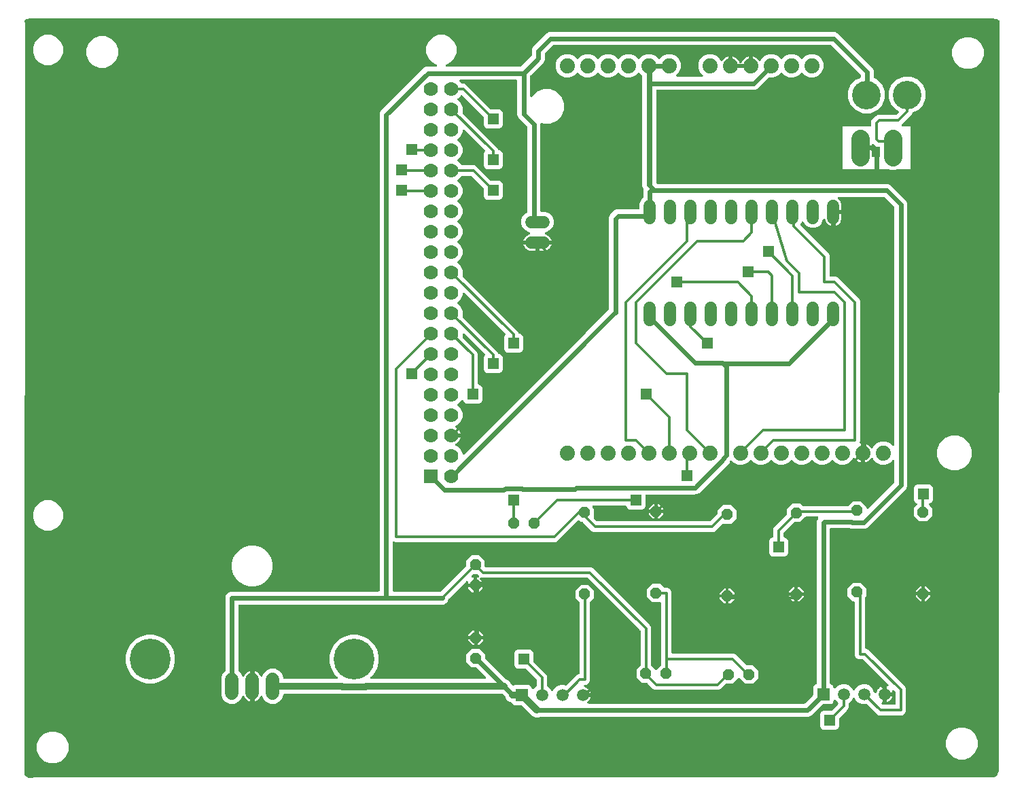
<source format=gbr>
G04 EAGLE Gerber RS-274X export*
G75*
%MOMM*%
%FSLAX34Y34*%
%LPD*%
%INBottom Copper*%
%IPPOS*%
%AMOC8*
5,1,8,0,0,1.08239X$1,22.5*%
G01*
%ADD10P,1.429621X8X292.500000*%
%ADD11P,1.429621X8X112.500000*%
%ADD12C,1.676400*%
%ADD13C,1.524000*%
%ADD14C,3.556000*%
%ADD15P,1.429621X8X22.500000*%
%ADD16R,1.778000X1.778000*%
%ADD17C,1.778000*%
%ADD18R,1.508000X1.508000*%
%ADD19C,1.508000*%
%ADD20C,1.879600*%
%ADD21C,5.080000*%
%ADD22C,2.247900*%
%ADD23C,0.304800*%
%ADD24C,0.609600*%
%ADD25R,1.350000X1.350000*%
%ADD26C,0.812800*%

G36*
X9103Y4222D02*
X9103Y4222D01*
X9205Y4221D01*
X9301Y4239D01*
X9349Y4243D01*
X9384Y4254D01*
X9445Y4266D01*
X10760Y4623D01*
X10804Y4640D01*
X10944Y4685D01*
X11773Y5029D01*
X11786Y5030D01*
X12752Y5001D01*
X12769Y5003D01*
X12797Y5001D01*
X1206300Y5001D01*
X1206348Y5006D01*
X1206449Y5008D01*
X1207654Y5127D01*
X1207754Y5148D01*
X1207855Y5160D01*
X1207948Y5190D01*
X1207995Y5200D01*
X1208028Y5216D01*
X1208088Y5235D01*
X1210314Y6158D01*
X1210316Y6159D01*
X1210318Y6159D01*
X1210466Y6242D01*
X1210619Y6327D01*
X1210620Y6328D01*
X1210622Y6329D01*
X1210808Y6488D01*
X1212512Y8192D01*
X1212514Y8193D01*
X1212515Y8195D01*
X1212625Y8334D01*
X1212729Y8465D01*
X1212730Y8466D01*
X1212731Y8468D01*
X1212842Y8686D01*
X1213765Y10912D01*
X1213793Y11010D01*
X1213830Y11105D01*
X1213847Y11201D01*
X1213860Y11247D01*
X1213862Y11284D01*
X1213873Y11346D01*
X1213992Y12551D01*
X1213991Y12599D01*
X1213999Y12700D01*
X1213999Y13978D01*
X1214001Y14000D01*
X1215267Y947134D01*
X1215265Y947148D01*
X1215266Y947157D01*
X1215259Y947202D01*
X1215257Y947219D01*
X1215257Y947305D01*
X1215237Y947392D01*
X1215227Y947480D01*
X1215199Y947561D01*
X1215179Y947645D01*
X1215140Y947725D01*
X1215110Y947809D01*
X1215064Y947881D01*
X1215026Y947958D01*
X1214970Y948027D01*
X1214922Y948102D01*
X1214860Y948161D01*
X1214806Y948228D01*
X1214707Y948309D01*
X1214671Y948344D01*
X1214649Y948358D01*
X1214617Y948384D01*
X1214190Y948683D01*
X1214181Y948688D01*
X1214173Y948695D01*
X1213960Y948816D01*
X1212181Y949645D01*
X1212171Y949649D01*
X1212162Y949654D01*
X1211932Y949736D01*
X1210036Y950244D01*
X1210025Y950246D01*
X1210015Y950250D01*
X1209774Y950290D01*
X1207819Y950461D01*
X1207774Y950460D01*
X1207686Y950467D01*
X6714Y950467D01*
X6669Y950462D01*
X6581Y950461D01*
X4577Y950286D01*
X4567Y950284D01*
X4556Y950284D01*
X4316Y950240D01*
X2373Y949719D01*
X2363Y949716D01*
X2352Y949714D01*
X2123Y949629D01*
X1286Y949238D01*
X1187Y949177D01*
X1084Y949124D01*
X1039Y949086D01*
X989Y949056D01*
X907Y948974D01*
X818Y948899D01*
X783Y948852D01*
X742Y948811D01*
X680Y948712D01*
X611Y948619D01*
X587Y948565D01*
X556Y948516D01*
X518Y948406D01*
X472Y948299D01*
X462Y948241D01*
X443Y948186D01*
X431Y948071D01*
X410Y947956D01*
X413Y947898D01*
X407Y947840D01*
X422Y947724D01*
X427Y947608D01*
X444Y947552D01*
X451Y947494D01*
X492Y947385D01*
X524Y947273D01*
X552Y947222D01*
X572Y947167D01*
X636Y947071D01*
X1446Y945108D01*
X177Y9334D01*
X183Y9278D01*
X181Y9223D01*
X203Y9106D01*
X216Y8987D01*
X235Y8935D01*
X245Y8880D01*
X329Y8671D01*
X333Y8659D01*
X335Y8657D01*
X336Y8653D01*
X525Y8274D01*
X580Y8188D01*
X627Y8098D01*
X689Y8021D01*
X715Y7981D01*
X741Y7956D01*
X780Y7907D01*
X2670Y5902D01*
X2672Y5900D01*
X2673Y5899D01*
X2800Y5792D01*
X2937Y5677D01*
X2939Y5676D01*
X2940Y5675D01*
X3155Y5557D01*
X5668Y4428D01*
X5670Y4427D01*
X5672Y4426D01*
X5839Y4374D01*
X6000Y4322D01*
X6002Y4322D01*
X6004Y4322D01*
X6247Y4295D01*
X9001Y4213D01*
X9103Y4222D01*
G37*
%LPC*%
G36*
X995555Y64449D02*
X995555Y64449D01*
X993717Y65211D01*
X992311Y66617D01*
X991549Y68455D01*
X991549Y83945D01*
X992311Y85783D01*
X993717Y87189D01*
X995555Y87951D01*
X1005192Y87951D01*
X1005318Y87965D01*
X1005444Y87972D01*
X1005491Y87985D01*
X1005539Y87991D01*
X1005658Y88033D01*
X1005779Y88068D01*
X1005821Y88092D01*
X1005867Y88108D01*
X1005973Y88177D01*
X1006083Y88238D01*
X1006130Y88278D01*
X1006160Y88297D01*
X1006193Y88332D01*
X1006200Y88338D01*
X1006201Y88338D01*
X1006270Y88397D01*
X1013888Y96015D01*
X1013904Y96035D01*
X1013924Y96052D01*
X1014012Y96172D01*
X1014104Y96288D01*
X1014115Y96312D01*
X1014131Y96333D01*
X1014190Y96469D01*
X1014253Y96603D01*
X1014259Y96629D01*
X1014269Y96653D01*
X1014295Y96799D01*
X1014326Y96944D01*
X1014326Y96970D01*
X1014331Y96996D01*
X1014323Y97144D01*
X1014321Y97292D01*
X1014314Y97318D01*
X1014313Y97344D01*
X1014272Y97486D01*
X1014236Y97630D01*
X1014223Y97654D01*
X1014216Y97679D01*
X1014144Y97808D01*
X1014076Y97940D01*
X1014059Y97960D01*
X1014046Y97983D01*
X1013916Y98136D01*
X1013915Y98138D01*
X1013913Y98139D01*
X1013888Y98169D01*
X1010821Y101236D01*
X1010743Y101298D01*
X1010670Y101368D01*
X1010606Y101406D01*
X1010548Y101452D01*
X1010457Y101495D01*
X1010371Y101547D01*
X1010300Y101569D01*
X1010233Y101601D01*
X1010135Y101622D01*
X1010039Y101653D01*
X1009965Y101659D01*
X1009892Y101675D01*
X1009792Y101673D01*
X1009692Y101681D01*
X1009618Y101670D01*
X1009544Y101669D01*
X1009447Y101644D01*
X1009347Y101629D01*
X1009278Y101602D01*
X1009206Y101584D01*
X1009117Y101538D01*
X1009023Y101501D01*
X1008962Y101458D01*
X1008896Y101424D01*
X1008820Y101359D01*
X1008737Y101302D01*
X1008687Y101246D01*
X1008631Y101198D01*
X1008571Y101117D01*
X1008504Y101043D01*
X1008468Y100978D01*
X1008423Y100918D01*
X1008384Y100826D01*
X1008335Y100738D01*
X1008315Y100666D01*
X1008285Y100598D01*
X1008268Y100499D01*
X1008240Y100402D01*
X1008232Y100302D01*
X1008224Y100255D01*
X1008226Y100219D01*
X1008223Y100182D01*
X1007459Y98339D01*
X1006053Y96933D01*
X1004215Y96171D01*
X995153Y96171D01*
X995027Y96157D01*
X994901Y96150D01*
X994855Y96137D01*
X994807Y96131D01*
X994688Y96089D01*
X994566Y96054D01*
X994524Y96030D01*
X994479Y96014D01*
X994372Y95945D01*
X994262Y95884D01*
X994216Y95844D01*
X994186Y95825D01*
X994152Y95790D01*
X994076Y95725D01*
X980427Y82077D01*
X977469Y80851D01*
X643115Y80851D01*
X643113Y80851D01*
X643111Y80851D01*
X642940Y80831D01*
X642769Y80811D01*
X642767Y80811D01*
X642765Y80810D01*
X642532Y80735D01*
X640359Y79835D01*
X636753Y79835D01*
X633421Y81215D01*
X619927Y94709D01*
X619828Y94788D01*
X619735Y94872D01*
X619692Y94896D01*
X619654Y94926D01*
X619540Y94980D01*
X619430Y95041D01*
X619383Y95054D01*
X619339Y95075D01*
X619216Y95101D01*
X619094Y95136D01*
X619033Y95141D01*
X618999Y95148D01*
X618951Y95147D01*
X618850Y95155D01*
X611225Y95155D01*
X609387Y95917D01*
X607981Y97323D01*
X607817Y97719D01*
X607780Y97786D01*
X607753Y97852D01*
X607726Y97891D01*
X607701Y97944D01*
X607671Y97982D01*
X607647Y98024D01*
X607589Y98088D01*
X607555Y98138D01*
X607525Y98165D01*
X607483Y98216D01*
X607446Y98246D01*
X607413Y98282D01*
X607334Y98337D01*
X607296Y98371D01*
X607267Y98387D01*
X607210Y98432D01*
X607156Y98460D01*
X607126Y98480D01*
X607082Y98498D01*
X606992Y98544D01*
X603449Y100011D01*
X600645Y102815D01*
X599745Y104988D01*
X599744Y104990D01*
X599744Y104992D01*
X599660Y105141D01*
X599576Y105293D01*
X599575Y105294D01*
X599574Y105296D01*
X599415Y105482D01*
X595917Y108980D01*
X595818Y109059D01*
X595724Y109143D01*
X595682Y109167D01*
X595644Y109197D01*
X595530Y109251D01*
X595419Y109312D01*
X595373Y109325D01*
X595329Y109346D01*
X595206Y109372D01*
X595084Y109407D01*
X595023Y109412D01*
X594988Y109419D01*
X594940Y109418D01*
X594840Y109426D01*
X428693Y109426D01*
X428691Y109426D01*
X428689Y109426D01*
X428519Y109406D01*
X428347Y109386D01*
X428345Y109386D01*
X428343Y109385D01*
X428111Y109310D01*
X427051Y108871D01*
X394893Y108871D01*
X394094Y109203D01*
X393527Y109437D01*
X393525Y109438D01*
X393523Y109439D01*
X393356Y109486D01*
X393192Y109533D01*
X393190Y109533D01*
X393188Y109534D01*
X392944Y109553D01*
X324532Y109553D01*
X324506Y109550D01*
X324480Y109552D01*
X324333Y109530D01*
X324186Y109513D01*
X324161Y109505D01*
X324135Y109501D01*
X323997Y109446D01*
X323858Y109396D01*
X323836Y109382D01*
X323811Y109372D01*
X323690Y109287D01*
X323565Y109207D01*
X323547Y109188D01*
X323525Y109173D01*
X323426Y109063D01*
X323323Y108956D01*
X323309Y108934D01*
X323292Y108914D01*
X323220Y108784D01*
X323144Y108657D01*
X323136Y108632D01*
X323123Y108609D01*
X323083Y108466D01*
X323038Y108325D01*
X323036Y108299D01*
X323028Y108274D01*
X323009Y108030D01*
X323009Y107574D01*
X320971Y102655D01*
X317207Y98891D01*
X312288Y96853D01*
X306964Y96853D01*
X302045Y98891D01*
X298281Y102655D01*
X297008Y105728D01*
X296988Y105764D01*
X296975Y105802D01*
X296904Y105916D01*
X296839Y106033D01*
X296811Y106063D01*
X296790Y106097D01*
X296694Y106192D01*
X296604Y106291D01*
X296571Y106314D01*
X296542Y106343D01*
X296428Y106413D01*
X296318Y106489D01*
X296280Y106504D01*
X296245Y106525D01*
X296118Y106568D01*
X295994Y106617D01*
X295953Y106623D01*
X295915Y106636D01*
X295781Y106648D01*
X295649Y106668D01*
X295608Y106664D01*
X295568Y106668D01*
X295435Y106650D01*
X295301Y106639D01*
X295263Y106626D01*
X295222Y106621D01*
X295098Y106573D01*
X294970Y106532D01*
X294935Y106511D01*
X294897Y106496D01*
X294786Y106421D01*
X294671Y106352D01*
X294642Y106324D01*
X294608Y106301D01*
X294517Y106203D01*
X294421Y106109D01*
X294399Y106075D01*
X294372Y106045D01*
X294243Y105837D01*
X293568Y104511D01*
X292557Y103120D01*
X291342Y101905D01*
X289951Y100894D01*
X288419Y100114D01*
X287019Y99659D01*
X287019Y117348D01*
X287016Y117374D01*
X287018Y117400D01*
X286996Y117547D01*
X286979Y117694D01*
X286971Y117719D01*
X286967Y117745D01*
X286912Y117882D01*
X286862Y118022D01*
X286848Y118044D01*
X286838Y118069D01*
X286753Y118190D01*
X286673Y118315D01*
X286654Y118333D01*
X286639Y118355D01*
X286529Y118454D01*
X286422Y118557D01*
X286400Y118571D01*
X286380Y118588D01*
X286323Y118620D01*
X286338Y118631D01*
X286463Y118711D01*
X286481Y118730D01*
X286503Y118745D01*
X286602Y118855D01*
X286705Y118962D01*
X286719Y118985D01*
X286736Y119004D01*
X286808Y119134D01*
X286884Y119261D01*
X286892Y119286D01*
X286905Y119309D01*
X286945Y119452D01*
X286990Y119593D01*
X286992Y119619D01*
X287000Y119644D01*
X287019Y119888D01*
X287019Y137577D01*
X288419Y137122D01*
X289951Y136342D01*
X291342Y135331D01*
X292557Y134116D01*
X293568Y132725D01*
X294243Y131399D01*
X294266Y131365D01*
X294282Y131328D01*
X294362Y131220D01*
X294436Y131109D01*
X294466Y131081D01*
X294490Y131048D01*
X294592Y130962D01*
X294690Y130870D01*
X294725Y130849D01*
X294756Y130823D01*
X294875Y130762D01*
X294991Y130695D01*
X295030Y130683D01*
X295066Y130664D01*
X295196Y130632D01*
X295324Y130593D01*
X295365Y130590D01*
X295404Y130580D01*
X295538Y130578D01*
X295672Y130569D01*
X295712Y130576D01*
X295753Y130575D01*
X295884Y130604D01*
X296016Y130625D01*
X296054Y130641D01*
X296093Y130649D01*
X296214Y130707D01*
X296338Y130758D01*
X296371Y130782D01*
X296408Y130799D01*
X296513Y130883D01*
X296622Y130961D01*
X296649Y130991D01*
X296681Y131017D01*
X296763Y131122D01*
X296852Y131222D01*
X296871Y131258D01*
X296896Y131290D01*
X297008Y131508D01*
X298281Y134581D01*
X302045Y138345D01*
X306964Y140383D01*
X312288Y140383D01*
X317207Y138345D01*
X320971Y134581D01*
X323009Y129662D01*
X323009Y129206D01*
X323012Y129180D01*
X323010Y129154D01*
X323032Y129007D01*
X323049Y128860D01*
X323057Y128835D01*
X323061Y128809D01*
X323116Y128671D01*
X323166Y128532D01*
X323180Y128510D01*
X323190Y128485D01*
X323275Y128364D01*
X323355Y128239D01*
X323374Y128221D01*
X323389Y128199D01*
X323499Y128100D01*
X323606Y127997D01*
X323628Y127983D01*
X323648Y127966D01*
X323778Y127894D01*
X323905Y127818D01*
X323930Y127810D01*
X323953Y127797D01*
X324096Y127757D01*
X324237Y127712D01*
X324263Y127710D01*
X324288Y127702D01*
X324532Y127683D01*
X389019Y127683D01*
X389119Y127694D01*
X389219Y127696D01*
X389291Y127714D01*
X389365Y127723D01*
X389459Y127756D01*
X389557Y127781D01*
X389623Y127815D01*
X389693Y127840D01*
X389777Y127895D01*
X389867Y127941D01*
X389923Y127989D01*
X389986Y128029D01*
X390056Y128101D01*
X390132Y128166D01*
X390176Y128226D01*
X390228Y128280D01*
X390280Y128366D01*
X390339Y128447D01*
X390369Y128515D01*
X390407Y128579D01*
X390437Y128675D01*
X390477Y128767D01*
X390490Y128840D01*
X390513Y128911D01*
X390521Y129011D01*
X390539Y129110D01*
X390535Y129184D01*
X390541Y129258D01*
X390526Y129358D01*
X390521Y129458D01*
X390500Y129529D01*
X390489Y129603D01*
X390452Y129696D01*
X390424Y129793D01*
X390388Y129858D01*
X390361Y129927D01*
X390303Y130009D01*
X390254Y130097D01*
X390189Y130173D01*
X390162Y130213D01*
X390135Y130237D01*
X390096Y130283D01*
X386645Y133733D01*
X382643Y140666D01*
X380571Y148398D01*
X380571Y156402D01*
X382643Y164134D01*
X386645Y171067D01*
X392305Y176727D01*
X399238Y180729D01*
X406970Y182801D01*
X414974Y182801D01*
X422706Y180729D01*
X429639Y176727D01*
X435299Y171067D01*
X439301Y164134D01*
X441373Y156402D01*
X441373Y148398D01*
X439301Y140666D01*
X435299Y133733D01*
X431721Y130156D01*
X431659Y130078D01*
X431589Y130005D01*
X431551Y129941D01*
X431505Y129883D01*
X431462Y129792D01*
X431410Y129706D01*
X431387Y129635D01*
X431356Y129568D01*
X431335Y129470D01*
X431304Y129374D01*
X431298Y129300D01*
X431282Y129227D01*
X431284Y129127D01*
X431276Y129027D01*
X431287Y128953D01*
X431288Y128879D01*
X431313Y128782D01*
X431328Y128682D01*
X431355Y128613D01*
X431373Y128541D01*
X431419Y128451D01*
X431456Y128358D01*
X431499Y128297D01*
X431533Y128231D01*
X431598Y128155D01*
X431655Y128072D01*
X431710Y128022D01*
X431759Y127966D01*
X431840Y127906D01*
X431914Y127839D01*
X431979Y127803D01*
X432039Y127758D01*
X432131Y127719D01*
X432219Y127670D01*
X432291Y127650D01*
X432359Y127620D01*
X432458Y127603D01*
X432555Y127575D01*
X432655Y127567D01*
X432702Y127559D01*
X432738Y127561D01*
X432798Y127556D01*
X573664Y127556D01*
X573764Y127567D01*
X573864Y127569D01*
X573937Y127587D01*
X574010Y127596D01*
X574105Y127629D01*
X574202Y127654D01*
X574269Y127688D01*
X574339Y127713D01*
X574423Y127768D01*
X574512Y127814D01*
X574569Y127862D01*
X574631Y127902D01*
X574701Y127974D01*
X574778Y128039D01*
X574822Y128099D01*
X574874Y128153D01*
X574925Y128239D01*
X574985Y128320D01*
X575014Y128388D01*
X575052Y128452D01*
X575083Y128548D01*
X575123Y128640D01*
X575136Y128713D01*
X575159Y128784D01*
X575167Y128884D01*
X575184Y128983D01*
X575181Y129057D01*
X575187Y129131D01*
X575172Y129231D01*
X575166Y129331D01*
X575146Y129402D01*
X575135Y129476D01*
X575098Y129569D01*
X575070Y129666D01*
X575034Y129731D01*
X575006Y129800D01*
X574949Y129882D01*
X574900Y129970D01*
X574835Y130046D01*
X574807Y130086D01*
X574781Y130110D01*
X574768Y130125D01*
X574767Y130126D01*
X574766Y130127D01*
X574741Y130156D01*
X563278Y141619D01*
X563179Y141698D01*
X563085Y141782D01*
X563043Y141806D01*
X563005Y141836D01*
X562891Y141890D01*
X562780Y141951D01*
X562734Y141964D01*
X562690Y141985D01*
X562567Y142011D01*
X562445Y142046D01*
X562384Y142051D01*
X562349Y142058D01*
X562301Y142057D01*
X562201Y142065D01*
X557803Y142065D01*
X551005Y148863D01*
X551005Y158477D01*
X557803Y165275D01*
X567417Y165275D01*
X574215Y158477D01*
X574215Y154079D01*
X574229Y153953D01*
X574236Y153827D01*
X574249Y153781D01*
X574255Y153733D01*
X574297Y153614D01*
X574332Y153492D01*
X574356Y153450D01*
X574372Y153405D01*
X574441Y153298D01*
X574502Y153188D01*
X574542Y153142D01*
X574561Y153112D01*
X574596Y153078D01*
X574661Y153002D01*
X600257Y127406D01*
X600258Y127405D01*
X600260Y127403D01*
X600396Y127295D01*
X600530Y127189D01*
X600532Y127188D01*
X600533Y127187D01*
X600751Y127076D01*
X602924Y126176D01*
X605474Y123626D01*
X606374Y121453D01*
X606375Y121451D01*
X606375Y121449D01*
X606459Y121299D01*
X606543Y121148D01*
X606544Y121147D01*
X606545Y121145D01*
X606704Y120959D01*
X607819Y119844D01*
X607879Y119796D01*
X607932Y119741D01*
X608015Y119688D01*
X608092Y119627D01*
X608161Y119594D01*
X608225Y119553D01*
X608318Y119520D01*
X608407Y119478D01*
X608482Y119462D01*
X608554Y119436D01*
X608652Y119425D01*
X608748Y119405D01*
X608824Y119406D01*
X608900Y119397D01*
X608998Y119409D01*
X609096Y119411D01*
X609170Y119429D01*
X609246Y119438D01*
X609389Y119484D01*
X609434Y119496D01*
X609451Y119504D01*
X609479Y119513D01*
X611225Y120237D01*
X628295Y120237D01*
X630133Y119475D01*
X631539Y118069D01*
X632304Y116223D01*
X632312Y116150D01*
X632314Y116049D01*
X632332Y115977D01*
X632341Y115903D01*
X632374Y115809D01*
X632399Y115711D01*
X632433Y115645D01*
X632458Y115575D01*
X632513Y115491D01*
X632559Y115401D01*
X632607Y115345D01*
X632647Y115282D01*
X632719Y115213D01*
X632784Y115136D01*
X632844Y115092D01*
X632898Y115040D01*
X632984Y114989D01*
X633065Y114929D01*
X633133Y114899D01*
X633197Y114861D01*
X633293Y114831D01*
X633385Y114791D01*
X633458Y114778D01*
X633529Y114755D01*
X633629Y114747D01*
X633728Y114729D01*
X633802Y114733D01*
X633876Y114727D01*
X633976Y114742D01*
X634076Y114747D01*
X634147Y114768D01*
X634221Y114779D01*
X634314Y114816D01*
X634411Y114844D01*
X634476Y114880D01*
X634545Y114907D01*
X634627Y114965D01*
X634715Y115014D01*
X634791Y115079D01*
X634831Y115106D01*
X634855Y115133D01*
X634901Y115172D01*
X638189Y118460D01*
X638268Y118559D01*
X638352Y118653D01*
X638376Y118696D01*
X638406Y118733D01*
X638460Y118848D01*
X638521Y118958D01*
X638534Y119005D01*
X638555Y119048D01*
X638581Y119172D01*
X638616Y119294D01*
X638621Y119354D01*
X638628Y119389D01*
X638627Y119437D01*
X638635Y119537D01*
X638635Y126206D01*
X638621Y126332D01*
X638614Y126458D01*
X638601Y126505D01*
X638595Y126553D01*
X638553Y126672D01*
X638518Y126793D01*
X638494Y126835D01*
X638478Y126881D01*
X638409Y126987D01*
X638348Y127097D01*
X638308Y127144D01*
X638289Y127174D01*
X638254Y127207D01*
X638189Y127283D01*
X625269Y140203D01*
X625170Y140282D01*
X625077Y140366D01*
X625034Y140390D01*
X624996Y140420D01*
X624882Y140474D01*
X624772Y140535D01*
X624725Y140548D01*
X624681Y140569D01*
X624558Y140595D01*
X624436Y140630D01*
X624375Y140635D01*
X624341Y140642D01*
X624293Y140641D01*
X624192Y140649D01*
X614555Y140649D01*
X612717Y141411D01*
X611311Y142817D01*
X610549Y144655D01*
X610549Y160145D01*
X611311Y161983D01*
X612717Y163389D01*
X614555Y164151D01*
X630045Y164151D01*
X631883Y163389D01*
X633289Y161983D01*
X634051Y160145D01*
X634051Y150508D01*
X634065Y150382D01*
X634072Y150256D01*
X634085Y150209D01*
X634091Y150161D01*
X634133Y150042D01*
X634168Y149921D01*
X634192Y149879D01*
X634208Y149833D01*
X634277Y149727D01*
X634338Y149617D01*
X634378Y149570D01*
X634397Y149540D01*
X634432Y149507D01*
X634497Y149431D01*
X650691Y133236D01*
X651685Y130838D01*
X651685Y119537D01*
X651699Y119412D01*
X651706Y119286D01*
X651719Y119239D01*
X651725Y119191D01*
X651767Y119072D01*
X651802Y118951D01*
X651826Y118909D01*
X651842Y118863D01*
X651911Y118757D01*
X651972Y118647D01*
X652012Y118600D01*
X652031Y118570D01*
X652066Y118537D01*
X652131Y118460D01*
X655791Y114800D01*
X656453Y113203D01*
X656501Y113116D01*
X656541Y113024D01*
X656586Y112964D01*
X656622Y112899D01*
X656689Y112824D01*
X656749Y112744D01*
X656806Y112696D01*
X656856Y112641D01*
X656939Y112584D01*
X657015Y112519D01*
X657082Y112485D01*
X657143Y112443D01*
X657236Y112406D01*
X657326Y112360D01*
X657398Y112342D01*
X657467Y112315D01*
X657566Y112300D01*
X657664Y112276D01*
X657738Y112275D01*
X657812Y112264D01*
X657912Y112272D01*
X658012Y112271D01*
X658085Y112287D01*
X658159Y112293D01*
X658255Y112324D01*
X658353Y112345D01*
X658420Y112377D01*
X658491Y112400D01*
X658577Y112452D01*
X658668Y112495D01*
X658726Y112541D01*
X658789Y112580D01*
X658862Y112650D01*
X658940Y112712D01*
X658986Y112771D01*
X659039Y112822D01*
X659094Y112907D01*
X659156Y112986D01*
X659202Y113075D01*
X659228Y113116D01*
X659240Y113149D01*
X659267Y113203D01*
X659929Y114800D01*
X663456Y118327D01*
X668066Y120237D01*
X673055Y120237D01*
X674310Y119717D01*
X674383Y119696D01*
X674453Y119666D01*
X674550Y119648D01*
X674645Y119621D01*
X674721Y119617D01*
X674796Y119604D01*
X674895Y119609D01*
X674993Y119604D01*
X675068Y119618D01*
X675144Y119622D01*
X675239Y119649D01*
X675336Y119667D01*
X675406Y119697D01*
X675479Y119718D01*
X675565Y119766D01*
X675655Y119806D01*
X675717Y119851D01*
X675783Y119889D01*
X675897Y119985D01*
X675935Y120014D01*
X675947Y120028D01*
X675970Y120047D01*
X688454Y132531D01*
X691035Y133600D01*
X691102Y133638D01*
X691173Y133666D01*
X691254Y133722D01*
X691340Y133770D01*
X691396Y133821D01*
X691459Y133865D01*
X691525Y133938D01*
X691598Y134004D01*
X691641Y134067D01*
X691692Y134124D01*
X691740Y134210D01*
X691796Y134291D01*
X691824Y134362D01*
X691861Y134429D01*
X691888Y134523D01*
X691924Y134615D01*
X691935Y134690D01*
X691956Y134764D01*
X691968Y134913D01*
X691975Y134960D01*
X691973Y134979D01*
X691975Y135008D01*
X691975Y222654D01*
X691961Y222780D01*
X691954Y222906D01*
X691941Y222952D01*
X691935Y223000D01*
X691893Y223119D01*
X691858Y223241D01*
X691834Y223283D01*
X691818Y223329D01*
X691749Y223435D01*
X691688Y223545D01*
X691648Y223591D01*
X691629Y223621D01*
X691594Y223655D01*
X691529Y223731D01*
X686641Y228619D01*
X686641Y238233D01*
X693439Y245031D01*
X703053Y245031D01*
X709851Y238233D01*
X709851Y228619D01*
X705471Y224239D01*
X705392Y224140D01*
X705308Y224046D01*
X705284Y224004D01*
X705254Y223966D01*
X705200Y223852D01*
X705139Y223741D01*
X705126Y223695D01*
X705105Y223651D01*
X705079Y223528D01*
X705044Y223406D01*
X705039Y223345D01*
X705032Y223310D01*
X705033Y223262D01*
X705025Y223162D01*
X705025Y125702D01*
X704031Y123304D01*
X702196Y121469D01*
X699798Y120475D01*
X698869Y120475D01*
X698759Y120463D01*
X698650Y120459D01*
X698587Y120443D01*
X698523Y120435D01*
X698419Y120398D01*
X698313Y120370D01*
X698256Y120340D01*
X698194Y120318D01*
X698102Y120258D01*
X698005Y120207D01*
X697956Y120164D01*
X697902Y120129D01*
X697825Y120050D01*
X697742Y119977D01*
X697705Y119925D01*
X697659Y119878D01*
X697603Y119784D01*
X697539Y119695D01*
X697514Y119635D01*
X697481Y119579D01*
X697447Y119474D01*
X697405Y119373D01*
X697394Y119309D01*
X697374Y119247D01*
X697366Y119138D01*
X697347Y119029D01*
X697352Y118964D01*
X697346Y118900D01*
X697363Y118791D01*
X697370Y118681D01*
X697389Y118619D01*
X697398Y118555D01*
X697439Y118453D01*
X697471Y118348D01*
X697503Y118291D01*
X697527Y118231D01*
X697590Y118141D01*
X697645Y118046D01*
X697689Y117998D01*
X697726Y117945D01*
X697807Y117872D01*
X697883Y117791D01*
X697937Y117755D01*
X697985Y117712D01*
X698081Y117658D01*
X698172Y117597D01*
X698251Y117565D01*
X698290Y117543D01*
X698329Y117532D01*
X698398Y117503D01*
X699830Y117038D01*
X701243Y116318D01*
X702527Y115385D01*
X703649Y114263D01*
X704582Y112979D01*
X705302Y111566D01*
X705747Y110195D01*
X696936Y110195D01*
X696910Y110192D01*
X696884Y110194D01*
X696737Y110172D01*
X696590Y110155D01*
X696565Y110147D01*
X696539Y110143D01*
X696402Y110088D01*
X696262Y110038D01*
X696240Y110024D01*
X696215Y110014D01*
X696094Y109929D01*
X695969Y109849D01*
X695951Y109830D01*
X695929Y109815D01*
X695830Y109705D01*
X695727Y109598D01*
X695713Y109576D01*
X695696Y109556D01*
X695624Y109426D01*
X695548Y109299D01*
X695540Y109274D01*
X695527Y109251D01*
X695487Y109108D01*
X695442Y108967D01*
X695440Y108941D01*
X695433Y108916D01*
X695413Y108672D01*
X695413Y106720D01*
X695416Y106694D01*
X695414Y106668D01*
X695436Y106521D01*
X695453Y106374D01*
X695462Y106349D01*
X695466Y106323D01*
X695520Y106185D01*
X695570Y106046D01*
X695585Y106024D01*
X695594Y105999D01*
X695679Y105878D01*
X695759Y105753D01*
X695778Y105735D01*
X695793Y105713D01*
X695903Y105614D01*
X696010Y105511D01*
X696033Y105497D01*
X696052Y105480D01*
X696182Y105408D01*
X696309Y105332D01*
X696334Y105324D01*
X696357Y105311D01*
X696500Y105271D01*
X696641Y105226D01*
X696667Y105223D01*
X696692Y105216D01*
X696936Y105197D01*
X705747Y105197D01*
X705302Y103826D01*
X704582Y102413D01*
X703649Y101129D01*
X702527Y100007D01*
X702111Y99704D01*
X702077Y99674D01*
X702039Y99649D01*
X701949Y99556D01*
X701854Y99469D01*
X701828Y99431D01*
X701797Y99398D01*
X701730Y99287D01*
X701658Y99181D01*
X701641Y99138D01*
X701618Y99099D01*
X701579Y98976D01*
X701532Y98856D01*
X701526Y98811D01*
X701512Y98767D01*
X701501Y98638D01*
X701483Y98511D01*
X701487Y98465D01*
X701484Y98420D01*
X701503Y98292D01*
X701514Y98163D01*
X701529Y98120D01*
X701535Y98075D01*
X701583Y97955D01*
X701624Y97832D01*
X701647Y97794D01*
X701664Y97751D01*
X701738Y97645D01*
X701805Y97535D01*
X701837Y97502D01*
X701863Y97465D01*
X701959Y97379D01*
X702049Y97287D01*
X702088Y97262D01*
X702122Y97232D01*
X702235Y97169D01*
X702344Y97100D01*
X702387Y97085D01*
X702427Y97063D01*
X702551Y97028D01*
X702673Y96986D01*
X702718Y96981D01*
X702762Y96968D01*
X703006Y96949D01*
X971903Y96949D01*
X972029Y96963D01*
X972155Y96970D01*
X972201Y96983D01*
X972249Y96989D01*
X972368Y97031D01*
X972490Y97066D01*
X972532Y97090D01*
X972577Y97106D01*
X972684Y97175D01*
X972794Y97236D01*
X972840Y97276D01*
X972870Y97295D01*
X972904Y97330D01*
X972980Y97395D01*
X982693Y107108D01*
X982772Y107207D01*
X982856Y107301D01*
X982880Y107343D01*
X982910Y107381D01*
X982964Y107495D01*
X983025Y107606D01*
X983038Y107652D01*
X983059Y107696D01*
X983085Y107819D01*
X983120Y107941D01*
X983125Y108002D01*
X983132Y108037D01*
X983131Y108085D01*
X983139Y108185D01*
X983139Y117247D01*
X983901Y119085D01*
X985307Y120491D01*
X986691Y121065D01*
X986758Y121102D01*
X986829Y121130D01*
X986910Y121186D01*
X986996Y121234D01*
X987052Y121285D01*
X987115Y121329D01*
X987181Y121402D01*
X987254Y121468D01*
X987297Y121531D01*
X987348Y121588D01*
X987396Y121674D01*
X987452Y121755D01*
X987480Y121826D01*
X987517Y121893D01*
X987544Y121987D01*
X987580Y122079D01*
X987591Y122154D01*
X987612Y122228D01*
X987624Y122377D01*
X987631Y122424D01*
X987629Y122443D01*
X987631Y122472D01*
X987631Y324181D01*
X988857Y327139D01*
X989142Y327425D01*
X989205Y327503D01*
X989275Y327576D01*
X989313Y327640D01*
X989359Y327698D01*
X989402Y327789D01*
X989453Y327875D01*
X989476Y327946D01*
X989508Y328013D01*
X989529Y328111D01*
X989560Y328207D01*
X989566Y328281D01*
X989581Y328354D01*
X989579Y328454D01*
X989588Y328554D01*
X989577Y328628D01*
X989575Y328702D01*
X989551Y328800D01*
X989536Y328899D01*
X989508Y328968D01*
X989490Y329040D01*
X989444Y329129D01*
X989407Y329223D01*
X989365Y329284D01*
X989331Y329350D01*
X989265Y329426D01*
X989208Y329509D01*
X989153Y329559D01*
X989105Y329615D01*
X989024Y329675D01*
X988949Y329742D01*
X988884Y329778D01*
X988825Y329823D01*
X988732Y329862D01*
X988644Y329911D01*
X988573Y329931D01*
X988505Y329961D01*
X988406Y329978D01*
X988309Y330006D01*
X988209Y330014D01*
X988162Y330022D01*
X988126Y330020D01*
X988065Y330025D01*
X974194Y330025D01*
X974068Y330011D01*
X973942Y330004D01*
X973896Y329991D01*
X973848Y329985D01*
X973729Y329943D01*
X973607Y329908D01*
X973565Y329884D01*
X973519Y329868D01*
X973413Y329799D01*
X973303Y329738D01*
X973257Y329698D01*
X973227Y329679D01*
X973193Y329644D01*
X973117Y329579D01*
X966705Y323167D01*
X960152Y323167D01*
X960026Y323153D01*
X959900Y323146D01*
X959853Y323133D01*
X959805Y323127D01*
X959686Y323085D01*
X959565Y323050D01*
X959523Y323026D01*
X959477Y323010D01*
X959371Y322941D01*
X959261Y322880D01*
X959214Y322840D01*
X959184Y322821D01*
X959151Y322786D01*
X959075Y322721D01*
X946771Y310417D01*
X946692Y310318D01*
X946608Y310225D01*
X946584Y310182D01*
X946554Y310144D01*
X946500Y310030D01*
X946439Y309920D01*
X946426Y309873D01*
X946405Y309829D01*
X946379Y309706D01*
X946344Y309584D01*
X946339Y309523D01*
X946332Y309489D01*
X946333Y309441D01*
X946325Y309340D01*
X946325Y305374D01*
X946333Y305298D01*
X946332Y305222D01*
X946353Y305125D01*
X946365Y305028D01*
X946390Y304956D01*
X946407Y304881D01*
X946449Y304792D01*
X946482Y304700D01*
X946524Y304635D01*
X946556Y304566D01*
X946618Y304490D01*
X946671Y304407D01*
X946726Y304354D01*
X946774Y304294D01*
X946851Y304233D01*
X946922Y304165D01*
X946987Y304125D01*
X947047Y304078D01*
X947180Y304010D01*
X947221Y303986D01*
X947239Y303980D01*
X947265Y303967D01*
X949383Y303089D01*
X950789Y301683D01*
X951551Y299845D01*
X951551Y284355D01*
X950789Y282517D01*
X949383Y281111D01*
X947545Y280349D01*
X932055Y280349D01*
X930217Y281111D01*
X928811Y282517D01*
X928049Y284355D01*
X928049Y299845D01*
X928811Y301683D01*
X930217Y303089D01*
X932335Y303967D01*
X932402Y304004D01*
X932473Y304032D01*
X932554Y304088D01*
X932640Y304136D01*
X932696Y304187D01*
X932759Y304231D01*
X932825Y304304D01*
X932898Y304370D01*
X932941Y304433D01*
X932992Y304490D01*
X933040Y304576D01*
X933096Y304657D01*
X933124Y304728D01*
X933161Y304795D01*
X933188Y304889D01*
X933224Y304981D01*
X933235Y305056D01*
X933256Y305130D01*
X933268Y305279D01*
X933275Y305326D01*
X933273Y305345D01*
X933275Y305374D01*
X933275Y313972D01*
X934269Y316370D01*
X949847Y331949D01*
X949926Y332048D01*
X950010Y332141D01*
X950034Y332184D01*
X950064Y332222D01*
X950118Y332336D01*
X950179Y332446D01*
X950192Y332493D01*
X950213Y332537D01*
X950239Y332660D01*
X950274Y332782D01*
X950279Y332843D01*
X950286Y332877D01*
X950285Y332925D01*
X950293Y333026D01*
X950293Y339579D01*
X957091Y346377D01*
X966705Y346377D01*
X969561Y343521D01*
X969660Y343442D01*
X969754Y343358D01*
X969796Y343334D01*
X969834Y343304D01*
X969948Y343250D01*
X970059Y343189D01*
X970105Y343176D01*
X970149Y343155D01*
X970272Y343129D01*
X970394Y343094D01*
X970455Y343089D01*
X970490Y343082D01*
X970538Y343083D01*
X970638Y343075D01*
X1026056Y343075D01*
X1026182Y343089D01*
X1026308Y343096D01*
X1026354Y343109D01*
X1026402Y343115D01*
X1026521Y343157D01*
X1026643Y343192D01*
X1026685Y343216D01*
X1026731Y343232D01*
X1026837Y343301D01*
X1026947Y343362D01*
X1026993Y343402D01*
X1027023Y343421D01*
X1027057Y343456D01*
X1027133Y343521D01*
X1032783Y349171D01*
X1042397Y349171D01*
X1049195Y342373D01*
X1049195Y341192D01*
X1049206Y341092D01*
X1049208Y340992D01*
X1049226Y340919D01*
X1049235Y340845D01*
X1049268Y340751D01*
X1049293Y340654D01*
X1049327Y340587D01*
X1049352Y340517D01*
X1049407Y340433D01*
X1049453Y340344D01*
X1049501Y340287D01*
X1049541Y340225D01*
X1049613Y340155D01*
X1049678Y340078D01*
X1049738Y340034D01*
X1049792Y339982D01*
X1049878Y339931D01*
X1049959Y339871D01*
X1050027Y339842D01*
X1050091Y339804D01*
X1050187Y339773D01*
X1050279Y339733D01*
X1050352Y339720D01*
X1050423Y339697D01*
X1050523Y339689D01*
X1050622Y339671D01*
X1050696Y339675D01*
X1050770Y339669D01*
X1050870Y339684D01*
X1050970Y339689D01*
X1051041Y339710D01*
X1051115Y339721D01*
X1051208Y339758D01*
X1051305Y339786D01*
X1051370Y339822D01*
X1051439Y339850D01*
X1051521Y339907D01*
X1051609Y339956D01*
X1051685Y340021D01*
X1051725Y340049D01*
X1051749Y340075D01*
X1051795Y340115D01*
X1083705Y372025D01*
X1083784Y372124D01*
X1083868Y372218D01*
X1083892Y372260D01*
X1083922Y372298D01*
X1083976Y372412D01*
X1084037Y372523D01*
X1084050Y372569D01*
X1084071Y372613D01*
X1084097Y372736D01*
X1084132Y372858D01*
X1084137Y372919D01*
X1084144Y372953D01*
X1084143Y373001D01*
X1084151Y373102D01*
X1084151Y398949D01*
X1084140Y399049D01*
X1084138Y399149D01*
X1084120Y399221D01*
X1084111Y399295D01*
X1084078Y399390D01*
X1084053Y399487D01*
X1084019Y399553D01*
X1083994Y399623D01*
X1083939Y399708D01*
X1083893Y399797D01*
X1083845Y399854D01*
X1083805Y399916D01*
X1083733Y399986D01*
X1083668Y400062D01*
X1083608Y400107D01*
X1083554Y400158D01*
X1083468Y400210D01*
X1083387Y400269D01*
X1083319Y400299D01*
X1083255Y400337D01*
X1083159Y400368D01*
X1083067Y400407D01*
X1082994Y400421D01*
X1082923Y400443D01*
X1082823Y400451D01*
X1082724Y400469D01*
X1082650Y400465D01*
X1082576Y400471D01*
X1082476Y400456D01*
X1082376Y400451D01*
X1082305Y400431D01*
X1082231Y400420D01*
X1082138Y400383D01*
X1082041Y400355D01*
X1081976Y400318D01*
X1081907Y400291D01*
X1081825Y400234D01*
X1081737Y400185D01*
X1081661Y400119D01*
X1081621Y400092D01*
X1081597Y400065D01*
X1081551Y400026D01*
X1078512Y396987D01*
X1073220Y394795D01*
X1067492Y394795D01*
X1062200Y396987D01*
X1058149Y401038D01*
X1057606Y402349D01*
X1057560Y402432D01*
X1057522Y402520D01*
X1057475Y402584D01*
X1057437Y402653D01*
X1057373Y402724D01*
X1057316Y402801D01*
X1057256Y402853D01*
X1057203Y402911D01*
X1057124Y402966D01*
X1057052Y403028D01*
X1056981Y403065D01*
X1056916Y403110D01*
X1056827Y403145D01*
X1056742Y403189D01*
X1056666Y403208D01*
X1056592Y403237D01*
X1056497Y403251D01*
X1056405Y403275D01*
X1056326Y403277D01*
X1056247Y403288D01*
X1056152Y403280D01*
X1056056Y403282D01*
X1055979Y403266D01*
X1055900Y403259D01*
X1055809Y403230D01*
X1055715Y403210D01*
X1055644Y403177D01*
X1055568Y403152D01*
X1055486Y403103D01*
X1055400Y403062D01*
X1055338Y403014D01*
X1055270Y402973D01*
X1055201Y402906D01*
X1055126Y402847D01*
X1055055Y402764D01*
X1055020Y402730D01*
X1055002Y402702D01*
X1054967Y402661D01*
X1054062Y401416D01*
X1052734Y400088D01*
X1051213Y398983D01*
X1049539Y398130D01*
X1047752Y397549D01*
X1047495Y397509D01*
X1047495Y408178D01*
X1047492Y408204D01*
X1047494Y408230D01*
X1047472Y408377D01*
X1047455Y408524D01*
X1047447Y408549D01*
X1047443Y408575D01*
X1047388Y408712D01*
X1047338Y408852D01*
X1047324Y408874D01*
X1047314Y408899D01*
X1047229Y409020D01*
X1047149Y409145D01*
X1047130Y409163D01*
X1047115Y409185D01*
X1047099Y409199D01*
X1047181Y409284D01*
X1047195Y409307D01*
X1047212Y409326D01*
X1047284Y409456D01*
X1047360Y409583D01*
X1047368Y409608D01*
X1047381Y409631D01*
X1047421Y409774D01*
X1047466Y409915D01*
X1047468Y409941D01*
X1047476Y409966D01*
X1047495Y410210D01*
X1047495Y420879D01*
X1047752Y420839D01*
X1049539Y420258D01*
X1051213Y419405D01*
X1052734Y418300D01*
X1054062Y416972D01*
X1054967Y415727D01*
X1055031Y415657D01*
X1055088Y415580D01*
X1055149Y415529D01*
X1055202Y415470D01*
X1055281Y415416D01*
X1055354Y415355D01*
X1055425Y415318D01*
X1055490Y415274D01*
X1055579Y415239D01*
X1055665Y415196D01*
X1055742Y415177D01*
X1055815Y415148D01*
X1055910Y415135D01*
X1056003Y415112D01*
X1056082Y415110D01*
X1056161Y415099D01*
X1056256Y415108D01*
X1056351Y415107D01*
X1056429Y415123D01*
X1056508Y415131D01*
X1056598Y415161D01*
X1056692Y415181D01*
X1056763Y415215D01*
X1056839Y415240D01*
X1056920Y415290D01*
X1057007Y415331D01*
X1057069Y415380D01*
X1057136Y415421D01*
X1057204Y415488D01*
X1057279Y415548D01*
X1057328Y415610D01*
X1057385Y415666D01*
X1057436Y415747D01*
X1057495Y415822D01*
X1057545Y415919D01*
X1057571Y415960D01*
X1057582Y415991D01*
X1057606Y416039D01*
X1058149Y417350D01*
X1062200Y421401D01*
X1067492Y423593D01*
X1073220Y423593D01*
X1078512Y421401D01*
X1081551Y418362D01*
X1081629Y418300D01*
X1081702Y418230D01*
X1081766Y418192D01*
X1081824Y418145D01*
X1081915Y418102D01*
X1082001Y418051D01*
X1082072Y418028D01*
X1082139Y417996D01*
X1082237Y417975D01*
X1082333Y417945D01*
X1082407Y417939D01*
X1082480Y417923D01*
X1082580Y417925D01*
X1082680Y417917D01*
X1082754Y417928D01*
X1082828Y417929D01*
X1082925Y417953D01*
X1083025Y417968D01*
X1083094Y417996D01*
X1083166Y418014D01*
X1083255Y418060D01*
X1083349Y418097D01*
X1083410Y418140D01*
X1083476Y418174D01*
X1083552Y418239D01*
X1083635Y418296D01*
X1083685Y418351D01*
X1083741Y418399D01*
X1083801Y418480D01*
X1083868Y418555D01*
X1083904Y418620D01*
X1083949Y418680D01*
X1083988Y418772D01*
X1084037Y418860D01*
X1084057Y418931D01*
X1084087Y419000D01*
X1084104Y419099D01*
X1084132Y419195D01*
X1084140Y419295D01*
X1084148Y419343D01*
X1084146Y419379D01*
X1084151Y419439D01*
X1084151Y714855D01*
X1084137Y714981D01*
X1084130Y715107D01*
X1084117Y715153D01*
X1084111Y715201D01*
X1084069Y715320D01*
X1084034Y715442D01*
X1084010Y715484D01*
X1083994Y715529D01*
X1083925Y715636D01*
X1083864Y715746D01*
X1083824Y715792D01*
X1083805Y715822D01*
X1083770Y715856D01*
X1083705Y715932D01*
X1071532Y728105D01*
X1071433Y728184D01*
X1071339Y728268D01*
X1071297Y728292D01*
X1071259Y728322D01*
X1071145Y728376D01*
X1071034Y728437D01*
X1070988Y728450D01*
X1070944Y728471D01*
X1070821Y728497D01*
X1070699Y728532D01*
X1070638Y728537D01*
X1070603Y728544D01*
X1070555Y728543D01*
X1070455Y728551D01*
X1014959Y728551D01*
X1014913Y728546D01*
X1014868Y728549D01*
X1014741Y728526D01*
X1014612Y728511D01*
X1014569Y728496D01*
X1014525Y728488D01*
X1014406Y728437D01*
X1014284Y728394D01*
X1014246Y728369D01*
X1014204Y728351D01*
X1014100Y728275D01*
X1013991Y728205D01*
X1013960Y728172D01*
X1013923Y728145D01*
X1013839Y728047D01*
X1013749Y727954D01*
X1013726Y727915D01*
X1013696Y727881D01*
X1013637Y727766D01*
X1013570Y727655D01*
X1013557Y727612D01*
X1013536Y727571D01*
X1013504Y727446D01*
X1013464Y727323D01*
X1013461Y727278D01*
X1013449Y727234D01*
X1013447Y727104D01*
X1013436Y726976D01*
X1013443Y726931D01*
X1013442Y726885D01*
X1013469Y726759D01*
X1013488Y726631D01*
X1013505Y726589D01*
X1013514Y726544D01*
X1013569Y726427D01*
X1013617Y726307D01*
X1013643Y726270D01*
X1013662Y726229D01*
X1013742Y726127D01*
X1013816Y726021D01*
X1013849Y725991D01*
X1013878Y725955D01*
X1014063Y725796D01*
X1014745Y725300D01*
X1015876Y724169D01*
X1016816Y722875D01*
X1017542Y721450D01*
X1018037Y719929D01*
X1018287Y718350D01*
X1018287Y712469D01*
X1009142Y712469D01*
X1009116Y712466D01*
X1009090Y712468D01*
X1008943Y712446D01*
X1008796Y712429D01*
X1008771Y712421D01*
X1008745Y712417D01*
X1008608Y712362D01*
X1008468Y712312D01*
X1008446Y712298D01*
X1008421Y712288D01*
X1008300Y712203D01*
X1008175Y712123D01*
X1008157Y712104D01*
X1008135Y712089D01*
X1008036Y711979D01*
X1007933Y711872D01*
X1007919Y711850D01*
X1007902Y711830D01*
X1007830Y711700D01*
X1007754Y711573D01*
X1007746Y711548D01*
X1007733Y711525D01*
X1007693Y711382D01*
X1007648Y711241D01*
X1007646Y711215D01*
X1007639Y711190D01*
X1007619Y710946D01*
X1007619Y710437D01*
X1007110Y710437D01*
X1007084Y710434D01*
X1007058Y710436D01*
X1006911Y710414D01*
X1006764Y710397D01*
X1006739Y710388D01*
X1006713Y710384D01*
X1006575Y710330D01*
X1006436Y710280D01*
X1006414Y710265D01*
X1006389Y710256D01*
X1006268Y710171D01*
X1006143Y710091D01*
X1006125Y710072D01*
X1006103Y710057D01*
X1006004Y709947D01*
X1005901Y709840D01*
X1005887Y709817D01*
X1005870Y709798D01*
X1005798Y709668D01*
X1005722Y709541D01*
X1005714Y709516D01*
X1005701Y709493D01*
X1005661Y709350D01*
X1005616Y709209D01*
X1005613Y709183D01*
X1005606Y709158D01*
X1005587Y708914D01*
X1005587Y692451D01*
X1004226Y692894D01*
X1002801Y693620D01*
X1001507Y694560D01*
X1000376Y695691D01*
X999436Y696985D01*
X998710Y698410D01*
X998254Y699812D01*
X998188Y699956D01*
X998124Y700104D01*
X998115Y700115D01*
X998109Y700128D01*
X998012Y700254D01*
X997916Y700383D01*
X997905Y700393D01*
X997896Y700404D01*
X997772Y700505D01*
X997650Y700608D01*
X997637Y700615D01*
X997626Y700624D01*
X997481Y700695D01*
X997340Y700767D01*
X997326Y700771D01*
X997313Y700777D01*
X997156Y700813D01*
X997002Y700851D01*
X996987Y700852D01*
X996973Y700855D01*
X996813Y700854D01*
X996653Y700856D01*
X996639Y700853D01*
X996624Y700853D01*
X996469Y700816D01*
X996313Y700782D01*
X996300Y700776D01*
X996285Y700773D01*
X996141Y700701D01*
X995998Y700632D01*
X995987Y700623D01*
X995974Y700617D01*
X995850Y700514D01*
X995725Y700415D01*
X995716Y700404D01*
X995705Y700394D01*
X995609Y700267D01*
X995510Y700141D01*
X995502Y700126D01*
X995495Y700117D01*
X995479Y700082D01*
X995398Y699924D01*
X993425Y695161D01*
X989875Y691611D01*
X985236Y689689D01*
X980216Y689689D01*
X975577Y691611D01*
X972027Y695161D01*
X971433Y696593D01*
X971385Y696681D01*
X971345Y696773D01*
X971300Y696833D01*
X971264Y696898D01*
X971197Y696972D01*
X971137Y697053D01*
X971080Y697101D01*
X971030Y697156D01*
X970947Y697213D01*
X970871Y697278D01*
X970804Y697312D01*
X970743Y697354D01*
X970650Y697391D01*
X970560Y697437D01*
X970488Y697455D01*
X970419Y697482D01*
X970319Y697497D01*
X970222Y697521D01*
X970148Y697522D01*
X970074Y697533D01*
X969974Y697525D01*
X969874Y697526D01*
X969801Y697510D01*
X969727Y697504D01*
X969631Y697473D01*
X969533Y697452D01*
X969466Y697420D01*
X969395Y697397D01*
X969309Y697345D01*
X969218Y697302D01*
X969160Y697256D01*
X969097Y697217D01*
X969025Y697147D01*
X968946Y697085D01*
X968900Y697026D01*
X968847Y696975D01*
X968792Y696890D01*
X968730Y696811D01*
X968684Y696722D01*
X968658Y696681D01*
X968646Y696648D01*
X968619Y696593D01*
X968025Y695161D01*
X967623Y694759D01*
X967607Y694738D01*
X967587Y694721D01*
X967499Y694602D01*
X967406Y694486D01*
X967395Y694462D01*
X967380Y694441D01*
X967321Y694305D01*
X967257Y694171D01*
X967252Y694145D01*
X967242Y694121D01*
X967215Y693975D01*
X967184Y693830D01*
X967185Y693804D01*
X967180Y693778D01*
X967188Y693629D01*
X967190Y693481D01*
X967196Y693456D01*
X967198Y693430D01*
X967239Y693287D01*
X967275Y693143D01*
X967287Y693120D01*
X967294Y693095D01*
X967367Y692966D01*
X967435Y692834D01*
X967452Y692814D01*
X967464Y692791D01*
X967623Y692604D01*
X1000432Y659796D01*
X1002481Y657746D01*
X1003475Y655348D01*
X1003475Y630348D01*
X1003478Y630322D01*
X1003476Y630296D01*
X1003498Y630149D01*
X1003515Y630002D01*
X1003523Y629977D01*
X1003527Y629951D01*
X1003582Y629813D01*
X1003632Y629674D01*
X1003646Y629652D01*
X1003656Y629627D01*
X1003741Y629506D01*
X1003821Y629381D01*
X1003840Y629363D01*
X1003855Y629341D01*
X1003965Y629242D01*
X1004072Y629139D01*
X1004094Y629125D01*
X1004114Y629108D01*
X1004244Y629036D01*
X1004371Y628960D01*
X1004396Y628952D01*
X1004419Y628939D01*
X1004562Y628899D01*
X1004703Y628854D01*
X1004729Y628852D01*
X1004754Y628844D01*
X1004998Y628825D01*
X1010948Y628825D01*
X1013346Y627831D01*
X1040581Y600596D01*
X1041575Y598198D01*
X1041575Y424152D01*
X1041106Y423020D01*
X1041079Y422928D01*
X1041044Y422839D01*
X1041032Y422761D01*
X1041010Y422685D01*
X1041005Y422589D01*
X1040991Y422495D01*
X1040997Y422416D01*
X1040993Y422337D01*
X1041010Y422242D01*
X1041018Y422147D01*
X1041041Y422072D01*
X1041056Y421994D01*
X1041094Y421906D01*
X1041123Y421815D01*
X1041163Y421747D01*
X1041194Y421674D01*
X1041251Y421597D01*
X1041300Y421515D01*
X1041355Y421458D01*
X1041402Y421394D01*
X1041475Y421333D01*
X1041542Y421264D01*
X1041608Y421220D01*
X1041668Y421169D01*
X1041754Y421126D01*
X1041834Y421073D01*
X1041908Y421047D01*
X1041979Y421010D01*
X1042071Y420987D01*
X1042161Y420955D01*
X1042240Y420945D01*
X1042317Y420926D01*
X1042412Y420925D01*
X1042417Y420924D01*
X1042417Y410210D01*
X1042420Y410184D01*
X1042418Y410158D01*
X1042440Y410011D01*
X1042457Y409864D01*
X1042465Y409839D01*
X1042469Y409813D01*
X1042524Y409676D01*
X1042574Y409536D01*
X1042588Y409514D01*
X1042598Y409489D01*
X1042683Y409368D01*
X1042763Y409243D01*
X1042782Y409225D01*
X1042797Y409203D01*
X1042813Y409189D01*
X1042731Y409104D01*
X1042717Y409081D01*
X1042700Y409062D01*
X1042628Y408932D01*
X1042552Y408805D01*
X1042544Y408780D01*
X1042531Y408757D01*
X1042491Y408614D01*
X1042446Y408473D01*
X1042443Y408447D01*
X1042436Y408422D01*
X1042417Y408178D01*
X1042417Y397509D01*
X1042160Y397549D01*
X1040373Y398130D01*
X1038699Y398983D01*
X1037178Y400088D01*
X1035850Y401416D01*
X1034945Y402661D01*
X1034881Y402732D01*
X1034824Y402808D01*
X1034763Y402860D01*
X1034710Y402918D01*
X1034631Y402972D01*
X1034558Y403034D01*
X1034487Y403070D01*
X1034422Y403114D01*
X1034332Y403149D01*
X1034247Y403192D01*
X1034170Y403211D01*
X1034097Y403240D01*
X1034002Y403253D01*
X1033909Y403276D01*
X1033830Y403278D01*
X1033751Y403289D01*
X1033656Y403280D01*
X1033561Y403281D01*
X1033483Y403265D01*
X1033404Y403257D01*
X1033314Y403228D01*
X1033220Y403207D01*
X1033148Y403173D01*
X1033073Y403148D01*
X1032992Y403099D01*
X1032905Y403057D01*
X1032844Y403008D01*
X1032776Y402967D01*
X1032708Y402900D01*
X1032633Y402840D01*
X1032584Y402778D01*
X1032527Y402722D01*
X1032476Y402642D01*
X1032417Y402566D01*
X1032368Y402470D01*
X1032341Y402428D01*
X1032330Y402397D01*
X1032306Y402349D01*
X1031763Y401038D01*
X1027712Y396987D01*
X1022420Y394795D01*
X1016692Y394795D01*
X1011400Y396987D01*
X1007933Y400454D01*
X1007913Y400470D01*
X1007896Y400490D01*
X1007776Y400579D01*
X1007660Y400671D01*
X1007636Y400682D01*
X1007615Y400697D01*
X1007479Y400756D01*
X1007345Y400820D01*
X1007319Y400825D01*
X1007295Y400835D01*
X1007149Y400862D01*
X1007004Y400893D01*
X1006978Y400892D01*
X1006952Y400897D01*
X1006804Y400889D01*
X1006656Y400887D01*
X1006630Y400881D01*
X1006604Y400879D01*
X1006462Y400838D01*
X1006318Y400802D01*
X1006295Y400790D01*
X1006269Y400783D01*
X1006140Y400710D01*
X1006008Y400642D01*
X1005988Y400625D01*
X1005965Y400613D01*
X1005779Y400454D01*
X1002312Y396987D01*
X997020Y394795D01*
X991292Y394795D01*
X986000Y396987D01*
X982533Y400454D01*
X982513Y400470D01*
X982496Y400490D01*
X982376Y400579D01*
X982260Y400671D01*
X982236Y400682D01*
X982215Y400697D01*
X982079Y400756D01*
X981945Y400820D01*
X981919Y400825D01*
X981895Y400835D01*
X981749Y400862D01*
X981604Y400893D01*
X981578Y400892D01*
X981552Y400897D01*
X981404Y400889D01*
X981256Y400887D01*
X981230Y400881D01*
X981204Y400879D01*
X981062Y400838D01*
X980918Y400802D01*
X980895Y400790D01*
X980869Y400783D01*
X980740Y400710D01*
X980608Y400642D01*
X980588Y400625D01*
X980565Y400613D01*
X980379Y400454D01*
X976912Y396987D01*
X971620Y394795D01*
X965892Y394795D01*
X960600Y396987D01*
X957133Y400454D01*
X957113Y400470D01*
X957096Y400490D01*
X956976Y400579D01*
X956860Y400671D01*
X956836Y400682D01*
X956815Y400697D01*
X956679Y400756D01*
X956545Y400820D01*
X956519Y400825D01*
X956495Y400835D01*
X956349Y400862D01*
X956204Y400893D01*
X956178Y400892D01*
X956152Y400897D01*
X956004Y400889D01*
X955856Y400887D01*
X955830Y400881D01*
X955804Y400879D01*
X955662Y400838D01*
X955518Y400802D01*
X955495Y400790D01*
X955469Y400783D01*
X955340Y400710D01*
X955208Y400642D01*
X955188Y400625D01*
X955165Y400613D01*
X954979Y400454D01*
X951512Y396987D01*
X946220Y394795D01*
X940492Y394795D01*
X935200Y396987D01*
X931733Y400454D01*
X931713Y400470D01*
X931696Y400490D01*
X931576Y400579D01*
X931460Y400671D01*
X931436Y400682D01*
X931415Y400697D01*
X931279Y400756D01*
X931145Y400820D01*
X931119Y400825D01*
X931095Y400835D01*
X930949Y400862D01*
X930804Y400893D01*
X930778Y400892D01*
X930752Y400897D01*
X930604Y400889D01*
X930456Y400887D01*
X930430Y400881D01*
X930404Y400879D01*
X930262Y400838D01*
X930118Y400802D01*
X930095Y400790D01*
X930069Y400783D01*
X929940Y400710D01*
X929808Y400642D01*
X929788Y400625D01*
X929765Y400613D01*
X929579Y400454D01*
X926112Y396987D01*
X920820Y394795D01*
X915092Y394795D01*
X909800Y396987D01*
X906333Y400454D01*
X906313Y400470D01*
X906296Y400490D01*
X906176Y400579D01*
X906060Y400671D01*
X906036Y400682D01*
X906015Y400697D01*
X905879Y400756D01*
X905745Y400820D01*
X905719Y400825D01*
X905695Y400835D01*
X905549Y400862D01*
X905404Y400893D01*
X905378Y400892D01*
X905352Y400897D01*
X905204Y400889D01*
X905056Y400887D01*
X905030Y400881D01*
X905004Y400879D01*
X904862Y400838D01*
X904718Y400802D01*
X904695Y400790D01*
X904669Y400783D01*
X904540Y400710D01*
X904408Y400642D01*
X904388Y400625D01*
X904365Y400613D01*
X904179Y400454D01*
X900712Y396987D01*
X895420Y394795D01*
X889692Y394795D01*
X884400Y396987D01*
X881876Y399511D01*
X881759Y399604D01*
X881644Y399702D01*
X881622Y399713D01*
X881603Y399728D01*
X881467Y399792D01*
X881333Y399860D01*
X881310Y399866D01*
X881288Y399877D01*
X881141Y399908D01*
X880995Y399945D01*
X880971Y399945D01*
X880947Y399950D01*
X880797Y399947D01*
X880647Y399950D01*
X880623Y399944D01*
X880599Y399944D01*
X880453Y399907D01*
X880306Y399875D01*
X880284Y399865D01*
X880261Y399859D01*
X880127Y399790D01*
X879991Y399726D01*
X879973Y399710D01*
X879951Y399699D01*
X879836Y399602D01*
X879719Y399508D01*
X879704Y399489D01*
X879686Y399474D01*
X879596Y399353D01*
X879503Y399235D01*
X879490Y399209D01*
X879478Y399193D01*
X879460Y399150D01*
X879392Y399017D01*
X878725Y397408D01*
X840696Y359379D01*
X837737Y358153D01*
X836804Y358153D01*
X836802Y358153D01*
X836800Y358153D01*
X836629Y358133D01*
X836458Y358113D01*
X836456Y358113D01*
X836454Y358112D01*
X836221Y358037D01*
X835434Y357711D01*
X775274Y357711D01*
X775248Y357708D01*
X775222Y357710D01*
X775075Y357688D01*
X774928Y357671D01*
X774903Y357663D01*
X774877Y357659D01*
X774739Y357604D01*
X774600Y357554D01*
X774578Y357540D01*
X774553Y357530D01*
X774432Y357445D01*
X774307Y357365D01*
X774289Y357346D01*
X774267Y357331D01*
X774168Y357221D01*
X774065Y357114D01*
X774051Y357092D01*
X774034Y357072D01*
X773962Y356942D01*
X773886Y356815D01*
X773878Y356790D01*
X773865Y356767D01*
X773825Y356624D01*
X773780Y356483D01*
X773778Y356457D01*
X773770Y356432D01*
X773751Y356188D01*
X773751Y342775D01*
X772989Y340937D01*
X771583Y339531D01*
X769745Y338769D01*
X754255Y338769D01*
X752417Y339531D01*
X751011Y340937D01*
X750133Y343055D01*
X750096Y343122D01*
X750068Y343193D01*
X750012Y343274D01*
X749964Y343360D01*
X749913Y343416D01*
X749869Y343479D01*
X749796Y343545D01*
X749730Y343618D01*
X749667Y343661D01*
X749610Y343712D01*
X749524Y343760D01*
X749443Y343816D01*
X749372Y343844D01*
X749305Y343881D01*
X749211Y343908D01*
X749119Y343944D01*
X749044Y343955D01*
X748970Y343976D01*
X748821Y343988D01*
X748774Y343995D01*
X748755Y343993D01*
X748726Y343995D01*
X709366Y343995D01*
X709266Y343984D01*
X709166Y343982D01*
X709093Y343964D01*
X709020Y343955D01*
X708925Y343922D01*
X708828Y343897D01*
X708761Y343863D01*
X708691Y343838D01*
X708607Y343783D01*
X708518Y343737D01*
X708461Y343689D01*
X708399Y343649D01*
X708329Y343577D01*
X708252Y343512D01*
X708208Y343452D01*
X708156Y343398D01*
X708105Y343312D01*
X708045Y343231D01*
X708016Y343163D01*
X707978Y343099D01*
X707947Y343003D01*
X707907Y342911D01*
X707894Y342838D01*
X707871Y342767D01*
X707863Y342667D01*
X707846Y342568D01*
X707849Y342494D01*
X707843Y342420D01*
X707858Y342320D01*
X707863Y342220D01*
X707884Y342149D01*
X707895Y342075D01*
X707932Y341982D01*
X707960Y341885D01*
X707996Y341820D01*
X708024Y341751D01*
X708081Y341669D01*
X708130Y341581D01*
X708195Y341505D01*
X708223Y341465D01*
X708249Y341441D01*
X708289Y341395D01*
X709851Y339833D01*
X709851Y330218D01*
X709840Y330204D01*
X709820Y330187D01*
X709732Y330068D01*
X709640Y329952D01*
X709629Y329928D01*
X709613Y329907D01*
X709554Y329771D01*
X709491Y329637D01*
X709486Y329611D01*
X709475Y329587D01*
X709449Y329441D01*
X709418Y329296D01*
X709418Y329270D01*
X709413Y329244D01*
X709421Y329096D01*
X709424Y328948D01*
X709430Y328922D01*
X709431Y328896D01*
X709472Y328754D01*
X709509Y328610D01*
X709521Y328586D01*
X709528Y328561D01*
X709600Y328432D01*
X709668Y328300D01*
X709685Y328280D01*
X709698Y328257D01*
X709857Y328071D01*
X713457Y324471D01*
X713556Y324392D01*
X713649Y324308D01*
X713692Y324284D01*
X713730Y324254D01*
X713844Y324200D01*
X713954Y324139D01*
X714001Y324126D01*
X714045Y324105D01*
X714168Y324079D01*
X714290Y324044D01*
X714351Y324039D01*
X714385Y324032D01*
X714433Y324033D01*
X714534Y324025D01*
X853916Y324025D01*
X854042Y324039D01*
X854168Y324046D01*
X854215Y324059D01*
X854263Y324065D01*
X854382Y324107D01*
X854503Y324142D01*
X854545Y324166D01*
X854591Y324182D01*
X854697Y324251D01*
X854807Y324312D01*
X854854Y324352D01*
X854884Y324371D01*
X854917Y324406D01*
X854993Y324471D01*
X863741Y333219D01*
X863820Y333318D01*
X863904Y333411D01*
X863928Y333454D01*
X863958Y333492D01*
X864012Y333606D01*
X864073Y333716D01*
X864086Y333763D01*
X864107Y333807D01*
X864133Y333930D01*
X864168Y334052D01*
X864173Y334113D01*
X864180Y334147D01*
X864179Y334195D01*
X864187Y334296D01*
X864187Y337547D01*
X870985Y344345D01*
X880599Y344345D01*
X887397Y337547D01*
X887397Y327933D01*
X880599Y321135D01*
X870744Y321135D01*
X870618Y321121D01*
X870492Y321114D01*
X870445Y321101D01*
X870397Y321095D01*
X870278Y321053D01*
X870157Y321018D01*
X870115Y320994D01*
X870069Y320978D01*
X869963Y320909D01*
X869853Y320848D01*
X869806Y320808D01*
X869776Y320789D01*
X869743Y320754D01*
X869667Y320689D01*
X860946Y311969D01*
X858548Y310975D01*
X709902Y310975D01*
X707504Y311969D01*
X696498Y322975D01*
X696399Y323054D01*
X696305Y323138D01*
X696262Y323162D01*
X696225Y323192D01*
X696110Y323246D01*
X696000Y323307D01*
X695953Y323320D01*
X695909Y323341D01*
X695786Y323367D01*
X695664Y323402D01*
X695604Y323407D01*
X695569Y323414D01*
X695521Y323413D01*
X695420Y323421D01*
X693439Y323421D01*
X691921Y324939D01*
X691900Y324956D01*
X691883Y324976D01*
X691764Y325064D01*
X691648Y325156D01*
X691624Y325167D01*
X691603Y325183D01*
X691467Y325242D01*
X691333Y325305D01*
X691307Y325310D01*
X691283Y325321D01*
X691137Y325347D01*
X690992Y325378D01*
X690966Y325378D01*
X690940Y325383D01*
X690792Y325375D01*
X690644Y325372D01*
X690618Y325366D01*
X690592Y325365D01*
X690450Y325324D01*
X690306Y325287D01*
X690282Y325275D01*
X690257Y325268D01*
X690128Y325196D01*
X689996Y325128D01*
X689976Y325111D01*
X689953Y325098D01*
X689767Y324939D01*
X664096Y299269D01*
X661698Y298275D01*
X462252Y298275D01*
X461005Y298792D01*
X460860Y298833D01*
X460717Y298879D01*
X460693Y298881D01*
X460670Y298888D01*
X460519Y298895D01*
X460370Y298907D01*
X460346Y298903D01*
X460322Y298905D01*
X460174Y298878D01*
X460025Y298855D01*
X460003Y298846D01*
X459979Y298842D01*
X459841Y298782D01*
X459701Y298727D01*
X459681Y298713D01*
X459659Y298703D01*
X459538Y298613D01*
X459415Y298528D01*
X459399Y298510D01*
X459379Y298495D01*
X459282Y298380D01*
X459182Y298269D01*
X459170Y298248D01*
X459154Y298229D01*
X459086Y298096D01*
X459013Y297964D01*
X459007Y297940D01*
X458996Y297919D01*
X458959Y297773D01*
X458918Y297628D01*
X458916Y297599D01*
X458911Y297581D01*
X458911Y297534D01*
X458899Y297385D01*
X458899Y238172D01*
X458902Y238146D01*
X458900Y238120D01*
X458922Y237973D01*
X458939Y237826D01*
X458947Y237801D01*
X458951Y237775D01*
X459006Y237637D01*
X459056Y237498D01*
X459070Y237476D01*
X459080Y237451D01*
X459165Y237330D01*
X459245Y237205D01*
X459264Y237187D01*
X459279Y237165D01*
X459389Y237066D01*
X459496Y236963D01*
X459518Y236949D01*
X459538Y236932D01*
X459668Y236860D01*
X459795Y236784D01*
X459820Y236776D01*
X459843Y236763D01*
X459986Y236723D01*
X460127Y236678D01*
X460153Y236676D01*
X460178Y236668D01*
X460422Y236649D01*
X518890Y236649D01*
X519016Y236663D01*
X519142Y236670D01*
X519189Y236683D01*
X519237Y236689D01*
X519356Y236731D01*
X519477Y236766D01*
X519519Y236790D01*
X519565Y236806D01*
X519671Y236875D01*
X519781Y236936D01*
X519828Y236976D01*
X519858Y236995D01*
X519891Y237030D01*
X519968Y237095D01*
X550051Y267179D01*
X550130Y267278D01*
X550214Y267371D01*
X550238Y267414D01*
X550268Y267452D01*
X550322Y267566D01*
X550383Y267676D01*
X550396Y267723D01*
X550417Y267767D01*
X550443Y267890D01*
X550478Y268012D01*
X550483Y268073D01*
X550490Y268107D01*
X550489Y268155D01*
X550497Y268256D01*
X550497Y274809D01*
X557295Y281607D01*
X566909Y281607D01*
X573707Y274809D01*
X573707Y268398D01*
X573710Y268372D01*
X573708Y268346D01*
X573730Y268199D01*
X573747Y268052D01*
X573755Y268027D01*
X573759Y268001D01*
X573814Y267863D01*
X573864Y267724D01*
X573878Y267702D01*
X573888Y267677D01*
X573973Y267556D01*
X574053Y267431D01*
X574072Y267413D01*
X574087Y267391D01*
X574197Y267292D01*
X574304Y267189D01*
X574326Y267175D01*
X574346Y267158D01*
X574476Y267086D01*
X574603Y267010D01*
X574628Y267002D01*
X574651Y266989D01*
X574794Y266949D01*
X574935Y266904D01*
X574961Y266902D01*
X574986Y266894D01*
X575230Y266875D01*
X706148Y266875D01*
X708546Y265881D01*
X780231Y194196D01*
X781225Y191798D01*
X781225Y144630D01*
X781239Y144504D01*
X781246Y144378D01*
X781259Y144332D01*
X781265Y144284D01*
X781307Y144165D01*
X781342Y144043D01*
X781366Y144001D01*
X781382Y143955D01*
X781451Y143849D01*
X781512Y143739D01*
X781552Y143693D01*
X781571Y143663D01*
X781606Y143629D01*
X781671Y143553D01*
X786069Y139155D01*
X786089Y139138D01*
X786106Y139118D01*
X786226Y139030D01*
X786342Y138938D01*
X786366Y138927D01*
X786387Y138911D01*
X786523Y138852D01*
X786657Y138789D01*
X786683Y138784D01*
X786707Y138773D01*
X786853Y138747D01*
X786998Y138716D01*
X787024Y138716D01*
X787050Y138712D01*
X787198Y138719D01*
X787346Y138722D01*
X787372Y138728D01*
X787398Y138729D01*
X787540Y138771D01*
X787684Y138807D01*
X787707Y138819D01*
X787733Y138826D01*
X787862Y138898D01*
X787994Y138966D01*
X788014Y138983D01*
X788037Y138996D01*
X788223Y139155D01*
X793129Y144061D01*
X793208Y144160D01*
X793292Y144254D01*
X793316Y144296D01*
X793346Y144334D01*
X793400Y144448D01*
X793461Y144559D01*
X793474Y144605D01*
X793495Y144649D01*
X793521Y144772D01*
X793556Y144894D01*
X793561Y144955D01*
X793568Y144990D01*
X793567Y145038D01*
X793575Y145138D01*
X793575Y221822D01*
X793572Y221848D01*
X793574Y221874D01*
X793552Y222021D01*
X793535Y222168D01*
X793527Y222193D01*
X793523Y222219D01*
X793468Y222357D01*
X793418Y222496D01*
X793404Y222518D01*
X793394Y222543D01*
X793309Y222664D01*
X793229Y222789D01*
X793210Y222807D01*
X793195Y222829D01*
X793085Y222928D01*
X792978Y223031D01*
X792956Y223045D01*
X792936Y223062D01*
X792806Y223134D01*
X792679Y223210D01*
X792654Y223218D01*
X792631Y223231D01*
X792488Y223271D01*
X792347Y223316D01*
X792321Y223318D01*
X792296Y223326D01*
X792052Y223345D01*
X782339Y223345D01*
X775541Y230143D01*
X775541Y239757D01*
X782339Y246555D01*
X791953Y246555D01*
X796587Y241921D01*
X796686Y241842D01*
X796780Y241758D01*
X796822Y241734D01*
X796860Y241704D01*
X796974Y241650D01*
X797085Y241589D01*
X797131Y241576D01*
X797175Y241555D01*
X797298Y241529D01*
X797420Y241494D01*
X797481Y241489D01*
X797516Y241482D01*
X797564Y241483D01*
X797664Y241475D01*
X801398Y241475D01*
X803796Y240481D01*
X805631Y238646D01*
X806625Y236248D01*
X806625Y160448D01*
X806628Y160422D01*
X806626Y160396D01*
X806648Y160249D01*
X806665Y160102D01*
X806673Y160077D01*
X806677Y160051D01*
X806732Y159913D01*
X806782Y159774D01*
X806796Y159752D01*
X806806Y159727D01*
X806891Y159606D01*
X806971Y159481D01*
X806990Y159463D01*
X807005Y159441D01*
X807115Y159342D01*
X807222Y159239D01*
X807244Y159225D01*
X807264Y159208D01*
X807394Y159136D01*
X807521Y159060D01*
X807546Y159052D01*
X807569Y159039D01*
X807712Y158999D01*
X807853Y158954D01*
X807879Y158952D01*
X807904Y158944D01*
X808148Y158925D01*
X883948Y158925D01*
X886346Y157931D01*
X898877Y145401D01*
X898976Y145322D01*
X899069Y145238D01*
X899112Y145214D01*
X899150Y145184D01*
X899264Y145130D01*
X899374Y145069D01*
X899421Y145056D01*
X899465Y145035D01*
X899588Y145009D01*
X899710Y144974D01*
X899771Y144969D01*
X899805Y144962D01*
X899853Y144963D01*
X899954Y144955D01*
X908031Y144955D01*
X914829Y138157D01*
X914829Y128543D01*
X908031Y121745D01*
X898417Y121745D01*
X891601Y128561D01*
X891581Y128578D01*
X891564Y128598D01*
X891444Y128686D01*
X891328Y128778D01*
X891304Y128789D01*
X891283Y128805D01*
X891147Y128864D01*
X891013Y128927D01*
X890987Y128932D01*
X890963Y128943D01*
X890817Y128969D01*
X890672Y129000D01*
X890646Y129000D01*
X890620Y129004D01*
X890472Y128997D01*
X890324Y128994D01*
X890298Y128988D01*
X890272Y128987D01*
X890130Y128945D01*
X889986Y128909D01*
X889962Y128897D01*
X889937Y128890D01*
X889808Y128818D01*
X889676Y128750D01*
X889656Y128733D01*
X889633Y128720D01*
X889447Y128561D01*
X882631Y121745D01*
X874554Y121745D01*
X874428Y121731D01*
X874302Y121724D01*
X874255Y121711D01*
X874207Y121705D01*
X874088Y121663D01*
X873967Y121628D01*
X873925Y121604D01*
X873879Y121588D01*
X873773Y121519D01*
X873663Y121458D01*
X873616Y121418D01*
X873586Y121399D01*
X873553Y121364D01*
X873476Y121299D01*
X869346Y117168D01*
X867296Y115119D01*
X864898Y114125D01*
X786102Y114125D01*
X783704Y115119D01*
X776508Y122315D01*
X776409Y122394D01*
X776315Y122478D01*
X776272Y122502D01*
X776235Y122532D01*
X776120Y122586D01*
X776010Y122647D01*
X775963Y122660D01*
X775919Y122681D01*
X775796Y122707D01*
X775674Y122742D01*
X775614Y122747D01*
X775579Y122754D01*
X775531Y122753D01*
X775430Y122761D01*
X769639Y122761D01*
X762841Y129559D01*
X762841Y139173D01*
X767729Y144061D01*
X767808Y144160D01*
X767892Y144254D01*
X767916Y144296D01*
X767946Y144334D01*
X768000Y144448D01*
X768061Y144559D01*
X768074Y144605D01*
X768095Y144649D01*
X768121Y144772D01*
X768156Y144894D01*
X768161Y144955D01*
X768168Y144990D01*
X768167Y145038D01*
X768175Y145138D01*
X768175Y187166D01*
X768161Y187292D01*
X768154Y187418D01*
X768141Y187465D01*
X768135Y187513D01*
X768093Y187632D01*
X768058Y187753D01*
X768034Y187795D01*
X768018Y187841D01*
X767949Y187947D01*
X767888Y188057D01*
X767848Y188104D01*
X767829Y188134D01*
X767794Y188167D01*
X767729Y188243D01*
X702593Y253379D01*
X702494Y253458D01*
X702401Y253542D01*
X702358Y253566D01*
X702320Y253596D01*
X702206Y253650D01*
X702096Y253711D01*
X702049Y253724D01*
X702005Y253745D01*
X701882Y253771D01*
X701760Y253806D01*
X701699Y253811D01*
X701665Y253818D01*
X701617Y253817D01*
X701516Y253825D01*
X570202Y253825D01*
X569782Y253999D01*
X569733Y254013D01*
X569688Y254035D01*
X569566Y254061D01*
X569446Y254095D01*
X569396Y254098D01*
X569347Y254108D01*
X569223Y254106D01*
X569098Y254112D01*
X569049Y254103D01*
X568998Y254102D01*
X568878Y254072D01*
X568755Y254050D01*
X568709Y254030D01*
X568660Y254017D01*
X568550Y253960D01*
X568436Y253911D01*
X568395Y253881D01*
X568351Y253858D01*
X568256Y253777D01*
X568156Y253703D01*
X568124Y253664D01*
X568085Y253632D01*
X568011Y253532D01*
X567931Y253437D01*
X567908Y253392D01*
X567878Y253351D01*
X567829Y253237D01*
X567772Y253127D01*
X567760Y253078D01*
X567740Y253031D01*
X567718Y252909D01*
X567688Y252788D01*
X567687Y252738D01*
X567678Y252688D01*
X567685Y252564D01*
X567683Y252440D01*
X567694Y252391D01*
X567696Y252340D01*
X567731Y252221D01*
X567757Y252099D01*
X567779Y252054D01*
X567793Y252006D01*
X567854Y251897D01*
X567907Y251785D01*
X567938Y251745D01*
X567963Y251701D01*
X568121Y251515D01*
X571247Y248390D01*
X571247Y246633D01*
X564133Y246633D01*
X564133Y253747D01*
X565198Y253747D01*
X565298Y253758D01*
X565399Y253760D01*
X565471Y253778D01*
X565545Y253787D01*
X565639Y253820D01*
X565737Y253845D01*
X565803Y253879D01*
X565873Y253904D01*
X565957Y253959D01*
X566046Y254005D01*
X566103Y254053D01*
X566166Y254093D01*
X566235Y254165D01*
X566312Y254230D01*
X566356Y254290D01*
X566408Y254344D01*
X566459Y254430D01*
X566519Y254511D01*
X566548Y254579D01*
X566587Y254643D01*
X566617Y254738D01*
X566657Y254831D01*
X566670Y254904D01*
X566693Y254975D01*
X566701Y255075D01*
X566719Y255174D01*
X566715Y255248D01*
X566721Y255322D01*
X566706Y255421D01*
X566701Y255522D01*
X566680Y255593D01*
X566669Y255667D01*
X566632Y255760D01*
X566604Y255857D01*
X566568Y255922D01*
X566540Y255991D01*
X566483Y256073D01*
X566434Y256161D01*
X566369Y256237D01*
X566341Y256277D01*
X566315Y256301D01*
X566276Y256347D01*
X565755Y256868D01*
X565754Y256868D01*
X564672Y257951D01*
X564572Y258030D01*
X564479Y258114D01*
X564436Y258138D01*
X564399Y258168D01*
X564284Y258222D01*
X564174Y258283D01*
X564127Y258296D01*
X564083Y258317D01*
X563960Y258343D01*
X563838Y258378D01*
X563778Y258383D01*
X563743Y258390D01*
X563695Y258389D01*
X563594Y258397D01*
X560356Y258397D01*
X560230Y258383D01*
X560104Y258376D01*
X560057Y258363D01*
X560009Y258357D01*
X559890Y258315D01*
X559769Y258280D01*
X559727Y258256D01*
X559681Y258240D01*
X559575Y258171D01*
X559465Y258110D01*
X559418Y258070D01*
X559388Y258051D01*
X559355Y258016D01*
X559279Y257951D01*
X557674Y256347D01*
X557612Y256268D01*
X557542Y256196D01*
X557504Y256132D01*
X557458Y256074D01*
X557415Y255983D01*
X557363Y255897D01*
X557341Y255826D01*
X557309Y255759D01*
X557288Y255661D01*
X557257Y255565D01*
X557251Y255491D01*
X557236Y255418D01*
X557237Y255318D01*
X557229Y255218D01*
X557240Y255144D01*
X557242Y255070D01*
X557266Y254973D01*
X557281Y254873D01*
X557308Y254804D01*
X557327Y254732D01*
X557373Y254643D01*
X557410Y254549D01*
X557452Y254488D01*
X557486Y254422D01*
X557551Y254346D01*
X557609Y254263D01*
X557664Y254213D01*
X557712Y254157D01*
X557793Y254097D01*
X557867Y254030D01*
X557932Y253994D01*
X557992Y253949D01*
X558084Y253910D01*
X558172Y253861D01*
X558244Y253841D01*
X558312Y253811D01*
X558411Y253794D01*
X558508Y253766D01*
X558608Y253758D01*
X558655Y253750D01*
X558691Y253752D01*
X558752Y253747D01*
X560071Y253747D01*
X560071Y246633D01*
X552957Y246633D01*
X552957Y247952D01*
X552955Y247970D01*
X552956Y247985D01*
X552946Y248056D01*
X552944Y248153D01*
X552926Y248225D01*
X552917Y248299D01*
X552884Y248393D01*
X552859Y248491D01*
X552825Y248557D01*
X552800Y248627D01*
X552745Y248711D01*
X552699Y248800D01*
X552651Y248857D01*
X552611Y248920D01*
X552539Y248989D01*
X552474Y249066D01*
X552414Y249110D01*
X552360Y249162D01*
X552274Y249213D01*
X552193Y249273D01*
X552125Y249302D01*
X552061Y249341D01*
X551965Y249371D01*
X551873Y249411D01*
X551800Y249424D01*
X551729Y249447D01*
X551629Y249455D01*
X551530Y249473D01*
X551456Y249469D01*
X551382Y249475D01*
X551282Y249460D01*
X551182Y249455D01*
X551111Y249434D01*
X551037Y249423D01*
X550944Y249386D01*
X550847Y249358D01*
X550782Y249322D01*
X550713Y249294D01*
X550631Y249237D01*
X550543Y249188D01*
X550467Y249123D01*
X550451Y249112D01*
X550447Y249110D01*
X550447Y249109D01*
X550427Y249095D01*
X550403Y249069D01*
X550357Y249030D01*
X529195Y227868D01*
X529116Y227769D01*
X529032Y227675D01*
X529008Y227632D01*
X528978Y227595D01*
X528924Y227480D01*
X528863Y227370D01*
X528850Y227323D01*
X528829Y227279D01*
X528803Y227156D01*
X528779Y227073D01*
X527523Y224041D01*
X525259Y221777D01*
X522301Y220551D01*
X268398Y220551D01*
X268372Y220548D01*
X268346Y220550D01*
X268199Y220528D01*
X268052Y220511D01*
X268027Y220503D01*
X268001Y220499D01*
X267863Y220444D01*
X267724Y220394D01*
X267702Y220380D01*
X267677Y220370D01*
X267556Y220285D01*
X267431Y220205D01*
X267413Y220186D01*
X267391Y220171D01*
X267292Y220061D01*
X267189Y219954D01*
X267175Y219932D01*
X267158Y219912D01*
X267086Y219782D01*
X267010Y219655D01*
X267002Y219630D01*
X266989Y219607D01*
X266949Y219464D01*
X266904Y219323D01*
X266902Y219297D01*
X266894Y219272D01*
X266875Y219028D01*
X266875Y138508D01*
X266889Y138383D01*
X266896Y138256D01*
X266909Y138210D01*
X266915Y138162D01*
X266957Y138043D01*
X266992Y137922D01*
X267016Y137879D01*
X267032Y137834D01*
X267101Y137728D01*
X267162Y137617D01*
X267202Y137571D01*
X267221Y137541D01*
X267256Y137508D01*
X267321Y137431D01*
X270171Y134581D01*
X271444Y131508D01*
X271464Y131472D01*
X271477Y131434D01*
X271548Y131320D01*
X271613Y131203D01*
X271641Y131173D01*
X271662Y131139D01*
X271758Y131044D01*
X271848Y130945D01*
X271881Y130922D01*
X271910Y130893D01*
X272024Y130823D01*
X272134Y130747D01*
X272172Y130732D01*
X272207Y130711D01*
X272334Y130668D01*
X272459Y130619D01*
X272499Y130613D01*
X272537Y130600D01*
X272671Y130588D01*
X272803Y130568D01*
X272844Y130572D01*
X272884Y130568D01*
X273017Y130586D01*
X273151Y130597D01*
X273189Y130610D01*
X273230Y130615D01*
X273355Y130663D01*
X273482Y130704D01*
X273517Y130725D01*
X273555Y130740D01*
X273666Y130815D01*
X273781Y130884D01*
X273810Y130912D01*
X273844Y130935D01*
X273935Y131033D01*
X274031Y131127D01*
X274053Y131161D01*
X274081Y131191D01*
X274209Y131399D01*
X274884Y132725D01*
X275895Y134116D01*
X277110Y135331D01*
X278501Y136342D01*
X280033Y137122D01*
X281433Y137577D01*
X281433Y119888D01*
X281436Y119862D01*
X281434Y119836D01*
X281456Y119689D01*
X281473Y119542D01*
X281481Y119517D01*
X281485Y119491D01*
X281540Y119354D01*
X281590Y119214D01*
X281604Y119192D01*
X281614Y119167D01*
X281699Y119046D01*
X281779Y118921D01*
X281798Y118903D01*
X281813Y118881D01*
X281923Y118782D01*
X282030Y118679D01*
X282052Y118665D01*
X282072Y118648D01*
X282129Y118616D01*
X282114Y118605D01*
X281989Y118525D01*
X281971Y118506D01*
X281949Y118491D01*
X281850Y118381D01*
X281747Y118274D01*
X281733Y118251D01*
X281716Y118232D01*
X281644Y118102D01*
X281568Y117975D01*
X281560Y117950D01*
X281547Y117927D01*
X281507Y117784D01*
X281462Y117643D01*
X281459Y117617D01*
X281452Y117592D01*
X281433Y117348D01*
X281433Y99659D01*
X280033Y100114D01*
X278501Y100894D01*
X277110Y101905D01*
X275895Y103120D01*
X274884Y104511D01*
X274209Y105837D01*
X274186Y105871D01*
X274170Y105908D01*
X274090Y106016D01*
X274016Y106127D01*
X273986Y106155D01*
X273962Y106188D01*
X273860Y106274D01*
X273762Y106366D01*
X273727Y106387D01*
X273696Y106413D01*
X273577Y106474D01*
X273461Y106541D01*
X273422Y106553D01*
X273386Y106572D01*
X273256Y106604D01*
X273128Y106643D01*
X273087Y106646D01*
X273048Y106656D01*
X272914Y106658D01*
X272780Y106667D01*
X272740Y106660D01*
X272699Y106661D01*
X272568Y106632D01*
X272436Y106611D01*
X272398Y106595D01*
X272359Y106587D01*
X272238Y106529D01*
X272114Y106478D01*
X272081Y106454D01*
X272044Y106437D01*
X271939Y106353D01*
X271830Y106275D01*
X271803Y106245D01*
X271771Y106219D01*
X271688Y106114D01*
X271600Y106014D01*
X271581Y105978D01*
X271556Y105946D01*
X271444Y105728D01*
X270171Y102655D01*
X266407Y98891D01*
X261488Y96853D01*
X256164Y96853D01*
X251245Y98891D01*
X247481Y102655D01*
X245443Y107574D01*
X245443Y129662D01*
X247481Y134581D01*
X250331Y137431D01*
X250410Y137530D01*
X250494Y137624D01*
X250518Y137666D01*
X250548Y137704D01*
X250602Y137818D01*
X250663Y137929D01*
X250676Y137976D01*
X250697Y138019D01*
X250723Y138143D01*
X250758Y138264D01*
X250763Y138325D01*
X250770Y138360D01*
X250769Y138408D01*
X250777Y138508D01*
X250777Y230201D01*
X252003Y233159D01*
X254267Y235423D01*
X257225Y236649D01*
X441278Y236649D01*
X441304Y236652D01*
X441330Y236650D01*
X441477Y236672D01*
X441624Y236689D01*
X441649Y236697D01*
X441675Y236701D01*
X441813Y236756D01*
X441952Y236806D01*
X441974Y236820D01*
X441999Y236830D01*
X442120Y236915D01*
X442245Y236995D01*
X442263Y237014D01*
X442285Y237029D01*
X442384Y237139D01*
X442487Y237246D01*
X442501Y237268D01*
X442518Y237288D01*
X442590Y237418D01*
X442666Y237545D01*
X442674Y237570D01*
X442687Y237593D01*
X442727Y237736D01*
X442772Y237877D01*
X442774Y237903D01*
X442782Y237928D01*
X442801Y238172D01*
X442801Y832181D01*
X444027Y835139D01*
X498361Y889473D01*
X501319Y890699D01*
X513031Y890699D01*
X513081Y890704D01*
X513131Y890702D01*
X513254Y890724D01*
X513377Y890739D01*
X513424Y890756D01*
X513474Y890765D01*
X513588Y890814D01*
X513705Y890856D01*
X513747Y890883D01*
X513794Y890903D01*
X513894Y890978D01*
X513998Y891045D01*
X514033Y891081D01*
X514073Y891111D01*
X514154Y891206D01*
X514240Y891296D01*
X514266Y891339D01*
X514299Y891377D01*
X514355Y891488D01*
X514419Y891595D01*
X514434Y891643D01*
X514457Y891688D01*
X514487Y891808D01*
X514525Y891927D01*
X514529Y891977D01*
X514541Y892026D01*
X514543Y892150D01*
X514553Y892274D01*
X514546Y892324D01*
X514546Y892374D01*
X514520Y892496D01*
X514502Y892619D01*
X514483Y892666D01*
X514472Y892715D01*
X514419Y892827D01*
X514373Y892943D01*
X514344Y892984D01*
X514322Y893030D01*
X514245Y893127D01*
X514174Y893229D01*
X514137Y893263D01*
X514105Y893302D01*
X514007Y893379D01*
X513915Y893462D01*
X513871Y893487D01*
X513831Y893518D01*
X513614Y893629D01*
X509045Y895522D01*
X503770Y900796D01*
X500915Y907688D01*
X500915Y915148D01*
X503770Y922040D01*
X509044Y927314D01*
X515936Y930169D01*
X523396Y930169D01*
X530288Y927314D01*
X535562Y922040D01*
X538417Y915148D01*
X538417Y907688D01*
X535562Y900796D01*
X530287Y895522D01*
X525718Y893629D01*
X525674Y893605D01*
X525627Y893588D01*
X525522Y893520D01*
X525414Y893460D01*
X525376Y893426D01*
X525334Y893399D01*
X525248Y893309D01*
X525155Y893226D01*
X525127Y893184D01*
X525092Y893148D01*
X525028Y893041D01*
X524957Y892939D01*
X524939Y892892D01*
X524913Y892849D01*
X524875Y892731D01*
X524829Y892615D01*
X524822Y892565D01*
X524807Y892517D01*
X524797Y892393D01*
X524779Y892270D01*
X524783Y892220D01*
X524779Y892170D01*
X524797Y892047D01*
X524808Y891923D01*
X524823Y891875D01*
X524830Y891825D01*
X524876Y891710D01*
X524915Y891591D01*
X524941Y891548D01*
X524959Y891501D01*
X525030Y891399D01*
X525094Y891293D01*
X525129Y891256D01*
X525158Y891215D01*
X525250Y891132D01*
X525337Y891043D01*
X525380Y891015D01*
X525417Y890982D01*
X525526Y890922D01*
X525630Y890854D01*
X525678Y890837D01*
X525722Y890813D01*
X525842Y890779D01*
X525959Y890738D01*
X526009Y890732D01*
X526057Y890718D01*
X526301Y890699D01*
X618335Y890699D01*
X618461Y890713D01*
X618587Y890720D01*
X618633Y890733D01*
X618681Y890739D01*
X618800Y890781D01*
X618922Y890816D01*
X618964Y890840D01*
X619009Y890856D01*
X619116Y890925D01*
X619226Y890986D01*
X619272Y891026D01*
X619302Y891045D01*
X619336Y891080D01*
X619412Y891145D01*
X631919Y903652D01*
X631998Y903751D01*
X632082Y903845D01*
X632106Y903887D01*
X632136Y903925D01*
X632190Y904039D01*
X632251Y904150D01*
X632264Y904196D01*
X632285Y904240D01*
X632311Y904363D01*
X632346Y904485D01*
X632351Y904546D01*
X632358Y904581D01*
X632357Y904629D01*
X632365Y904729D01*
X632365Y912092D01*
X633591Y915050D01*
X651114Y932573D01*
X654072Y933799D01*
X1010315Y933799D01*
X1013273Y932573D01*
X1057113Y888733D01*
X1058339Y885775D01*
X1058339Y877498D01*
X1058347Y877422D01*
X1058346Y877346D01*
X1058367Y877249D01*
X1058379Y877152D01*
X1058404Y877080D01*
X1058421Y877005D01*
X1058463Y876916D01*
X1058496Y876824D01*
X1058538Y876759D01*
X1058570Y876690D01*
X1058632Y876614D01*
X1058685Y876531D01*
X1058740Y876478D01*
X1058788Y876418D01*
X1058865Y876357D01*
X1058936Y876289D01*
X1059001Y876249D01*
X1059061Y876202D01*
X1059194Y876134D01*
X1059235Y876110D01*
X1059253Y876104D01*
X1059279Y876091D01*
X1062432Y874785D01*
X1068841Y868376D01*
X1072309Y860003D01*
X1072309Y850941D01*
X1068841Y842568D01*
X1062432Y836159D01*
X1054059Y832691D01*
X1044997Y832691D01*
X1036624Y836159D01*
X1030215Y842568D01*
X1026747Y850941D01*
X1026747Y860003D01*
X1030215Y868376D01*
X1036624Y874785D01*
X1041301Y876722D01*
X1041368Y876759D01*
X1041439Y876787D01*
X1041519Y876843D01*
X1041606Y876891D01*
X1041662Y876943D01*
X1041725Y876986D01*
X1041791Y877059D01*
X1041864Y877125D01*
X1041907Y877188D01*
X1041958Y877245D01*
X1042006Y877331D01*
X1042062Y877412D01*
X1042090Y877483D01*
X1042127Y877550D01*
X1042154Y877645D01*
X1042190Y877736D01*
X1042201Y877812D01*
X1042222Y877885D01*
X1042234Y878034D01*
X1042241Y878081D01*
X1042239Y878100D01*
X1042241Y878129D01*
X1042241Y880209D01*
X1042227Y880335D01*
X1042220Y880461D01*
X1042207Y880507D01*
X1042201Y880555D01*
X1042159Y880674D01*
X1042124Y880796D01*
X1042100Y880838D01*
X1042084Y880883D01*
X1042015Y880990D01*
X1041954Y881100D01*
X1041914Y881146D01*
X1041895Y881176D01*
X1041860Y881210D01*
X1041795Y881286D01*
X1005826Y917255D01*
X1005727Y917334D01*
X1005633Y917418D01*
X1005591Y917442D01*
X1005553Y917472D01*
X1005439Y917526D01*
X1005328Y917587D01*
X1005282Y917600D01*
X1005238Y917621D01*
X1005115Y917647D01*
X1004993Y917682D01*
X1004932Y917687D01*
X1004897Y917694D01*
X1004849Y917693D01*
X1004749Y917701D01*
X659638Y917701D01*
X659512Y917687D01*
X659386Y917680D01*
X659340Y917667D01*
X659292Y917661D01*
X659173Y917619D01*
X659051Y917584D01*
X659009Y917560D01*
X658964Y917544D01*
X658857Y917475D01*
X658747Y917414D01*
X658701Y917374D01*
X658671Y917355D01*
X658637Y917320D01*
X658561Y917255D01*
X648909Y907603D01*
X648830Y907504D01*
X648746Y907410D01*
X648722Y907368D01*
X648692Y907330D01*
X648638Y907216D01*
X648577Y907105D01*
X648564Y907059D01*
X648543Y907015D01*
X648517Y906892D01*
X648482Y906770D01*
X648477Y906709D01*
X648470Y906674D01*
X648471Y906626D01*
X648463Y906526D01*
X648463Y899163D01*
X647237Y896205D01*
X630795Y879762D01*
X630716Y879663D01*
X630632Y879569D01*
X630608Y879527D01*
X630578Y879489D01*
X630524Y879375D01*
X630463Y879264D01*
X630450Y879218D01*
X630429Y879174D01*
X630403Y879051D01*
X630368Y878929D01*
X630363Y878868D01*
X630356Y878833D01*
X630357Y878785D01*
X630349Y878685D01*
X630349Y854185D01*
X630352Y854159D01*
X630350Y854134D01*
X630361Y854061D01*
X630362Y853985D01*
X630380Y853913D01*
X630389Y853839D01*
X630398Y853813D01*
X630401Y853789D01*
X630428Y853722D01*
X630447Y853647D01*
X630481Y853581D01*
X630506Y853511D01*
X630522Y853486D01*
X630530Y853465D01*
X630570Y853408D01*
X630607Y853337D01*
X630655Y853280D01*
X630695Y853218D01*
X630717Y853197D01*
X630729Y853179D01*
X630779Y853134D01*
X630832Y853072D01*
X630892Y853027D01*
X630946Y852976D01*
X630973Y852960D01*
X630988Y852946D01*
X631046Y852914D01*
X631113Y852864D01*
X631181Y852835D01*
X631245Y852797D01*
X631275Y852787D01*
X631293Y852777D01*
X631356Y852760D01*
X631433Y852726D01*
X631506Y852713D01*
X631577Y852691D01*
X631609Y852688D01*
X631628Y852683D01*
X631715Y852676D01*
X631776Y852665D01*
X631821Y852667D01*
X631872Y852663D01*
X631873Y852663D01*
X631892Y852665D01*
X631924Y852663D01*
X632024Y852677D01*
X632124Y852683D01*
X632177Y852698D01*
X632219Y852703D01*
X632239Y852710D01*
X632269Y852714D01*
X632362Y852751D01*
X632459Y852779D01*
X632505Y852805D01*
X632548Y852820D01*
X632567Y852833D01*
X632593Y852843D01*
X632675Y852900D01*
X632763Y852949D01*
X632811Y852991D01*
X632840Y853009D01*
X632858Y853027D01*
X632879Y853042D01*
X632903Y853068D01*
X632949Y853108D01*
X639071Y859230D01*
X646977Y862505D01*
X655535Y862505D01*
X663441Y859230D01*
X669492Y853179D01*
X672767Y845273D01*
X672767Y836715D01*
X669492Y828809D01*
X663441Y822758D01*
X655535Y819483D01*
X646977Y819483D01*
X645155Y820238D01*
X645010Y820279D01*
X644867Y820325D01*
X644843Y820327D01*
X644820Y820334D01*
X644669Y820341D01*
X644520Y820353D01*
X644496Y820350D01*
X644472Y820351D01*
X644324Y820324D01*
X644175Y820301D01*
X644153Y820293D01*
X644129Y820288D01*
X643991Y820228D01*
X643851Y820173D01*
X643831Y820159D01*
X643809Y820149D01*
X643688Y820060D01*
X643565Y819974D01*
X643549Y819956D01*
X643529Y819941D01*
X643432Y819827D01*
X643332Y819715D01*
X643320Y819694D01*
X643304Y819675D01*
X643236Y819542D01*
X643163Y819410D01*
X643157Y819387D01*
X643146Y819365D01*
X643109Y819220D01*
X643068Y819075D01*
X643066Y819045D01*
X643061Y819027D01*
X643061Y818980D01*
X643049Y818831D01*
X643049Y711120D01*
X643052Y711094D01*
X643050Y711068D01*
X643072Y710921D01*
X643089Y710774D01*
X643097Y710749D01*
X643101Y710723D01*
X643156Y710585D01*
X643206Y710446D01*
X643220Y710424D01*
X643230Y710399D01*
X643315Y710278D01*
X643395Y710153D01*
X643414Y710135D01*
X643429Y710113D01*
X643539Y710014D01*
X643646Y709911D01*
X643668Y709897D01*
X643688Y709880D01*
X643818Y709808D01*
X643945Y709732D01*
X643970Y709724D01*
X643993Y709711D01*
X644136Y709671D01*
X644277Y709626D01*
X644303Y709624D01*
X644328Y709616D01*
X644572Y709597D01*
X649615Y709597D01*
X654254Y707675D01*
X657804Y704125D01*
X659725Y699486D01*
X659725Y694466D01*
X657804Y689827D01*
X654254Y686277D01*
X649491Y684304D01*
X649351Y684226D01*
X649210Y684151D01*
X649199Y684142D01*
X649186Y684135D01*
X649068Y684027D01*
X648947Y683922D01*
X648939Y683910D01*
X648928Y683900D01*
X648837Y683769D01*
X648744Y683639D01*
X648738Y683626D01*
X648730Y683614D01*
X648671Y683465D01*
X648610Y683317D01*
X648607Y683303D01*
X648602Y683289D01*
X648579Y683131D01*
X648552Y682974D01*
X648553Y682959D01*
X648551Y682945D01*
X648564Y682785D01*
X648575Y682626D01*
X648579Y682612D01*
X648580Y682597D01*
X648629Y682445D01*
X648675Y682292D01*
X648683Y682280D01*
X648687Y682266D01*
X648770Y682129D01*
X648849Y681990D01*
X648859Y681980D01*
X648867Y681967D01*
X648978Y681853D01*
X649087Y681736D01*
X649100Y681728D01*
X649110Y681717D01*
X649244Y681631D01*
X649377Y681542D01*
X649393Y681535D01*
X649403Y681529D01*
X649439Y681516D01*
X649603Y681448D01*
X651005Y680992D01*
X652430Y680266D01*
X653724Y679326D01*
X654855Y678195D01*
X655795Y676901D01*
X656521Y675476D01*
X656963Y674115D01*
X640501Y674115D01*
X640475Y674112D01*
X640449Y674114D01*
X640302Y674092D01*
X640155Y674075D01*
X640130Y674067D01*
X640104Y674063D01*
X639966Y674008D01*
X639826Y673958D01*
X639804Y673944D01*
X639780Y673934D01*
X639658Y673849D01*
X639534Y673769D01*
X639515Y673750D01*
X639494Y673735D01*
X639480Y673719D01*
X639395Y673801D01*
X639372Y673815D01*
X639353Y673832D01*
X639223Y673904D01*
X639095Y673980D01*
X639071Y673988D01*
X639048Y674001D01*
X638905Y674041D01*
X638764Y674086D01*
X638737Y674088D01*
X638712Y674096D01*
X638468Y674115D01*
X622006Y674115D01*
X622448Y675476D01*
X623174Y676901D01*
X624114Y678195D01*
X625245Y679326D01*
X626539Y680266D01*
X627964Y680992D01*
X629366Y681448D01*
X629511Y681514D01*
X629658Y681578D01*
X629670Y681587D01*
X629683Y681593D01*
X629809Y681690D01*
X629938Y681786D01*
X629947Y681797D01*
X629959Y681806D01*
X630060Y681930D01*
X630163Y682052D01*
X630170Y682065D01*
X630179Y682076D01*
X630249Y682219D01*
X630322Y682362D01*
X630325Y682376D01*
X630332Y682389D01*
X630367Y682545D01*
X630406Y682700D01*
X630406Y682715D01*
X630409Y682729D01*
X630409Y682889D01*
X630411Y683049D01*
X630408Y683063D01*
X630408Y683078D01*
X630371Y683233D01*
X630337Y683389D01*
X630330Y683402D01*
X630327Y683417D01*
X630255Y683560D01*
X630187Y683704D01*
X630178Y683715D01*
X630171Y683728D01*
X630069Y683852D01*
X629970Y683977D01*
X629958Y683985D01*
X629949Y683997D01*
X629821Y684094D01*
X629696Y684192D01*
X629681Y684200D01*
X629671Y684207D01*
X629636Y684223D01*
X629478Y684304D01*
X624715Y686277D01*
X621165Y689827D01*
X619244Y694466D01*
X619244Y699486D01*
X621165Y704125D01*
X624715Y707675D01*
X626011Y708212D01*
X626078Y708249D01*
X626149Y708277D01*
X626230Y708333D01*
X626316Y708381D01*
X626372Y708433D01*
X626435Y708476D01*
X626501Y708549D01*
X626574Y708615D01*
X626617Y708678D01*
X626668Y708735D01*
X626716Y708821D01*
X626772Y708902D01*
X626800Y708973D01*
X626837Y709040D01*
X626864Y709135D01*
X626900Y709226D01*
X626911Y709302D01*
X626932Y709375D01*
X626944Y709524D01*
X626951Y709571D01*
X626949Y709590D01*
X626951Y709619D01*
X626951Y815185D01*
X626937Y815311D01*
X626930Y815437D01*
X626917Y815483D01*
X626911Y815531D01*
X626869Y815650D01*
X626834Y815772D01*
X626810Y815814D01*
X626794Y815859D01*
X626725Y815966D01*
X626664Y816076D01*
X626624Y816122D01*
X626605Y816152D01*
X626570Y816186D01*
X626505Y816262D01*
X615477Y827291D01*
X614251Y830249D01*
X614251Y873078D01*
X614248Y873104D01*
X614250Y873130D01*
X614228Y873277D01*
X614211Y873424D01*
X614203Y873449D01*
X614199Y873475D01*
X614144Y873613D01*
X614094Y873752D01*
X614080Y873774D01*
X614070Y873799D01*
X613985Y873920D01*
X613905Y874045D01*
X613886Y874063D01*
X613871Y874085D01*
X613761Y874184D01*
X613654Y874287D01*
X613632Y874301D01*
X613612Y874318D01*
X613482Y874390D01*
X613355Y874466D01*
X613330Y874474D01*
X613307Y874487D01*
X613164Y874527D01*
X613023Y874572D01*
X612997Y874574D01*
X612972Y874582D01*
X612728Y874601D01*
X543805Y874601D01*
X543705Y874590D01*
X543604Y874588D01*
X543532Y874570D01*
X543458Y874561D01*
X543364Y874528D01*
X543266Y874503D01*
X543200Y874469D01*
X543130Y874444D01*
X543046Y874389D01*
X542957Y874343D01*
X542900Y874295D01*
X542838Y874255D01*
X542768Y874183D01*
X542691Y874118D01*
X542647Y874058D01*
X542595Y874004D01*
X542544Y873918D01*
X542484Y873837D01*
X542455Y873769D01*
X542416Y873705D01*
X542386Y873609D01*
X542346Y873517D01*
X542333Y873444D01*
X542310Y873373D01*
X542302Y873273D01*
X542284Y873174D01*
X542288Y873100D01*
X542282Y873026D01*
X542297Y872926D01*
X542302Y872826D01*
X542323Y872755D01*
X542334Y872681D01*
X542371Y872588D01*
X542399Y872491D01*
X542435Y872426D01*
X542463Y872357D01*
X542520Y872275D01*
X542569Y872187D01*
X542634Y872111D01*
X542662Y872071D01*
X542688Y872047D01*
X542728Y872001D01*
X544142Y870586D01*
X544309Y870183D01*
X544346Y870116D01*
X544374Y870045D01*
X544431Y869965D01*
X544478Y869878D01*
X544530Y869822D01*
X544573Y869759D01*
X544646Y869693D01*
X544713Y869620D01*
X544775Y869577D01*
X544832Y869526D01*
X544918Y869478D01*
X544999Y869422D01*
X545070Y869394D01*
X545137Y869357D01*
X545232Y869330D01*
X545323Y869294D01*
X545399Y869283D01*
X545473Y869262D01*
X545621Y869250D01*
X545668Y869243D01*
X545687Y869245D01*
X545716Y869243D01*
X548280Y869243D01*
X550678Y868249D01*
X581231Y837697D01*
X581330Y837618D01*
X581423Y837534D01*
X581466Y837510D01*
X581504Y837480D01*
X581618Y837426D01*
X581728Y837365D01*
X581775Y837352D01*
X581819Y837331D01*
X581942Y837305D01*
X582064Y837270D01*
X582125Y837265D01*
X582159Y837258D01*
X582207Y837259D01*
X582308Y837251D01*
X591945Y837251D01*
X593783Y836489D01*
X595189Y835083D01*
X595951Y833245D01*
X595951Y817755D01*
X595189Y815917D01*
X593783Y814511D01*
X591945Y813749D01*
X576455Y813749D01*
X574617Y814511D01*
X573211Y815917D01*
X572449Y817755D01*
X572449Y827392D01*
X572435Y827518D01*
X572428Y827644D01*
X572415Y827691D01*
X572409Y827739D01*
X572367Y827858D01*
X572332Y827979D01*
X572308Y828021D01*
X572292Y828067D01*
X572223Y828173D01*
X572162Y828283D01*
X572122Y828329D01*
X572103Y828360D01*
X572068Y828393D01*
X572003Y828469D01*
X545960Y854513D01*
X545939Y854529D01*
X545922Y854549D01*
X545803Y854638D01*
X545687Y854730D01*
X545663Y854741D01*
X545642Y854756D01*
X545506Y854815D01*
X545372Y854879D01*
X545346Y854884D01*
X545322Y854894D01*
X545176Y854921D01*
X545031Y854952D01*
X545005Y854951D01*
X544979Y854956D01*
X544830Y854948D01*
X544682Y854946D01*
X544657Y854940D01*
X544631Y854938D01*
X544488Y854897D01*
X544344Y854861D01*
X544321Y854849D01*
X544296Y854842D01*
X544166Y854769D01*
X544035Y854701D01*
X544015Y854684D01*
X543992Y854671D01*
X543805Y854513D01*
X540388Y851095D01*
X540371Y851075D01*
X540351Y851058D01*
X540263Y850938D01*
X540171Y850822D01*
X540160Y850798D01*
X540144Y850777D01*
X540085Y850641D01*
X540022Y850507D01*
X540017Y850481D01*
X540006Y850457D01*
X539980Y850311D01*
X539949Y850166D01*
X539949Y850140D01*
X539944Y850114D01*
X539952Y849966D01*
X539955Y849818D01*
X539961Y849792D01*
X539962Y849766D01*
X540003Y849624D01*
X540040Y849480D01*
X540052Y849457D01*
X540059Y849431D01*
X540131Y849302D01*
X540199Y849170D01*
X540216Y849150D01*
X540229Y849127D01*
X540388Y848941D01*
X544142Y845187D01*
X546257Y840081D01*
X546257Y834555D01*
X546090Y834152D01*
X546069Y834078D01*
X546038Y834008D01*
X546021Y833911D01*
X545994Y833816D01*
X545990Y833740D01*
X545977Y833665D01*
X545982Y833566D01*
X545977Y833468D01*
X545991Y833393D01*
X545995Y833317D01*
X546022Y833222D01*
X546040Y833126D01*
X546070Y833055D01*
X546091Y832982D01*
X546139Y832896D01*
X546178Y832806D01*
X546224Y832744D01*
X546261Y832678D01*
X546358Y832564D01*
X546386Y832526D01*
X546401Y832514D01*
X546420Y832492D01*
X589731Y789180D01*
X590472Y787391D01*
X590510Y787324D01*
X590538Y787253D01*
X590594Y787172D01*
X590642Y787086D01*
X590693Y787030D01*
X590737Y786967D01*
X590810Y786901D01*
X590876Y786828D01*
X590939Y786785D01*
X590995Y786734D01*
X591082Y786686D01*
X591163Y786630D01*
X591234Y786602D01*
X591301Y786565D01*
X591395Y786538D01*
X591487Y786502D01*
X591562Y786491D01*
X591636Y786470D01*
X591785Y786458D01*
X591832Y786451D01*
X591851Y786453D01*
X591880Y786451D01*
X591945Y786451D01*
X593783Y785689D01*
X595189Y784283D01*
X595951Y782445D01*
X595951Y766955D01*
X595189Y765117D01*
X593783Y763711D01*
X591945Y762949D01*
X576455Y762949D01*
X574617Y763711D01*
X573211Y765117D01*
X572449Y766955D01*
X572449Y782445D01*
X573211Y784283D01*
X573615Y784687D01*
X573631Y784708D01*
X573651Y784725D01*
X573740Y784844D01*
X573832Y784960D01*
X573843Y784984D01*
X573859Y785005D01*
X573917Y785141D01*
X573981Y785275D01*
X573986Y785301D01*
X573997Y785325D01*
X574023Y785471D01*
X574054Y785616D01*
X574054Y785642D01*
X574058Y785668D01*
X574051Y785817D01*
X574048Y785964D01*
X574042Y785990D01*
X574040Y786016D01*
X573999Y786159D01*
X573963Y786302D01*
X573951Y786326D01*
X573944Y786351D01*
X573872Y786480D01*
X573804Y786612D01*
X573786Y786632D01*
X573774Y786655D01*
X573615Y786841D01*
X548857Y811600D01*
X548779Y811662D01*
X548706Y811732D01*
X548642Y811770D01*
X548584Y811816D01*
X548493Y811859D01*
X548407Y811911D01*
X548336Y811933D01*
X548269Y811965D01*
X548171Y811986D01*
X548075Y812017D01*
X548001Y812023D01*
X547928Y812038D01*
X547828Y812037D01*
X547728Y812045D01*
X547654Y812034D01*
X547580Y812032D01*
X547483Y812008D01*
X547383Y811993D01*
X547314Y811966D01*
X547242Y811947D01*
X547152Y811901D01*
X547059Y811864D01*
X546998Y811822D01*
X546932Y811788D01*
X546855Y811723D01*
X546773Y811665D01*
X546723Y811610D01*
X546667Y811562D01*
X546607Y811481D01*
X546540Y811407D01*
X546504Y811342D01*
X546459Y811282D01*
X546420Y811190D01*
X546371Y811102D01*
X546351Y811030D01*
X546321Y810962D01*
X546304Y810863D01*
X546276Y810766D01*
X546268Y810666D01*
X546260Y810619D01*
X546262Y810583D01*
X546257Y810522D01*
X546257Y809155D01*
X544142Y804049D01*
X540388Y800295D01*
X540371Y800275D01*
X540351Y800258D01*
X540263Y800138D01*
X540171Y800022D01*
X540160Y799998D01*
X540144Y799977D01*
X540085Y799841D01*
X540022Y799707D01*
X540017Y799681D01*
X540006Y799657D01*
X539980Y799511D01*
X539949Y799366D01*
X539949Y799340D01*
X539944Y799314D01*
X539952Y799166D01*
X539955Y799018D01*
X539961Y798992D01*
X539962Y798966D01*
X540003Y798824D01*
X540040Y798680D01*
X540052Y798657D01*
X540059Y798631D01*
X540131Y798502D01*
X540199Y798370D01*
X540216Y798350D01*
X540229Y798327D01*
X540388Y798141D01*
X544142Y794387D01*
X546257Y789281D01*
X546257Y783755D01*
X544142Y778649D01*
X540388Y774895D01*
X540371Y774875D01*
X540351Y774858D01*
X540263Y774738D01*
X540171Y774622D01*
X540160Y774598D01*
X540144Y774577D01*
X540085Y774441D01*
X540022Y774307D01*
X540017Y774281D01*
X540006Y774257D01*
X539980Y774111D01*
X539949Y773966D01*
X539949Y773940D01*
X539944Y773914D01*
X539952Y773766D01*
X539955Y773618D01*
X539961Y773592D01*
X539962Y773566D01*
X540003Y773424D01*
X540040Y773280D01*
X540052Y773257D01*
X540059Y773231D01*
X540131Y773102D01*
X540199Y772970D01*
X540216Y772950D01*
X540229Y772927D01*
X540388Y772741D01*
X544142Y768986D01*
X544309Y768583D01*
X544346Y768516D01*
X544374Y768445D01*
X544431Y768365D01*
X544478Y768278D01*
X544530Y768222D01*
X544573Y768159D01*
X544646Y768093D01*
X544713Y768020D01*
X544775Y767977D01*
X544832Y767926D01*
X544918Y767878D01*
X544999Y767822D01*
X545070Y767794D01*
X545137Y767757D01*
X545232Y767730D01*
X545323Y767694D01*
X545399Y767683D01*
X545473Y767662D01*
X545621Y767650D01*
X545668Y767643D01*
X545687Y767645D01*
X545716Y767643D01*
X560980Y767643D01*
X563378Y766649D01*
X581231Y748797D01*
X581330Y748718D01*
X581423Y748634D01*
X581466Y748610D01*
X581504Y748580D01*
X581618Y748526D01*
X581728Y748465D01*
X581775Y748452D01*
X581819Y748431D01*
X581942Y748405D01*
X582064Y748370D01*
X582125Y748365D01*
X582159Y748358D01*
X582207Y748359D01*
X582308Y748351D01*
X591945Y748351D01*
X593783Y747589D01*
X595189Y746183D01*
X595951Y744345D01*
X595951Y728855D01*
X595189Y727017D01*
X593783Y725611D01*
X591945Y724849D01*
X576455Y724849D01*
X574617Y725611D01*
X573211Y727017D01*
X572449Y728855D01*
X572449Y738492D01*
X572435Y738618D01*
X572428Y738744D01*
X572415Y738791D01*
X572409Y738839D01*
X572367Y738958D01*
X572332Y739079D01*
X572308Y739121D01*
X572292Y739167D01*
X572223Y739273D01*
X572162Y739383D01*
X572122Y739430D01*
X572103Y739460D01*
X572068Y739493D01*
X572003Y739569D01*
X557425Y754147D01*
X557326Y754226D01*
X557233Y754310D01*
X557190Y754334D01*
X557152Y754364D01*
X557038Y754418D01*
X556928Y754479D01*
X556881Y754492D01*
X556837Y754513D01*
X556714Y754539D01*
X556592Y754574D01*
X556531Y754579D01*
X556497Y754586D01*
X556449Y754585D01*
X556348Y754593D01*
X545716Y754593D01*
X545641Y754585D01*
X545564Y754586D01*
X545468Y754565D01*
X545370Y754553D01*
X545298Y754528D01*
X545224Y754511D01*
X545135Y754469D01*
X545042Y754436D01*
X544978Y754394D01*
X544909Y754362D01*
X544832Y754300D01*
X544749Y754247D01*
X544696Y754192D01*
X544636Y754144D01*
X544575Y754067D01*
X544507Y753996D01*
X544468Y753931D01*
X544421Y753871D01*
X544352Y753738D01*
X544328Y753697D01*
X544322Y753679D01*
X544309Y753653D01*
X544142Y753249D01*
X540388Y749495D01*
X540371Y749475D01*
X540351Y749458D01*
X540263Y749338D01*
X540171Y749222D01*
X540160Y749198D01*
X540144Y749177D01*
X540085Y749041D01*
X540022Y748907D01*
X540017Y748881D01*
X540006Y748857D01*
X539980Y748711D01*
X539949Y748566D01*
X539949Y748540D01*
X539944Y748514D01*
X539952Y748366D01*
X539955Y748218D01*
X539961Y748192D01*
X539962Y748166D01*
X540003Y748024D01*
X540040Y747880D01*
X540052Y747857D01*
X540059Y747831D01*
X540131Y747702D01*
X540199Y747570D01*
X540216Y747550D01*
X540229Y747527D01*
X540388Y747341D01*
X544142Y743587D01*
X546257Y738481D01*
X546257Y732955D01*
X544142Y727849D01*
X540388Y724095D01*
X540371Y724075D01*
X540351Y724058D01*
X540263Y723938D01*
X540171Y723822D01*
X540160Y723798D01*
X540144Y723777D01*
X540085Y723641D01*
X540022Y723507D01*
X540017Y723481D01*
X540006Y723457D01*
X539980Y723311D01*
X539949Y723166D01*
X539949Y723140D01*
X539944Y723114D01*
X539952Y722966D01*
X539955Y722818D01*
X539961Y722792D01*
X539962Y722766D01*
X540003Y722624D01*
X540040Y722480D01*
X540052Y722457D01*
X540059Y722431D01*
X540131Y722302D01*
X540199Y722170D01*
X540216Y722150D01*
X540229Y722127D01*
X540388Y721941D01*
X544142Y718187D01*
X546257Y713081D01*
X546257Y707555D01*
X544142Y702449D01*
X540388Y698695D01*
X540371Y698675D01*
X540351Y698658D01*
X540263Y698538D01*
X540171Y698422D01*
X540160Y698398D01*
X540144Y698377D01*
X540085Y698241D01*
X540022Y698107D01*
X540017Y698081D01*
X540006Y698057D01*
X539980Y697911D01*
X539949Y697766D01*
X539949Y697740D01*
X539944Y697714D01*
X539952Y697566D01*
X539955Y697418D01*
X539961Y697392D01*
X539962Y697366D01*
X540003Y697224D01*
X540040Y697080D01*
X540052Y697057D01*
X540059Y697031D01*
X540131Y696902D01*
X540199Y696770D01*
X540216Y696750D01*
X540229Y696727D01*
X540388Y696541D01*
X544142Y692787D01*
X546257Y687681D01*
X546257Y682155D01*
X544142Y677049D01*
X540388Y673295D01*
X540371Y673275D01*
X540351Y673258D01*
X540263Y673138D01*
X540171Y673022D01*
X540160Y672998D01*
X540144Y672977D01*
X540085Y672841D01*
X540022Y672707D01*
X540017Y672681D01*
X540006Y672657D01*
X539980Y672511D01*
X539949Y672366D01*
X539949Y672340D01*
X539944Y672314D01*
X539952Y672166D01*
X539955Y672018D01*
X539961Y671992D01*
X539962Y671966D01*
X540003Y671824D01*
X540040Y671680D01*
X540052Y671657D01*
X540059Y671631D01*
X540131Y671502D01*
X540199Y671370D01*
X540216Y671350D01*
X540229Y671327D01*
X540388Y671141D01*
X544142Y667387D01*
X546257Y662281D01*
X546257Y656755D01*
X544142Y651649D01*
X540388Y647895D01*
X540371Y647875D01*
X540351Y647858D01*
X540263Y647738D01*
X540171Y647622D01*
X540160Y647598D01*
X540144Y647577D01*
X540085Y647441D01*
X540022Y647307D01*
X540017Y647281D01*
X540006Y647257D01*
X539980Y647111D01*
X539949Y646966D01*
X539949Y646940D01*
X539944Y646914D01*
X539952Y646766D01*
X539955Y646618D01*
X539961Y646592D01*
X539962Y646566D01*
X540003Y646424D01*
X540040Y646280D01*
X540052Y646257D01*
X540059Y646231D01*
X540131Y646102D01*
X540199Y645970D01*
X540216Y645950D01*
X540229Y645927D01*
X540388Y645741D01*
X544142Y641987D01*
X546257Y636881D01*
X546257Y631355D01*
X546090Y630952D01*
X546069Y630878D01*
X546038Y630808D01*
X546021Y630711D01*
X545994Y630616D01*
X545990Y630540D01*
X545977Y630465D01*
X545982Y630366D01*
X545977Y630268D01*
X545991Y630193D01*
X545995Y630117D01*
X546022Y630022D01*
X546040Y629926D01*
X546070Y629855D01*
X546091Y629782D01*
X546139Y629696D01*
X546178Y629606D01*
X546224Y629544D01*
X546261Y629478D01*
X546358Y629364D01*
X546386Y629326D01*
X546401Y629314D01*
X546420Y629292D01*
X613082Y562630D01*
X615131Y560580D01*
X615872Y558791D01*
X615910Y558724D01*
X615938Y558653D01*
X615994Y558572D01*
X616042Y558486D01*
X616093Y558430D01*
X616137Y558367D01*
X616210Y558301D01*
X616276Y558228D01*
X616339Y558185D01*
X616395Y558134D01*
X616482Y558086D01*
X616563Y558030D01*
X616634Y558002D01*
X616701Y557965D01*
X616795Y557938D01*
X616887Y557902D01*
X616962Y557891D01*
X617036Y557870D01*
X617185Y557858D01*
X617232Y557851D01*
X617251Y557853D01*
X617280Y557851D01*
X617345Y557851D01*
X619183Y557089D01*
X620589Y555683D01*
X621351Y553845D01*
X621351Y538355D01*
X620589Y536517D01*
X619183Y535111D01*
X617345Y534349D01*
X601855Y534349D01*
X600017Y535111D01*
X598611Y536517D01*
X597849Y538355D01*
X597849Y553845D01*
X598611Y555683D01*
X599015Y556087D01*
X599031Y556108D01*
X599051Y556125D01*
X599097Y556186D01*
X599135Y556226D01*
X599166Y556278D01*
X599232Y556360D01*
X599243Y556384D01*
X599259Y556405D01*
X599300Y556502D01*
X599314Y556525D01*
X599324Y556555D01*
X599381Y556675D01*
X599386Y556701D01*
X599397Y556725D01*
X599420Y556856D01*
X599421Y556857D01*
X599421Y556859D01*
X599423Y556871D01*
X599454Y557016D01*
X599454Y557042D01*
X599458Y557068D01*
X599451Y557217D01*
X599448Y557364D01*
X599442Y557390D01*
X599440Y557416D01*
X599399Y557559D01*
X599363Y557702D01*
X599351Y557726D01*
X599344Y557751D01*
X599272Y557880D01*
X599204Y558012D01*
X599186Y558032D01*
X599174Y558055D01*
X599015Y558241D01*
X548857Y608400D01*
X548779Y608462D01*
X548706Y608532D01*
X548642Y608570D01*
X548584Y608616D01*
X548493Y608659D01*
X548407Y608711D01*
X548336Y608733D01*
X548269Y608765D01*
X548171Y608786D01*
X548075Y608817D01*
X548001Y608823D01*
X547928Y608838D01*
X547828Y608837D01*
X547728Y608845D01*
X547654Y608834D01*
X547580Y608832D01*
X547483Y608808D01*
X547383Y608793D01*
X547314Y608766D01*
X547242Y608747D01*
X547152Y608701D01*
X547059Y608664D01*
X546998Y608622D01*
X546932Y608588D01*
X546855Y608523D01*
X546773Y608465D01*
X546723Y608410D01*
X546667Y608362D01*
X546607Y608281D01*
X546540Y608207D01*
X546504Y608142D01*
X546459Y608082D01*
X546420Y607990D01*
X546371Y607902D01*
X546351Y607830D01*
X546321Y607762D01*
X546304Y607663D01*
X546276Y607566D01*
X546268Y607466D01*
X546260Y607419D01*
X546262Y607383D01*
X546257Y607322D01*
X546257Y605955D01*
X544142Y600849D01*
X540388Y597095D01*
X540371Y597075D01*
X540351Y597058D01*
X540263Y596938D01*
X540171Y596822D01*
X540160Y596798D01*
X540144Y596777D01*
X540085Y596641D01*
X540022Y596507D01*
X540017Y596481D01*
X540006Y596457D01*
X539980Y596311D01*
X539949Y596166D01*
X539949Y596140D01*
X539944Y596114D01*
X539952Y595966D01*
X539955Y595818D01*
X539961Y595792D01*
X539962Y595766D01*
X540003Y595624D01*
X540040Y595480D01*
X540052Y595457D01*
X540059Y595431D01*
X540131Y595302D01*
X540199Y595170D01*
X540216Y595150D01*
X540229Y595127D01*
X540388Y594941D01*
X544142Y591187D01*
X546257Y586081D01*
X546257Y580555D01*
X546090Y580152D01*
X546069Y580078D01*
X546038Y580008D01*
X546021Y579911D01*
X545994Y579816D01*
X545990Y579740D01*
X545977Y579665D01*
X545982Y579566D01*
X545977Y579468D01*
X545991Y579393D01*
X545995Y579317D01*
X546022Y579222D01*
X546040Y579126D01*
X546070Y579055D01*
X546091Y578982D01*
X546139Y578896D01*
X546178Y578806D01*
X546224Y578744D01*
X546261Y578678D01*
X546358Y578564D01*
X546386Y578526D01*
X546401Y578514D01*
X546420Y578492D01*
X589731Y535180D01*
X590472Y533391D01*
X590510Y533324D01*
X590538Y533253D01*
X590594Y533172D01*
X590642Y533086D01*
X590693Y533030D01*
X590737Y532967D01*
X590810Y532901D01*
X590876Y532828D01*
X590939Y532785D01*
X590995Y532734D01*
X591082Y532686D01*
X591163Y532630D01*
X591234Y532602D01*
X591301Y532565D01*
X591395Y532538D01*
X591487Y532502D01*
X591562Y532491D01*
X591636Y532470D01*
X591785Y532458D01*
X591832Y532451D01*
X591851Y532453D01*
X591880Y532451D01*
X591945Y532451D01*
X593783Y531689D01*
X595189Y530283D01*
X595951Y528445D01*
X595951Y512955D01*
X595189Y511117D01*
X593783Y509711D01*
X591945Y508949D01*
X576455Y508949D01*
X574617Y509711D01*
X573211Y511117D01*
X572449Y512955D01*
X572449Y528445D01*
X573211Y530283D01*
X573615Y530687D01*
X573631Y530708D01*
X573651Y530725D01*
X573740Y530844D01*
X573832Y530960D01*
X573843Y530984D01*
X573859Y531005D01*
X573917Y531141D01*
X573981Y531275D01*
X573986Y531301D01*
X573997Y531325D01*
X574023Y531471D01*
X574054Y531616D01*
X574054Y531642D01*
X574058Y531668D01*
X574051Y531817D01*
X574048Y531965D01*
X574042Y531990D01*
X574040Y532016D01*
X573999Y532159D01*
X573963Y532303D01*
X573951Y532326D01*
X573944Y532351D01*
X573872Y532480D01*
X573803Y532612D01*
X573786Y532632D01*
X573774Y532655D01*
X573615Y532841D01*
X548857Y557600D01*
X548779Y557662D01*
X548706Y557732D01*
X548642Y557770D01*
X548584Y557816D01*
X548493Y557859D01*
X548407Y557911D01*
X548336Y557933D01*
X548269Y557965D01*
X548171Y557986D01*
X548075Y558017D01*
X548001Y558023D01*
X547928Y558038D01*
X547828Y558037D01*
X547728Y558045D01*
X547654Y558034D01*
X547580Y558032D01*
X547483Y558008D01*
X547383Y557993D01*
X547314Y557966D01*
X547242Y557947D01*
X547152Y557901D01*
X547059Y557864D01*
X546998Y557822D01*
X546932Y557788D01*
X546855Y557723D01*
X546773Y557665D01*
X546723Y557610D01*
X546667Y557562D01*
X546607Y557481D01*
X546540Y557407D01*
X546504Y557342D01*
X546459Y557282D01*
X546420Y557190D01*
X546371Y557102D01*
X546351Y557030D01*
X546321Y556962D01*
X546304Y556863D01*
X546276Y556766D01*
X546268Y556666D01*
X546260Y556619D01*
X546262Y556583D01*
X546257Y556522D01*
X546257Y555155D01*
X546090Y554752D01*
X546069Y554678D01*
X546038Y554608D01*
X546021Y554511D01*
X545994Y554416D01*
X545990Y554340D01*
X545977Y554265D01*
X545982Y554166D01*
X545977Y554068D01*
X545991Y553993D01*
X545995Y553917D01*
X546022Y553822D01*
X546040Y553726D01*
X546070Y553655D01*
X546091Y553582D01*
X546139Y553496D01*
X546178Y553406D01*
X546224Y553344D01*
X546261Y553278D01*
X546358Y553164D01*
X546386Y553126D01*
X546401Y553114D01*
X546420Y553092D01*
X564331Y535180D01*
X565325Y532782D01*
X565325Y495874D01*
X565333Y495798D01*
X565332Y495722D01*
X565353Y495625D01*
X565365Y495528D01*
X565390Y495456D01*
X565407Y495381D01*
X565449Y495292D01*
X565482Y495200D01*
X565524Y495135D01*
X565556Y495066D01*
X565618Y494990D01*
X565671Y494907D01*
X565726Y494854D01*
X565774Y494794D01*
X565851Y494733D01*
X565922Y494665D01*
X565987Y494625D01*
X566047Y494578D01*
X566180Y494510D01*
X566221Y494486D01*
X566239Y494480D01*
X566265Y494467D01*
X568383Y493589D01*
X569789Y492183D01*
X570551Y490345D01*
X570551Y474855D01*
X569789Y473017D01*
X568383Y471611D01*
X566545Y470849D01*
X551055Y470849D01*
X549217Y471611D01*
X547811Y473017D01*
X547211Y474464D01*
X547162Y474552D01*
X547122Y474644D01*
X547078Y474704D01*
X547042Y474769D01*
X546974Y474843D01*
X546915Y474924D01*
X546858Y474972D01*
X546808Y475027D01*
X546725Y475084D01*
X546649Y475149D01*
X546582Y475183D01*
X546521Y475225D01*
X546428Y475262D01*
X546338Y475308D01*
X546266Y475326D01*
X546197Y475353D01*
X546097Y475368D01*
X546000Y475392D01*
X545926Y475393D01*
X545852Y475404D01*
X545752Y475396D01*
X545652Y475397D01*
X545579Y475381D01*
X545505Y475375D01*
X545409Y475344D01*
X545311Y475323D01*
X545244Y475291D01*
X545173Y475268D01*
X545087Y475216D01*
X544996Y475173D01*
X544938Y475127D01*
X544875Y475088D01*
X544802Y475018D01*
X544724Y474956D01*
X544678Y474897D01*
X544625Y474845D01*
X544570Y474761D01*
X544508Y474682D01*
X544462Y474593D01*
X544436Y474552D01*
X544424Y474518D01*
X544397Y474464D01*
X544142Y473849D01*
X540388Y470095D01*
X540371Y470075D01*
X540351Y470058D01*
X540263Y469938D01*
X540171Y469822D01*
X540160Y469798D01*
X540144Y469777D01*
X540085Y469641D01*
X540022Y469507D01*
X540017Y469481D01*
X540006Y469457D01*
X539980Y469311D01*
X539949Y469166D01*
X539949Y469140D01*
X539944Y469114D01*
X539952Y468966D01*
X539955Y468818D01*
X539961Y468792D01*
X539962Y468766D01*
X540003Y468624D01*
X540040Y468480D01*
X540052Y468457D01*
X540059Y468431D01*
X540131Y468302D01*
X540199Y468170D01*
X540216Y468150D01*
X540229Y468127D01*
X540388Y467941D01*
X544142Y464187D01*
X546257Y459081D01*
X546257Y453555D01*
X544142Y448449D01*
X540235Y444542D01*
X538086Y443652D01*
X538051Y443632D01*
X538012Y443619D01*
X537899Y443548D01*
X537782Y443483D01*
X537752Y443456D01*
X537717Y443434D01*
X537623Y443339D01*
X537524Y443249D01*
X537500Y443215D01*
X537472Y443186D01*
X537402Y443072D01*
X537325Y442962D01*
X537310Y442924D01*
X537289Y442890D01*
X537247Y442763D01*
X537198Y442638D01*
X537192Y442598D01*
X537179Y442559D01*
X537166Y442426D01*
X537147Y442293D01*
X537150Y442253D01*
X537146Y442212D01*
X537165Y442079D01*
X537176Y441946D01*
X537188Y441907D01*
X537194Y441867D01*
X537242Y441742D01*
X537283Y441614D01*
X537304Y441579D01*
X537318Y441541D01*
X537393Y441431D01*
X537462Y441315D01*
X537491Y441286D01*
X537514Y441253D01*
X537612Y441162D01*
X537705Y441066D01*
X537740Y441044D01*
X537769Y441016D01*
X537978Y440888D01*
X538357Y440694D01*
X539813Y439637D01*
X541085Y438365D01*
X542142Y436909D01*
X542959Y435306D01*
X543515Y433595D01*
X543543Y433417D01*
X533342Y433417D01*
X533316Y433414D01*
X533290Y433416D01*
X533143Y433394D01*
X532996Y433377D01*
X532971Y433369D01*
X532945Y433365D01*
X532808Y433310D01*
X532668Y433260D01*
X532646Y433246D01*
X532621Y433236D01*
X532500Y433151D01*
X532375Y433071D01*
X532357Y433052D01*
X532335Y433037D01*
X532236Y432927D01*
X532133Y432820D01*
X532119Y432798D01*
X532102Y432778D01*
X532030Y432648D01*
X531954Y432521D01*
X531946Y432496D01*
X531933Y432473D01*
X531893Y432330D01*
X531848Y432189D01*
X531846Y432163D01*
X531839Y432138D01*
X531819Y431894D01*
X531819Y429942D01*
X531822Y429916D01*
X531820Y429890D01*
X531842Y429743D01*
X531859Y429596D01*
X531868Y429571D01*
X531872Y429545D01*
X531926Y429407D01*
X531976Y429268D01*
X531991Y429246D01*
X532000Y429221D01*
X532085Y429100D01*
X532165Y428975D01*
X532184Y428957D01*
X532199Y428935D01*
X532309Y428836D01*
X532416Y428733D01*
X532439Y428719D01*
X532458Y428702D01*
X532588Y428630D01*
X532715Y428554D01*
X532740Y428546D01*
X532763Y428533D01*
X532906Y428493D01*
X533047Y428448D01*
X533073Y428445D01*
X533098Y428438D01*
X533342Y428419D01*
X543543Y428419D01*
X543515Y428241D01*
X542959Y426530D01*
X542142Y424927D01*
X541085Y423471D01*
X539813Y422199D01*
X538357Y421142D01*
X537978Y420948D01*
X537944Y420926D01*
X537906Y420910D01*
X537799Y420830D01*
X537687Y420756D01*
X537659Y420726D01*
X537627Y420702D01*
X537540Y420600D01*
X537448Y420502D01*
X537428Y420467D01*
X537402Y420436D01*
X537341Y420316D01*
X537273Y420201D01*
X537261Y420162D01*
X537243Y420125D01*
X537210Y419995D01*
X537171Y419867D01*
X537169Y419827D01*
X537159Y419787D01*
X537157Y419653D01*
X537148Y419520D01*
X537154Y419480D01*
X537154Y419439D01*
X537182Y419308D01*
X537204Y419176D01*
X537219Y419138D01*
X537228Y419098D01*
X537285Y418977D01*
X537337Y418853D01*
X537360Y418820D01*
X537378Y418784D01*
X537461Y418679D01*
X537539Y418570D01*
X537570Y418543D01*
X537595Y418511D01*
X537700Y418428D01*
X537801Y418340D01*
X537837Y418320D01*
X537869Y418295D01*
X538086Y418184D01*
X540235Y417294D01*
X544142Y413387D01*
X546275Y408236D01*
X546348Y408105D01*
X546417Y407971D01*
X546433Y407953D01*
X546445Y407932D01*
X546545Y407821D01*
X546643Y407706D01*
X546662Y407692D01*
X546679Y407674D01*
X546802Y407588D01*
X546923Y407499D01*
X546945Y407489D01*
X546965Y407475D01*
X547105Y407420D01*
X547243Y407361D01*
X547267Y407357D01*
X547290Y407348D01*
X547438Y407326D01*
X547586Y407299D01*
X547610Y407300D01*
X547634Y407297D01*
X547785Y407309D01*
X547934Y407317D01*
X547957Y407324D01*
X547982Y407326D01*
X548125Y407372D01*
X548269Y407414D01*
X548290Y407425D01*
X548313Y407433D01*
X548442Y407510D01*
X548573Y407584D01*
X548596Y407603D01*
X548612Y407612D01*
X548646Y407645D01*
X548760Y407742D01*
X699231Y558214D01*
X699232Y558215D01*
X699234Y558217D01*
X699342Y558354D01*
X699448Y558487D01*
X699449Y558489D01*
X699450Y558490D01*
X699561Y558708D01*
X699805Y559295D01*
X728105Y587596D01*
X728184Y587695D01*
X728268Y587789D01*
X728292Y587831D01*
X728322Y587869D01*
X728376Y587983D01*
X728437Y588094D01*
X728450Y588140D01*
X728471Y588184D01*
X728497Y588307D01*
X728532Y588429D01*
X728537Y588490D01*
X728544Y588525D01*
X728543Y588573D01*
X728551Y588673D01*
X728551Y702895D01*
X729777Y705853D01*
X735597Y711673D01*
X738555Y712899D01*
X765382Y712899D01*
X765408Y712902D01*
X765434Y712900D01*
X765581Y712922D01*
X765728Y712939D01*
X765753Y712947D01*
X765779Y712951D01*
X765917Y713006D01*
X766056Y713056D01*
X766078Y713070D01*
X766103Y713080D01*
X766224Y713165D01*
X766349Y713245D01*
X766367Y713264D01*
X766389Y713279D01*
X766488Y713389D01*
X766591Y713496D01*
X766605Y713518D01*
X766622Y713538D01*
X766694Y713668D01*
X766770Y713795D01*
X766778Y713820D01*
X766791Y713843D01*
X766831Y713986D01*
X766876Y714127D01*
X766878Y714153D01*
X766886Y714178D01*
X766905Y714422D01*
X766905Y720060D01*
X768827Y724699D01*
X771031Y726904D01*
X771110Y727002D01*
X771194Y727096D01*
X771218Y727139D01*
X771248Y727177D01*
X771302Y727291D01*
X771363Y727401D01*
X771376Y727448D01*
X771397Y727492D01*
X771423Y727615D01*
X771458Y727737D01*
X771463Y727798D01*
X771470Y727832D01*
X771469Y727880D01*
X771477Y727981D01*
X771477Y736677D01*
X771651Y737096D01*
X771672Y737170D01*
X771702Y737240D01*
X771720Y737337D01*
X771747Y737432D01*
X771750Y737508D01*
X771764Y737583D01*
X771759Y737682D01*
X771764Y737780D01*
X771750Y737855D01*
X771746Y737931D01*
X771719Y738026D01*
X771701Y738123D01*
X771671Y738193D01*
X771649Y738266D01*
X771601Y738352D01*
X771562Y738442D01*
X771517Y738504D01*
X771479Y738570D01*
X771448Y738607D01*
X770207Y741603D01*
X770207Y878849D01*
X770193Y878974D01*
X770186Y879101D01*
X770173Y879147D01*
X770167Y879195D01*
X770125Y879314D01*
X770090Y879436D01*
X770066Y879478D01*
X770050Y879523D01*
X769981Y879630D01*
X769920Y879740D01*
X769880Y879786D01*
X769861Y879816D01*
X769826Y879850D01*
X769761Y879926D01*
X766633Y883054D01*
X766613Y883070D01*
X766596Y883090D01*
X766476Y883179D01*
X766360Y883271D01*
X766336Y883282D01*
X766315Y883297D01*
X766179Y883356D01*
X766045Y883420D01*
X766019Y883425D01*
X765995Y883435D01*
X765849Y883462D01*
X765704Y883493D01*
X765678Y883492D01*
X765652Y883497D01*
X765504Y883489D01*
X765356Y883487D01*
X765330Y883481D01*
X765304Y883479D01*
X765162Y883438D01*
X765018Y883402D01*
X764995Y883390D01*
X764969Y883383D01*
X764840Y883310D01*
X764708Y883242D01*
X764688Y883225D01*
X764665Y883213D01*
X764479Y883054D01*
X761012Y879587D01*
X755720Y877395D01*
X749992Y877395D01*
X744700Y879587D01*
X741233Y883054D01*
X741213Y883070D01*
X741196Y883090D01*
X741076Y883179D01*
X740960Y883271D01*
X740936Y883282D01*
X740915Y883297D01*
X740779Y883356D01*
X740645Y883420D01*
X740619Y883425D01*
X740595Y883435D01*
X740449Y883462D01*
X740304Y883493D01*
X740278Y883492D01*
X740252Y883497D01*
X740104Y883489D01*
X739956Y883487D01*
X739930Y883481D01*
X739904Y883479D01*
X739762Y883438D01*
X739618Y883402D01*
X739595Y883390D01*
X739569Y883383D01*
X739440Y883310D01*
X739308Y883242D01*
X739288Y883225D01*
X739265Y883213D01*
X739079Y883054D01*
X735612Y879587D01*
X730320Y877395D01*
X724592Y877395D01*
X719300Y879587D01*
X715833Y883054D01*
X715813Y883070D01*
X715796Y883090D01*
X715676Y883179D01*
X715560Y883271D01*
X715536Y883282D01*
X715515Y883297D01*
X715379Y883356D01*
X715245Y883420D01*
X715219Y883425D01*
X715195Y883435D01*
X715049Y883462D01*
X714904Y883493D01*
X714878Y883492D01*
X714852Y883497D01*
X714704Y883489D01*
X714556Y883487D01*
X714530Y883481D01*
X714504Y883479D01*
X714362Y883438D01*
X714218Y883402D01*
X714195Y883390D01*
X714169Y883383D01*
X714040Y883310D01*
X713908Y883242D01*
X713888Y883225D01*
X713865Y883213D01*
X713679Y883054D01*
X710212Y879587D01*
X704920Y877395D01*
X699192Y877395D01*
X693900Y879587D01*
X690433Y883054D01*
X690413Y883070D01*
X690396Y883090D01*
X690276Y883179D01*
X690160Y883271D01*
X690136Y883282D01*
X690115Y883297D01*
X689979Y883356D01*
X689845Y883420D01*
X689819Y883425D01*
X689795Y883435D01*
X689649Y883462D01*
X689504Y883493D01*
X689478Y883492D01*
X689452Y883497D01*
X689304Y883489D01*
X689156Y883487D01*
X689130Y883481D01*
X689104Y883479D01*
X688962Y883438D01*
X688818Y883402D01*
X688795Y883390D01*
X688769Y883383D01*
X688640Y883310D01*
X688508Y883242D01*
X688488Y883225D01*
X688465Y883213D01*
X688279Y883054D01*
X684812Y879587D01*
X679520Y877395D01*
X673792Y877395D01*
X668500Y879587D01*
X664449Y883638D01*
X662257Y888930D01*
X662257Y894658D01*
X664449Y899950D01*
X668500Y904001D01*
X673792Y906193D01*
X679520Y906193D01*
X684812Y904001D01*
X688279Y900534D01*
X688299Y900518D01*
X688316Y900498D01*
X688436Y900409D01*
X688552Y900317D01*
X688576Y900306D01*
X688597Y900291D01*
X688733Y900232D01*
X688867Y900168D01*
X688893Y900163D01*
X688917Y900153D01*
X689063Y900126D01*
X689208Y900095D01*
X689234Y900096D01*
X689260Y900091D01*
X689408Y900099D01*
X689556Y900101D01*
X689582Y900107D01*
X689608Y900109D01*
X689750Y900150D01*
X689894Y900186D01*
X689917Y900198D01*
X689943Y900205D01*
X690072Y900278D01*
X690204Y900346D01*
X690224Y900363D01*
X690247Y900375D01*
X690433Y900534D01*
X693900Y904001D01*
X699192Y906193D01*
X704920Y906193D01*
X710212Y904001D01*
X713679Y900534D01*
X713699Y900518D01*
X713716Y900498D01*
X713836Y900409D01*
X713952Y900317D01*
X713976Y900306D01*
X713997Y900291D01*
X714133Y900232D01*
X714267Y900168D01*
X714293Y900163D01*
X714317Y900153D01*
X714463Y900126D01*
X714608Y900095D01*
X714634Y900096D01*
X714660Y900091D01*
X714808Y900099D01*
X714956Y900101D01*
X714982Y900107D01*
X715008Y900109D01*
X715150Y900150D01*
X715294Y900186D01*
X715317Y900198D01*
X715343Y900205D01*
X715472Y900278D01*
X715604Y900346D01*
X715624Y900363D01*
X715647Y900375D01*
X715833Y900534D01*
X719300Y904001D01*
X724592Y906193D01*
X730320Y906193D01*
X735612Y904001D01*
X739079Y900534D01*
X739099Y900518D01*
X739116Y900498D01*
X739236Y900409D01*
X739352Y900317D01*
X739376Y900306D01*
X739397Y900291D01*
X739533Y900232D01*
X739667Y900168D01*
X739693Y900163D01*
X739717Y900153D01*
X739863Y900126D01*
X740008Y900095D01*
X740034Y900096D01*
X740060Y900091D01*
X740208Y900099D01*
X740356Y900101D01*
X740382Y900107D01*
X740408Y900109D01*
X740550Y900150D01*
X740694Y900186D01*
X740717Y900198D01*
X740743Y900205D01*
X740872Y900278D01*
X741004Y900346D01*
X741024Y900363D01*
X741047Y900375D01*
X741233Y900534D01*
X744700Y904001D01*
X749992Y906193D01*
X755720Y906193D01*
X761012Y904001D01*
X764479Y900534D01*
X764499Y900518D01*
X764516Y900498D01*
X764636Y900409D01*
X764752Y900317D01*
X764776Y900306D01*
X764797Y900291D01*
X764933Y900232D01*
X765067Y900168D01*
X765093Y900163D01*
X765117Y900153D01*
X765263Y900126D01*
X765408Y900095D01*
X765434Y900096D01*
X765460Y900091D01*
X765608Y900099D01*
X765756Y900101D01*
X765782Y900107D01*
X765808Y900109D01*
X765950Y900150D01*
X766094Y900186D01*
X766117Y900198D01*
X766143Y900205D01*
X766272Y900278D01*
X766404Y900346D01*
X766424Y900363D01*
X766447Y900375D01*
X766633Y900534D01*
X770100Y904001D01*
X775392Y906193D01*
X781120Y906193D01*
X786412Y904001D01*
X789879Y900534D01*
X789899Y900518D01*
X789916Y900498D01*
X790036Y900409D01*
X790152Y900317D01*
X790176Y900306D01*
X790197Y900291D01*
X790333Y900232D01*
X790467Y900168D01*
X790493Y900163D01*
X790517Y900153D01*
X790663Y900126D01*
X790808Y900095D01*
X790834Y900096D01*
X790860Y900091D01*
X791008Y900099D01*
X791156Y900101D01*
X791182Y900107D01*
X791208Y900109D01*
X791350Y900150D01*
X791494Y900186D01*
X791517Y900198D01*
X791543Y900205D01*
X791672Y900278D01*
X791804Y900346D01*
X791824Y900363D01*
X791847Y900375D01*
X792033Y900534D01*
X795500Y904001D01*
X800792Y906193D01*
X806520Y906193D01*
X811812Y904001D01*
X815863Y899950D01*
X818055Y894658D01*
X818055Y888930D01*
X815863Y883638D01*
X812824Y880599D01*
X812762Y880521D01*
X812692Y880448D01*
X812654Y880384D01*
X812607Y880326D01*
X812564Y880235D01*
X812513Y880149D01*
X812490Y880078D01*
X812458Y880011D01*
X812437Y879913D01*
X812407Y879817D01*
X812401Y879743D01*
X812385Y879670D01*
X812387Y879570D01*
X812379Y879470D01*
X812390Y879396D01*
X812391Y879322D01*
X812415Y879225D01*
X812430Y879125D01*
X812458Y879056D01*
X812476Y878984D01*
X812522Y878895D01*
X812559Y878801D01*
X812602Y878740D01*
X812636Y878674D01*
X812701Y878598D01*
X812758Y878515D01*
X812813Y878465D01*
X812861Y878409D01*
X812942Y878349D01*
X813017Y878282D01*
X813082Y878246D01*
X813142Y878201D01*
X813234Y878162D01*
X813322Y878113D01*
X813393Y878093D01*
X813462Y878063D01*
X813561Y878046D01*
X813657Y878018D01*
X813757Y878010D01*
X813805Y878002D01*
X813841Y878004D01*
X813901Y877999D01*
X844211Y877999D01*
X844311Y878010D01*
X844411Y878012D01*
X844483Y878030D01*
X844557Y878039D01*
X844652Y878072D01*
X844749Y878097D01*
X844815Y878131D01*
X844885Y878156D01*
X844970Y878211D01*
X845059Y878257D01*
X845116Y878305D01*
X845178Y878345D01*
X845248Y878417D01*
X845324Y878482D01*
X845369Y878542D01*
X845420Y878596D01*
X845472Y878682D01*
X845531Y878763D01*
X845561Y878831D01*
X845599Y878895D01*
X845630Y878991D01*
X845669Y879083D01*
X845683Y879156D01*
X845705Y879227D01*
X845713Y879327D01*
X845731Y879426D01*
X845727Y879500D01*
X845733Y879574D01*
X845718Y879674D01*
X845713Y879774D01*
X845693Y879845D01*
X845682Y879919D01*
X845645Y880012D01*
X845617Y880109D01*
X845580Y880174D01*
X845553Y880243D01*
X845496Y880325D01*
X845447Y880413D01*
X845381Y880489D01*
X845354Y880529D01*
X845327Y880553D01*
X845288Y880599D01*
X842249Y883638D01*
X840057Y888930D01*
X840057Y894658D01*
X842249Y899950D01*
X846300Y904001D01*
X851592Y906193D01*
X857320Y906193D01*
X862612Y904001D01*
X866663Y899950D01*
X867206Y898639D01*
X867252Y898556D01*
X867290Y898468D01*
X867337Y898404D01*
X867375Y898335D01*
X867439Y898264D01*
X867496Y898187D01*
X867556Y898135D01*
X867609Y898077D01*
X867688Y898022D01*
X867760Y897960D01*
X867831Y897923D01*
X867896Y897878D01*
X867985Y897843D01*
X868070Y897799D01*
X868146Y897780D01*
X868220Y897751D01*
X868315Y897737D01*
X868407Y897713D01*
X868486Y897711D01*
X868565Y897700D01*
X868660Y897708D01*
X868756Y897706D01*
X868833Y897722D01*
X868912Y897729D01*
X869003Y897758D01*
X869097Y897778D01*
X869168Y897811D01*
X869244Y897836D01*
X869326Y897885D01*
X869412Y897926D01*
X869474Y897974D01*
X869542Y898015D01*
X869611Y898082D01*
X869686Y898141D01*
X869757Y898224D01*
X869792Y898258D01*
X869810Y898286D01*
X869845Y898327D01*
X870750Y899572D01*
X872078Y900900D01*
X873599Y902005D01*
X875273Y902858D01*
X877060Y903439D01*
X877317Y903479D01*
X877317Y892810D01*
X877320Y892784D01*
X877318Y892758D01*
X877340Y892611D01*
X877357Y892464D01*
X877365Y892439D01*
X877369Y892413D01*
X877424Y892276D01*
X877474Y892136D01*
X877488Y892114D01*
X877498Y892089D01*
X877583Y891968D01*
X877663Y891843D01*
X877682Y891825D01*
X877697Y891803D01*
X877807Y891704D01*
X877914Y891601D01*
X877936Y891587D01*
X877956Y891570D01*
X878086Y891498D01*
X878213Y891422D01*
X878238Y891414D01*
X878261Y891401D01*
X878404Y891361D01*
X878545Y891316D01*
X878571Y891314D01*
X878596Y891307D01*
X878840Y891287D01*
X879349Y891287D01*
X879349Y890778D01*
X879352Y890752D01*
X879350Y890726D01*
X879372Y890579D01*
X879389Y890432D01*
X879398Y890407D01*
X879402Y890381D01*
X879456Y890243D01*
X879506Y890104D01*
X879521Y890082D01*
X879530Y890057D01*
X879615Y889936D01*
X879695Y889811D01*
X879714Y889793D01*
X879729Y889771D01*
X879839Y889672D01*
X879946Y889569D01*
X879969Y889555D01*
X879988Y889538D01*
X880118Y889466D01*
X880245Y889390D01*
X880270Y889382D01*
X880293Y889369D01*
X880436Y889329D01*
X880577Y889284D01*
X880603Y889281D01*
X880628Y889274D01*
X880872Y889255D01*
X904240Y889255D01*
X904266Y889258D01*
X904292Y889256D01*
X904439Y889278D01*
X904586Y889295D01*
X904611Y889303D01*
X904637Y889307D01*
X904774Y889362D01*
X904914Y889412D01*
X904936Y889426D01*
X904961Y889436D01*
X905082Y889521D01*
X905207Y889601D01*
X905225Y889620D01*
X905247Y889635D01*
X905346Y889745D01*
X905449Y889852D01*
X905463Y889874D01*
X905480Y889894D01*
X905552Y890023D01*
X905628Y890151D01*
X905636Y890176D01*
X905649Y890199D01*
X905689Y890342D01*
X905734Y890483D01*
X905736Y890509D01*
X905743Y890534D01*
X905763Y890778D01*
X905763Y891287D01*
X906272Y891287D01*
X906298Y891290D01*
X906324Y891288D01*
X906471Y891310D01*
X906618Y891327D01*
X906643Y891336D01*
X906669Y891340D01*
X906807Y891394D01*
X906946Y891444D01*
X906968Y891459D01*
X906993Y891468D01*
X907114Y891553D01*
X907239Y891633D01*
X907257Y891652D01*
X907279Y891667D01*
X907378Y891777D01*
X907481Y891884D01*
X907495Y891907D01*
X907512Y891926D01*
X907584Y892056D01*
X907660Y892183D01*
X907668Y892208D01*
X907681Y892231D01*
X907721Y892374D01*
X907766Y892515D01*
X907768Y892541D01*
X907776Y892566D01*
X907795Y892810D01*
X907795Y903479D01*
X908052Y903439D01*
X909839Y902858D01*
X911513Y902005D01*
X913034Y900900D01*
X914362Y899572D01*
X915267Y898327D01*
X915331Y898257D01*
X915388Y898180D01*
X915449Y898129D01*
X915502Y898070D01*
X915581Y898016D01*
X915654Y897955D01*
X915725Y897918D01*
X915790Y897874D01*
X915879Y897839D01*
X915965Y897796D01*
X916042Y897777D01*
X916115Y897748D01*
X916210Y897735D01*
X916303Y897712D01*
X916382Y897710D01*
X916461Y897699D01*
X916556Y897708D01*
X916651Y897707D01*
X916729Y897723D01*
X916808Y897731D01*
X916898Y897761D01*
X916992Y897781D01*
X917063Y897815D01*
X917139Y897840D01*
X917220Y897890D01*
X917307Y897931D01*
X917369Y897980D01*
X917436Y898021D01*
X917504Y898088D01*
X917579Y898148D01*
X917628Y898210D01*
X917685Y898266D01*
X917736Y898347D01*
X917795Y898422D01*
X917845Y898519D01*
X917871Y898560D01*
X917882Y898591D01*
X917906Y898639D01*
X918449Y899950D01*
X922500Y904001D01*
X927792Y906193D01*
X933520Y906193D01*
X938812Y904001D01*
X942279Y900534D01*
X942299Y900518D01*
X942316Y900498D01*
X942436Y900409D01*
X942552Y900317D01*
X942576Y900306D01*
X942597Y900291D01*
X942733Y900232D01*
X942867Y900168D01*
X942893Y900163D01*
X942917Y900153D01*
X943063Y900126D01*
X943208Y900095D01*
X943234Y900096D01*
X943260Y900091D01*
X943408Y900099D01*
X943556Y900101D01*
X943582Y900107D01*
X943608Y900109D01*
X943750Y900150D01*
X943894Y900186D01*
X943917Y900198D01*
X943943Y900205D01*
X944072Y900278D01*
X944204Y900346D01*
X944224Y900363D01*
X944247Y900375D01*
X944433Y900534D01*
X947900Y904001D01*
X953192Y906193D01*
X958920Y906193D01*
X964212Y904001D01*
X967679Y900534D01*
X967699Y900518D01*
X967716Y900498D01*
X967836Y900409D01*
X967952Y900317D01*
X967976Y900306D01*
X967997Y900291D01*
X968133Y900232D01*
X968267Y900168D01*
X968293Y900163D01*
X968317Y900153D01*
X968463Y900126D01*
X968608Y900095D01*
X968634Y900096D01*
X968660Y900091D01*
X968808Y900099D01*
X968956Y900101D01*
X968982Y900107D01*
X969008Y900109D01*
X969150Y900150D01*
X969294Y900186D01*
X969317Y900198D01*
X969343Y900205D01*
X969472Y900278D01*
X969604Y900346D01*
X969624Y900363D01*
X969647Y900375D01*
X969833Y900534D01*
X973300Y904001D01*
X978592Y906193D01*
X984320Y906193D01*
X989612Y904001D01*
X993663Y899950D01*
X995855Y894658D01*
X995855Y888930D01*
X993663Y883638D01*
X989612Y879587D01*
X984320Y877395D01*
X978592Y877395D01*
X973300Y879587D01*
X969833Y883054D01*
X969813Y883070D01*
X969796Y883090D01*
X969676Y883179D01*
X969560Y883271D01*
X969536Y883282D01*
X969515Y883297D01*
X969379Y883356D01*
X969245Y883420D01*
X969219Y883425D01*
X969195Y883435D01*
X969049Y883462D01*
X968904Y883493D01*
X968878Y883492D01*
X968852Y883497D01*
X968704Y883489D01*
X968556Y883487D01*
X968530Y883481D01*
X968504Y883479D01*
X968362Y883438D01*
X968218Y883402D01*
X968195Y883390D01*
X968169Y883383D01*
X968040Y883310D01*
X967908Y883242D01*
X967888Y883225D01*
X967865Y883213D01*
X967679Y883054D01*
X964212Y879587D01*
X958920Y877395D01*
X953192Y877395D01*
X947900Y879587D01*
X944433Y883054D01*
X944413Y883070D01*
X944396Y883090D01*
X944276Y883179D01*
X944160Y883271D01*
X944136Y883282D01*
X944115Y883297D01*
X943979Y883356D01*
X943845Y883420D01*
X943819Y883425D01*
X943795Y883435D01*
X943649Y883462D01*
X943504Y883493D01*
X943478Y883492D01*
X943452Y883497D01*
X943304Y883489D01*
X943156Y883487D01*
X943130Y883481D01*
X943104Y883479D01*
X942962Y883438D01*
X942818Y883402D01*
X942795Y883390D01*
X942769Y883383D01*
X942640Y883310D01*
X942508Y883242D01*
X942488Y883225D01*
X942465Y883213D01*
X942279Y883054D01*
X938812Y879587D01*
X933520Y877395D01*
X928271Y877395D01*
X928145Y877381D01*
X928019Y877374D01*
X927973Y877361D01*
X927925Y877355D01*
X927806Y877313D01*
X927684Y877278D01*
X927642Y877254D01*
X927597Y877238D01*
X927490Y877169D01*
X927380Y877108D01*
X927334Y877068D01*
X927304Y877049D01*
X927270Y877014D01*
X927194Y876949D01*
X913371Y863127D01*
X910413Y861901D01*
X789098Y861901D01*
X789072Y861898D01*
X789046Y861900D01*
X788899Y861878D01*
X788752Y861861D01*
X788727Y861853D01*
X788701Y861849D01*
X788563Y861794D01*
X788424Y861744D01*
X788402Y861730D01*
X788377Y861720D01*
X788256Y861635D01*
X788131Y861555D01*
X788113Y861536D01*
X788091Y861521D01*
X787992Y861411D01*
X787889Y861304D01*
X787875Y861282D01*
X787858Y861262D01*
X787786Y861132D01*
X787710Y861005D01*
X787702Y860980D01*
X787689Y860957D01*
X787649Y860814D01*
X787604Y860673D01*
X787602Y860647D01*
X787594Y860622D01*
X787575Y860378D01*
X787575Y746172D01*
X787578Y746146D01*
X787576Y746120D01*
X787598Y745973D01*
X787615Y745826D01*
X787623Y745801D01*
X787627Y745775D01*
X787682Y745637D01*
X787732Y745498D01*
X787746Y745476D01*
X787756Y745451D01*
X787841Y745330D01*
X787921Y745205D01*
X787940Y745187D01*
X787955Y745165D01*
X788065Y745066D01*
X788172Y744963D01*
X788194Y744949D01*
X788214Y744932D01*
X788344Y744860D01*
X788471Y744784D01*
X788496Y744776D01*
X788519Y744763D01*
X788662Y744723D01*
X788803Y744678D01*
X788829Y744676D01*
X788854Y744668D01*
X789098Y744649D01*
X1076021Y744649D01*
X1078979Y743423D01*
X1099023Y723379D01*
X1100249Y720421D01*
X1100249Y367536D01*
X1099023Y364578D01*
X1050536Y316091D01*
X1047578Y314865D01*
X1029920Y314865D01*
X1027940Y315685D01*
X1027938Y315686D01*
X1027936Y315687D01*
X1027775Y315733D01*
X1027605Y315781D01*
X1027603Y315781D01*
X1027601Y315782D01*
X1027357Y315801D01*
X1005252Y315801D01*
X1005226Y315798D01*
X1005200Y315800D01*
X1005053Y315778D01*
X1004906Y315761D01*
X1004881Y315753D01*
X1004855Y315749D01*
X1004717Y315694D01*
X1004578Y315644D01*
X1004556Y315630D01*
X1004531Y315620D01*
X1004410Y315535D01*
X1004285Y315455D01*
X1004267Y315436D01*
X1004245Y315421D01*
X1004146Y315311D01*
X1004043Y315204D01*
X1004029Y315182D01*
X1004012Y315162D01*
X1003940Y315032D01*
X1003864Y314905D01*
X1003856Y314880D01*
X1003843Y314857D01*
X1003803Y314714D01*
X1003758Y314573D01*
X1003756Y314547D01*
X1003748Y314522D01*
X1003729Y314278D01*
X1003729Y122472D01*
X1003737Y122396D01*
X1003736Y122319D01*
X1003757Y122223D01*
X1003769Y122126D01*
X1003794Y122054D01*
X1003811Y121979D01*
X1003853Y121890D01*
X1003886Y121798D01*
X1003928Y121733D01*
X1003960Y121664D01*
X1004022Y121587D01*
X1004075Y121505D01*
X1004130Y121452D01*
X1004178Y121392D01*
X1004255Y121331D01*
X1004326Y121263D01*
X1004391Y121223D01*
X1004451Y121176D01*
X1004584Y121108D01*
X1004625Y121084D01*
X1004643Y121078D01*
X1004669Y121065D01*
X1006053Y120491D01*
X1007459Y119085D01*
X1008224Y117239D01*
X1008232Y117166D01*
X1008234Y117065D01*
X1008252Y116993D01*
X1008261Y116919D01*
X1008294Y116825D01*
X1008319Y116727D01*
X1008353Y116661D01*
X1008378Y116591D01*
X1008433Y116507D01*
X1008479Y116417D01*
X1008527Y116361D01*
X1008567Y116298D01*
X1008639Y116229D01*
X1008704Y116152D01*
X1008764Y116108D01*
X1008818Y116056D01*
X1008904Y116005D01*
X1008985Y115945D01*
X1009053Y115915D01*
X1009117Y115877D01*
X1009213Y115847D01*
X1009305Y115807D01*
X1009378Y115794D01*
X1009449Y115771D01*
X1009549Y115763D01*
X1009648Y115745D01*
X1009722Y115749D01*
X1009796Y115743D01*
X1009896Y115758D01*
X1009996Y115763D01*
X1010067Y115784D01*
X1010141Y115795D01*
X1010234Y115832D01*
X1010331Y115860D01*
X1010396Y115896D01*
X1010465Y115923D01*
X1010547Y115981D01*
X1010635Y116030D01*
X1010711Y116095D01*
X1010751Y116122D01*
X1010775Y116149D01*
X1010821Y116188D01*
X1013976Y119343D01*
X1018586Y121253D01*
X1023574Y121253D01*
X1028184Y119343D01*
X1031711Y115816D01*
X1032373Y114219D01*
X1032421Y114132D01*
X1032461Y114040D01*
X1032506Y113980D01*
X1032542Y113915D01*
X1032609Y113840D01*
X1032669Y113760D01*
X1032726Y113712D01*
X1032776Y113657D01*
X1032859Y113600D01*
X1032935Y113535D01*
X1033002Y113501D01*
X1033063Y113459D01*
X1033156Y113422D01*
X1033246Y113376D01*
X1033318Y113358D01*
X1033387Y113331D01*
X1033486Y113316D01*
X1033584Y113292D01*
X1033658Y113291D01*
X1033732Y113280D01*
X1033832Y113288D01*
X1033932Y113287D01*
X1034005Y113303D01*
X1034079Y113309D01*
X1034175Y113340D01*
X1034273Y113361D01*
X1034340Y113393D01*
X1034411Y113416D01*
X1034497Y113468D01*
X1034588Y113511D01*
X1034646Y113557D01*
X1034709Y113596D01*
X1034782Y113666D01*
X1034860Y113728D01*
X1034906Y113787D01*
X1034959Y113838D01*
X1035014Y113923D01*
X1035076Y114002D01*
X1035122Y114091D01*
X1035148Y114132D01*
X1035160Y114165D01*
X1035187Y114219D01*
X1035849Y115816D01*
X1039376Y119343D01*
X1043986Y121253D01*
X1048974Y121253D01*
X1053584Y119343D01*
X1057111Y115816D01*
X1059028Y111188D01*
X1059047Y111089D01*
X1059061Y110971D01*
X1059079Y110919D01*
X1059090Y110864D01*
X1059138Y110755D01*
X1059178Y110643D01*
X1059208Y110596D01*
X1059231Y110546D01*
X1059302Y110450D01*
X1059367Y110350D01*
X1059407Y110311D01*
X1059440Y110267D01*
X1059532Y110191D01*
X1059618Y110108D01*
X1059665Y110079D01*
X1059708Y110044D01*
X1059815Y109990D01*
X1059917Y109929D01*
X1059969Y109912D01*
X1060019Y109887D01*
X1060135Y109859D01*
X1060249Y109823D01*
X1060304Y109818D01*
X1060358Y109805D01*
X1060477Y109804D01*
X1060596Y109795D01*
X1060651Y109803D01*
X1060706Y109802D01*
X1060823Y109829D01*
X1060941Y109846D01*
X1060992Y109867D01*
X1061046Y109879D01*
X1061154Y109931D01*
X1061265Y109975D01*
X1061310Y110007D01*
X1061360Y110031D01*
X1061453Y110106D01*
X1061551Y110174D01*
X1061588Y110215D01*
X1061631Y110250D01*
X1061704Y110344D01*
X1061784Y110433D01*
X1061811Y110481D01*
X1061845Y110525D01*
X1061895Y110633D01*
X1061953Y110738D01*
X1061968Y110791D01*
X1061991Y110841D01*
X1062044Y111061D01*
X1062047Y111071D01*
X1062538Y112582D01*
X1063258Y113995D01*
X1064191Y115279D01*
X1065313Y116401D01*
X1066597Y117334D01*
X1068010Y118054D01*
X1069381Y118499D01*
X1069381Y109688D01*
X1069384Y109662D01*
X1069382Y109636D01*
X1069404Y109489D01*
X1069421Y109342D01*
X1069429Y109317D01*
X1069433Y109291D01*
X1069488Y109154D01*
X1069538Y109014D01*
X1069552Y108992D01*
X1069562Y108967D01*
X1069647Y108846D01*
X1069727Y108721D01*
X1069740Y108709D01*
X1069695Y108662D01*
X1069681Y108639D01*
X1069664Y108620D01*
X1069592Y108490D01*
X1069516Y108363D01*
X1069508Y108338D01*
X1069495Y108315D01*
X1069455Y108172D01*
X1069410Y108031D01*
X1069407Y108005D01*
X1069400Y107980D01*
X1069381Y107736D01*
X1069381Y98758D01*
X1069334Y98749D01*
X1069293Y98731D01*
X1069248Y98720D01*
X1069134Y98661D01*
X1069016Y98609D01*
X1068979Y98581D01*
X1068939Y98560D01*
X1068840Y98477D01*
X1068737Y98399D01*
X1068708Y98364D01*
X1068673Y98334D01*
X1068596Y98230D01*
X1068514Y98131D01*
X1068493Y98091D01*
X1068466Y98054D01*
X1068415Y97936D01*
X1068357Y97820D01*
X1068346Y97776D01*
X1068328Y97734D01*
X1068305Y97607D01*
X1068275Y97482D01*
X1068274Y97436D01*
X1068266Y97391D01*
X1068273Y97262D01*
X1068272Y97133D01*
X1068282Y97089D01*
X1068284Y97043D01*
X1068320Y96919D01*
X1068348Y96793D01*
X1068368Y96752D01*
X1068381Y96708D01*
X1068444Y96595D01*
X1068500Y96479D01*
X1068529Y96444D01*
X1068551Y96404D01*
X1068710Y96218D01*
X1069057Y95871D01*
X1069156Y95792D01*
X1069249Y95708D01*
X1069292Y95684D01*
X1069330Y95654D01*
X1069444Y95600D01*
X1069554Y95539D01*
X1069601Y95526D01*
X1069645Y95505D01*
X1069768Y95479D01*
X1069890Y95444D01*
X1069950Y95439D01*
X1069985Y95432D01*
X1070034Y95433D01*
X1070134Y95425D01*
X1084152Y95425D01*
X1084178Y95428D01*
X1084204Y95426D01*
X1084351Y95448D01*
X1084498Y95465D01*
X1084523Y95473D01*
X1084549Y95477D01*
X1084687Y95532D01*
X1084826Y95582D01*
X1084848Y95596D01*
X1084873Y95606D01*
X1084994Y95691D01*
X1085119Y95771D01*
X1085137Y95790D01*
X1085159Y95805D01*
X1085258Y95915D01*
X1085361Y96022D01*
X1085375Y96044D01*
X1085392Y96064D01*
X1085464Y96194D01*
X1085540Y96321D01*
X1085548Y96346D01*
X1085561Y96369D01*
X1085601Y96512D01*
X1085646Y96653D01*
X1085648Y96679D01*
X1085656Y96704D01*
X1085675Y96948D01*
X1085675Y110966D01*
X1085661Y111092D01*
X1085654Y111218D01*
X1085641Y111265D01*
X1085635Y111313D01*
X1085593Y111432D01*
X1085558Y111553D01*
X1085534Y111595D01*
X1085518Y111641D01*
X1085449Y111747D01*
X1085388Y111857D01*
X1085348Y111904D01*
X1085329Y111934D01*
X1085294Y111967D01*
X1085229Y112043D01*
X1084039Y113234D01*
X1083910Y113336D01*
X1083782Y113440D01*
X1083774Y113444D01*
X1083766Y113450D01*
X1083617Y113521D01*
X1083469Y113593D01*
X1083460Y113595D01*
X1083451Y113599D01*
X1083290Y113634D01*
X1083129Y113670D01*
X1083120Y113670D01*
X1083110Y113672D01*
X1082946Y113670D01*
X1082781Y113669D01*
X1082771Y113667D01*
X1082762Y113666D01*
X1082602Y113626D01*
X1082442Y113588D01*
X1082433Y113584D01*
X1082424Y113581D01*
X1082276Y113506D01*
X1082130Y113432D01*
X1082123Y113426D01*
X1082114Y113422D01*
X1081989Y113315D01*
X1081862Y113210D01*
X1081856Y113202D01*
X1081849Y113196D01*
X1081751Y113064D01*
X1081651Y112932D01*
X1081647Y112923D01*
X1081641Y112916D01*
X1081577Y112766D01*
X1081509Y112614D01*
X1081507Y112604D01*
X1081503Y112596D01*
X1081474Y112434D01*
X1081443Y112272D01*
X1081443Y112262D01*
X1081442Y112253D01*
X1081450Y112088D01*
X1081457Y111924D01*
X1081459Y111912D01*
X1081460Y111905D01*
X1081468Y111876D01*
X1081513Y111686D01*
X1081667Y111211D01*
X1074379Y111211D01*
X1074379Y118499D01*
X1074854Y118345D01*
X1075015Y118313D01*
X1075176Y118278D01*
X1075186Y118278D01*
X1075195Y118276D01*
X1075361Y118281D01*
X1075525Y118284D01*
X1075534Y118286D01*
X1075544Y118287D01*
X1075703Y118329D01*
X1075863Y118369D01*
X1075871Y118373D01*
X1075880Y118376D01*
X1076025Y118452D01*
X1076172Y118529D01*
X1076180Y118535D01*
X1076188Y118539D01*
X1076311Y118647D01*
X1076438Y118754D01*
X1076444Y118762D01*
X1076451Y118768D01*
X1076547Y118901D01*
X1076645Y119035D01*
X1076649Y119044D01*
X1076654Y119051D01*
X1076718Y119204D01*
X1076783Y119355D01*
X1076785Y119364D01*
X1076788Y119373D01*
X1076816Y119537D01*
X1076845Y119698D01*
X1076844Y119707D01*
X1076846Y119717D01*
X1076835Y119881D01*
X1076827Y120046D01*
X1076824Y120055D01*
X1076823Y120065D01*
X1076776Y120222D01*
X1076730Y120381D01*
X1076725Y120389D01*
X1076723Y120398D01*
X1076641Y120541D01*
X1076560Y120685D01*
X1076553Y120694D01*
X1076549Y120700D01*
X1076528Y120722D01*
X1076402Y120871D01*
X1045493Y151779D01*
X1045394Y151858D01*
X1045301Y151942D01*
X1045258Y151966D01*
X1045220Y151996D01*
X1045106Y152050D01*
X1044996Y152111D01*
X1044949Y152124D01*
X1044905Y152145D01*
X1044782Y152171D01*
X1044660Y152206D01*
X1044599Y152211D01*
X1044565Y152218D01*
X1044517Y152217D01*
X1044416Y152225D01*
X1040102Y152225D01*
X1037704Y153219D01*
X1035869Y155054D01*
X1034875Y157452D01*
X1034875Y222838D01*
X1034872Y222864D01*
X1034874Y222890D01*
X1034852Y223037D01*
X1034835Y223184D01*
X1034827Y223209D01*
X1034823Y223235D01*
X1034768Y223373D01*
X1034718Y223512D01*
X1034704Y223534D01*
X1034694Y223559D01*
X1034609Y223680D01*
X1034529Y223805D01*
X1034510Y223823D01*
X1034495Y223845D01*
X1034385Y223944D01*
X1034278Y224047D01*
X1034256Y224061D01*
X1034236Y224078D01*
X1034106Y224150D01*
X1033979Y224226D01*
X1033954Y224234D01*
X1033931Y224247D01*
X1033788Y224287D01*
X1033647Y224332D01*
X1033621Y224334D01*
X1033596Y224342D01*
X1033352Y224361D01*
X1032783Y224361D01*
X1025985Y231159D01*
X1025985Y240773D01*
X1032783Y247571D01*
X1042397Y247571D01*
X1049195Y240773D01*
X1049195Y231159D01*
X1048371Y230335D01*
X1048292Y230236D01*
X1048208Y230142D01*
X1048184Y230100D01*
X1048154Y230062D01*
X1048100Y229948D01*
X1048039Y229837D01*
X1048026Y229791D01*
X1048005Y229747D01*
X1047979Y229624D01*
X1047944Y229502D01*
X1047939Y229441D01*
X1047932Y229406D01*
X1047933Y229358D01*
X1047925Y229258D01*
X1047925Y166758D01*
X1047933Y166682D01*
X1047932Y166605D01*
X1047953Y166509D01*
X1047965Y166412D01*
X1047990Y166340D01*
X1048007Y166265D01*
X1048049Y166176D01*
X1048082Y166083D01*
X1048124Y166019D01*
X1048156Y165950D01*
X1048218Y165873D01*
X1048271Y165791D01*
X1048326Y165737D01*
X1048374Y165678D01*
X1048451Y165617D01*
X1048522Y165548D01*
X1048587Y165509D01*
X1048647Y165462D01*
X1048780Y165394D01*
X1048821Y165370D01*
X1048839Y165364D01*
X1048865Y165350D01*
X1051446Y164281D01*
X1097731Y117996D01*
X1098725Y115598D01*
X1098725Y87602D01*
X1097731Y85204D01*
X1095896Y83369D01*
X1093498Y82375D01*
X1065502Y82375D01*
X1063104Y83369D01*
X1050632Y95840D01*
X1050573Y95888D01*
X1050519Y95943D01*
X1050436Y95996D01*
X1050359Y96057D01*
X1050290Y96090D01*
X1050226Y96131D01*
X1050133Y96164D01*
X1050044Y96206D01*
X1049970Y96222D01*
X1049898Y96247D01*
X1049800Y96258D01*
X1049704Y96279D01*
X1049627Y96278D01*
X1049551Y96286D01*
X1049453Y96275D01*
X1049355Y96273D01*
X1049281Y96255D01*
X1049205Y96246D01*
X1049063Y96200D01*
X1049017Y96188D01*
X1049000Y96179D01*
X1048975Y96171D01*
X1043986Y96171D01*
X1039376Y98081D01*
X1035849Y101608D01*
X1035187Y103205D01*
X1035138Y103292D01*
X1035098Y103384D01*
X1035054Y103444D01*
X1035018Y103509D01*
X1034951Y103583D01*
X1034891Y103664D01*
X1034834Y103712D01*
X1034784Y103767D01*
X1034701Y103824D01*
X1034625Y103889D01*
X1034558Y103923D01*
X1034497Y103965D01*
X1034404Y104002D01*
X1034314Y104048D01*
X1034242Y104066D01*
X1034173Y104093D01*
X1034074Y104108D01*
X1033976Y104132D01*
X1033902Y104133D01*
X1033828Y104144D01*
X1033728Y104136D01*
X1033628Y104137D01*
X1033555Y104121D01*
X1033481Y104115D01*
X1033385Y104084D01*
X1033287Y104063D01*
X1033220Y104031D01*
X1033149Y104008D01*
X1033063Y103956D01*
X1032972Y103913D01*
X1032914Y103867D01*
X1032851Y103828D01*
X1032779Y103758D01*
X1032700Y103696D01*
X1032654Y103637D01*
X1032601Y103586D01*
X1032546Y103501D01*
X1032484Y103422D01*
X1032438Y103333D01*
X1032412Y103292D01*
X1032400Y103259D01*
X1032373Y103205D01*
X1031711Y101608D01*
X1028051Y97948D01*
X1027972Y97849D01*
X1027888Y97755D01*
X1027864Y97712D01*
X1027834Y97675D01*
X1027780Y97560D01*
X1027719Y97450D01*
X1027706Y97403D01*
X1027685Y97360D01*
X1027659Y97236D01*
X1027624Y97114D01*
X1027619Y97054D01*
X1027612Y97019D01*
X1027613Y96971D01*
X1027605Y96871D01*
X1027605Y92682D01*
X1026611Y90284D01*
X1024562Y88235D01*
X1024562Y88234D01*
X1015497Y79170D01*
X1015418Y79071D01*
X1015334Y78977D01*
X1015310Y78934D01*
X1015280Y78897D01*
X1015226Y78782D01*
X1015165Y78672D01*
X1015152Y78625D01*
X1015131Y78581D01*
X1015105Y78458D01*
X1015070Y78336D01*
X1015065Y78275D01*
X1015058Y78241D01*
X1015059Y78193D01*
X1015051Y78092D01*
X1015051Y68455D01*
X1014289Y66617D01*
X1012883Y65211D01*
X1011045Y64449D01*
X995555Y64449D01*
G37*
%LPD*%
%LPC*%
G36*
X1079318Y761952D02*
X1079318Y761952D01*
X1077644Y762645D01*
X1077642Y762646D01*
X1077641Y762647D01*
X1077476Y762693D01*
X1077309Y762741D01*
X1077307Y762741D01*
X1077305Y762742D01*
X1077061Y762761D01*
X1065276Y762761D01*
X1065275Y762762D01*
X1065275Y778002D01*
X1065419Y778146D01*
X1065459Y778160D01*
X1065481Y778174D01*
X1065505Y778184D01*
X1065627Y778269D01*
X1065752Y778349D01*
X1065770Y778368D01*
X1065791Y778383D01*
X1065890Y778493D01*
X1065994Y778600D01*
X1066007Y778622D01*
X1066025Y778642D01*
X1066097Y778772D01*
X1066173Y778899D01*
X1066181Y778924D01*
X1066193Y778947D01*
X1066234Y779090D01*
X1066279Y779231D01*
X1066281Y779257D01*
X1066288Y779282D01*
X1066308Y779526D01*
X1066308Y789512D01*
X1066305Y789538D01*
X1066307Y789564D01*
X1066285Y789711D01*
X1066268Y789858D01*
X1066259Y789883D01*
X1066255Y789909D01*
X1066200Y790047D01*
X1066150Y790186D01*
X1066136Y790208D01*
X1066126Y790233D01*
X1066042Y790354D01*
X1065961Y790479D01*
X1065942Y790497D01*
X1065928Y790519D01*
X1065818Y790618D01*
X1065711Y790721D01*
X1065688Y790735D01*
X1065669Y790752D01*
X1065539Y790824D01*
X1065412Y790900D01*
X1065387Y790908D01*
X1065364Y790921D01*
X1065221Y790961D01*
X1065080Y791006D01*
X1065054Y791008D01*
X1065028Y791016D01*
X1064785Y791035D01*
X1062962Y791035D01*
X1060564Y792029D01*
X1058493Y794100D01*
X1058492Y794100D01*
X1058289Y794304D01*
X1058210Y794366D01*
X1058138Y794436D01*
X1058074Y794474D01*
X1058016Y794521D01*
X1057925Y794564D01*
X1057839Y794615D01*
X1057768Y794638D01*
X1057701Y794670D01*
X1057602Y794691D01*
X1057507Y794721D01*
X1057433Y794727D01*
X1057360Y794743D01*
X1057259Y794741D01*
X1057159Y794749D01*
X1057086Y794738D01*
X1057011Y794737D01*
X1056914Y794713D01*
X1056815Y794698D01*
X1056746Y794670D01*
X1056673Y794652D01*
X1056584Y794606D01*
X1056491Y794569D01*
X1056430Y794526D01*
X1056364Y794492D01*
X1056287Y794427D01*
X1056205Y794370D01*
X1056155Y794315D01*
X1056098Y794267D01*
X1056038Y794186D01*
X1055971Y794111D01*
X1055935Y794046D01*
X1055891Y793986D01*
X1055851Y793894D01*
X1055803Y793806D01*
X1055782Y793735D01*
X1055753Y793666D01*
X1055735Y793568D01*
X1055708Y793471D01*
X1055700Y793371D01*
X1055691Y793323D01*
X1055693Y793288D01*
X1055688Y793227D01*
X1055688Y792479D01*
X1043432Y792479D01*
X1043406Y792476D01*
X1043380Y792478D01*
X1043233Y792456D01*
X1043086Y792439D01*
X1043061Y792431D01*
X1043035Y792427D01*
X1042897Y792372D01*
X1042758Y792322D01*
X1042736Y792308D01*
X1042711Y792298D01*
X1042590Y792213D01*
X1042465Y792133D01*
X1042447Y792114D01*
X1042425Y792099D01*
X1042326Y791989D01*
X1042223Y791882D01*
X1042209Y791860D01*
X1042192Y791840D01*
X1042120Y791710D01*
X1042044Y791583D01*
X1042036Y791558D01*
X1042023Y791535D01*
X1041983Y791392D01*
X1041938Y791251D01*
X1041936Y791225D01*
X1041929Y791200D01*
X1041909Y790956D01*
X1041909Y787908D01*
X1041912Y787882D01*
X1041910Y787856D01*
X1041932Y787709D01*
X1041949Y787562D01*
X1041958Y787537D01*
X1041961Y787511D01*
X1042016Y787373D01*
X1042066Y787234D01*
X1042081Y787212D01*
X1042090Y787187D01*
X1042175Y787066D01*
X1042255Y786941D01*
X1042274Y786923D01*
X1042289Y786901D01*
X1042399Y786802D01*
X1042506Y786699D01*
X1042528Y786685D01*
X1042548Y786668D01*
X1042678Y786596D01*
X1042805Y786520D01*
X1042830Y786512D01*
X1042853Y786499D01*
X1042996Y786459D01*
X1043137Y786414D01*
X1043163Y786412D01*
X1043188Y786404D01*
X1043432Y786385D01*
X1055688Y786385D01*
X1055688Y779526D01*
X1055690Y779508D01*
X1055689Y779495D01*
X1055690Y779487D01*
X1055689Y779474D01*
X1055711Y779327D01*
X1055728Y779180D01*
X1055737Y779155D01*
X1055741Y779129D01*
X1055796Y778991D01*
X1055846Y778852D01*
X1055860Y778830D01*
X1055870Y778805D01*
X1055954Y778684D01*
X1056035Y778559D01*
X1056054Y778541D01*
X1056068Y778519D01*
X1056178Y778420D01*
X1056285Y778317D01*
X1056308Y778303D01*
X1056327Y778286D01*
X1056457Y778214D01*
X1056584Y778138D01*
X1056609Y778130D01*
X1056632Y778117D01*
X1056775Y778077D01*
X1056916Y778032D01*
X1056942Y778030D01*
X1056968Y778022D01*
X1057211Y778003D01*
X1059180Y778003D01*
X1059181Y778002D01*
X1059181Y762762D01*
X1059180Y762761D01*
X1019810Y762761D01*
X1019809Y762762D01*
X1019809Y816102D01*
X1019810Y816103D01*
X1053926Y816103D01*
X1053952Y816106D01*
X1053978Y816104D01*
X1054125Y816126D01*
X1054272Y816143D01*
X1054297Y816151D01*
X1054323Y816155D01*
X1054461Y816210D01*
X1054600Y816260D01*
X1054622Y816274D01*
X1054647Y816284D01*
X1054768Y816369D01*
X1054893Y816449D01*
X1054911Y816468D01*
X1054933Y816483D01*
X1055032Y816593D01*
X1055135Y816700D01*
X1055149Y816722D01*
X1055166Y816742D01*
X1055238Y816872D01*
X1055314Y816999D01*
X1055322Y817024D01*
X1055335Y817047D01*
X1055375Y817190D01*
X1055420Y817331D01*
X1055422Y817357D01*
X1055430Y817382D01*
X1055449Y817626D01*
X1055449Y821972D01*
X1056443Y824370D01*
X1061326Y829253D01*
X1063724Y830247D01*
X1085818Y830247D01*
X1085944Y830261D01*
X1086070Y830268D01*
X1086117Y830281D01*
X1086165Y830287D01*
X1086284Y830329D01*
X1086405Y830364D01*
X1086447Y830388D01*
X1086493Y830404D01*
X1086599Y830473D01*
X1086709Y830534D01*
X1086755Y830574D01*
X1086786Y830593D01*
X1086819Y830628D01*
X1086895Y830693D01*
X1089304Y833101D01*
X1089397Y833219D01*
X1089494Y833334D01*
X1089505Y833355D01*
X1089520Y833374D01*
X1089584Y833510D01*
X1089653Y833644D01*
X1089659Y833667D01*
X1089669Y833689D01*
X1089701Y833836D01*
X1089737Y833982D01*
X1089737Y834006D01*
X1089743Y834030D01*
X1089740Y834180D01*
X1089742Y834330D01*
X1089737Y834354D01*
X1089737Y834378D01*
X1089700Y834524D01*
X1089668Y834671D01*
X1089658Y834693D01*
X1089652Y834716D01*
X1089583Y834850D01*
X1089518Y834986D01*
X1089503Y835005D01*
X1089492Y835026D01*
X1089395Y835141D01*
X1089301Y835258D01*
X1089282Y835273D01*
X1089266Y835292D01*
X1089145Y835381D01*
X1089027Y835474D01*
X1089001Y835487D01*
X1088986Y835499D01*
X1088942Y835517D01*
X1088809Y835585D01*
X1087424Y836159D01*
X1081015Y842568D01*
X1077547Y850941D01*
X1077547Y860003D01*
X1081015Y868376D01*
X1087424Y874785D01*
X1095797Y878253D01*
X1104859Y878253D01*
X1113232Y874785D01*
X1119641Y868376D01*
X1123109Y860003D01*
X1123109Y850941D01*
X1119641Y842568D01*
X1113232Y836159D01*
X1107394Y833741D01*
X1107283Y833680D01*
X1107169Y833625D01*
X1107132Y833595D01*
X1107089Y833572D01*
X1106996Y833487D01*
X1106897Y833408D01*
X1106867Y833370D01*
X1106831Y833338D01*
X1106759Y833234D01*
X1106681Y833134D01*
X1106653Y833080D01*
X1106633Y833051D01*
X1106615Y833006D01*
X1106570Y832917D01*
X1105859Y831202D01*
X1103810Y829153D01*
X1103810Y829152D01*
X1093360Y818703D01*
X1093298Y818625D01*
X1093228Y818552D01*
X1093190Y818488D01*
X1093144Y818430D01*
X1093101Y818339D01*
X1093049Y818253D01*
X1093027Y818182D01*
X1092995Y818115D01*
X1092974Y818017D01*
X1092943Y817921D01*
X1092937Y817847D01*
X1092922Y817774D01*
X1092923Y817674D01*
X1092915Y817574D01*
X1092926Y817500D01*
X1092928Y817426D01*
X1092952Y817329D01*
X1092967Y817229D01*
X1092994Y817160D01*
X1093013Y817088D01*
X1093059Y816998D01*
X1093096Y816905D01*
X1093138Y816844D01*
X1093172Y816778D01*
X1093237Y816701D01*
X1093295Y816619D01*
X1093350Y816569D01*
X1093398Y816513D01*
X1093479Y816453D01*
X1093553Y816386D01*
X1093618Y816350D01*
X1093678Y816305D01*
X1093770Y816266D01*
X1093858Y816217D01*
X1093930Y816197D01*
X1093998Y816167D01*
X1094097Y816150D01*
X1094194Y816122D01*
X1094294Y816114D01*
X1094341Y816106D01*
X1094377Y816108D01*
X1094438Y816103D01*
X1104646Y816103D01*
X1104647Y816102D01*
X1104647Y762762D01*
X1104646Y762761D01*
X1088035Y762761D01*
X1088033Y762761D01*
X1088030Y762761D01*
X1087855Y762741D01*
X1087688Y762721D01*
X1087686Y762721D01*
X1087684Y762720D01*
X1087452Y762645D01*
X1085778Y761952D01*
X1079318Y761952D01*
G37*
%LPD*%
%LPC*%
G36*
X152970Y121999D02*
X152970Y121999D01*
X145238Y124071D01*
X138305Y128073D01*
X132645Y133733D01*
X128643Y140666D01*
X126571Y148398D01*
X126571Y156402D01*
X128643Y164134D01*
X132645Y171067D01*
X138305Y176727D01*
X145238Y180729D01*
X152970Y182801D01*
X160974Y182801D01*
X168706Y180729D01*
X175639Y176727D01*
X181299Y171067D01*
X185301Y164134D01*
X187373Y156402D01*
X187373Y148398D01*
X185301Y140666D01*
X181299Y133733D01*
X175639Y128073D01*
X168706Y124071D01*
X160974Y121999D01*
X152970Y121999D01*
G37*
%LPD*%
%LPC*%
G36*
X280882Y243077D02*
X280882Y243077D01*
X274422Y244808D01*
X268629Y248152D01*
X263900Y252881D01*
X260556Y258674D01*
X258825Y265134D01*
X258825Y271822D01*
X260556Y278282D01*
X263900Y284075D01*
X268629Y288804D01*
X274422Y292148D01*
X280882Y293879D01*
X287570Y293879D01*
X294030Y292148D01*
X299823Y288804D01*
X304552Y284075D01*
X307896Y278282D01*
X309627Y271822D01*
X309627Y265134D01*
X307896Y258674D01*
X304552Y252881D01*
X299823Y248152D01*
X294030Y244808D01*
X287570Y243077D01*
X280882Y243077D01*
G37*
%LPD*%
%LPC*%
G36*
X1154977Y387683D02*
X1154977Y387683D01*
X1147071Y390958D01*
X1141020Y397009D01*
X1137745Y404915D01*
X1137745Y413473D01*
X1141020Y421379D01*
X1147071Y427430D01*
X1154977Y430705D01*
X1163535Y430705D01*
X1171441Y427430D01*
X1177492Y421379D01*
X1180767Y413473D01*
X1180767Y404915D01*
X1177492Y397009D01*
X1171441Y390958D01*
X1163535Y387683D01*
X1154977Y387683D01*
G37*
%LPD*%
%LPC*%
G36*
X31381Y22685D02*
X31381Y22685D01*
X24128Y25689D01*
X18577Y31240D01*
X15573Y38493D01*
X15573Y46343D01*
X18577Y53596D01*
X24128Y59147D01*
X31381Y62151D01*
X39231Y62151D01*
X46484Y59147D01*
X52035Y53596D01*
X55039Y46343D01*
X55039Y38493D01*
X52035Y31240D01*
X46484Y25689D01*
X39231Y22685D01*
X31381Y22685D01*
G37*
%LPD*%
%LPC*%
G36*
X93103Y889333D02*
X93103Y889333D01*
X85850Y892337D01*
X80299Y897888D01*
X77295Y905141D01*
X77295Y912991D01*
X80299Y920244D01*
X85850Y925795D01*
X93103Y928799D01*
X100953Y928799D01*
X108206Y925795D01*
X113757Y920244D01*
X116761Y912991D01*
X116761Y905141D01*
X113757Y897888D01*
X108206Y892337D01*
X100953Y889333D01*
X93103Y889333D01*
G37*
%LPD*%
%LPC*%
G36*
X1172095Y888063D02*
X1172095Y888063D01*
X1164842Y891067D01*
X1159291Y896618D01*
X1156287Y903871D01*
X1156287Y911721D01*
X1159291Y918974D01*
X1164842Y924525D01*
X1172095Y927529D01*
X1179945Y927529D01*
X1187198Y924525D01*
X1192749Y918974D01*
X1195753Y911721D01*
X1195753Y903871D01*
X1192749Y896618D01*
X1187198Y891067D01*
X1179945Y888063D01*
X1172095Y888063D01*
G37*
%LPD*%
%LPC*%
G36*
X1164475Y27511D02*
X1164475Y27511D01*
X1157222Y30515D01*
X1151671Y36066D01*
X1148667Y43319D01*
X1148667Y51169D01*
X1151671Y58422D01*
X1157222Y63973D01*
X1164475Y66977D01*
X1172325Y66977D01*
X1179578Y63973D01*
X1185129Y58422D01*
X1188133Y51169D01*
X1188133Y43319D01*
X1185129Y36066D01*
X1179578Y30515D01*
X1172325Y27511D01*
X1164475Y27511D01*
G37*
%LPD*%
%LPC*%
G36*
X25936Y892667D02*
X25936Y892667D01*
X19044Y895522D01*
X13770Y900796D01*
X10915Y907688D01*
X10915Y915148D01*
X13770Y922040D01*
X19044Y927314D01*
X25936Y930169D01*
X33396Y930169D01*
X40288Y927314D01*
X45562Y922040D01*
X48417Y915148D01*
X48417Y907688D01*
X45562Y900796D01*
X40288Y895522D01*
X33396Y892667D01*
X25936Y892667D01*
G37*
%LPD*%
%LPC*%
G36*
X25936Y312667D02*
X25936Y312667D01*
X19044Y315522D01*
X13770Y320796D01*
X10915Y327688D01*
X10915Y335148D01*
X13770Y342040D01*
X19044Y347314D01*
X25936Y350169D01*
X33396Y350169D01*
X40288Y347314D01*
X45562Y342040D01*
X48417Y335148D01*
X48417Y327688D01*
X45562Y320796D01*
X40288Y315522D01*
X33396Y312667D01*
X25936Y312667D01*
G37*
%LPD*%
%LPC*%
G36*
X1115079Y323929D02*
X1115079Y323929D01*
X1108281Y330727D01*
X1108281Y340341D01*
X1112151Y344211D01*
X1112245Y344329D01*
X1112342Y344443D01*
X1112353Y344465D01*
X1112368Y344484D01*
X1112432Y344620D01*
X1112501Y344753D01*
X1112506Y344777D01*
X1112517Y344799D01*
X1112548Y344946D01*
X1112585Y345092D01*
X1112585Y345116D01*
X1112590Y345139D01*
X1112587Y345289D01*
X1112590Y345440D01*
X1112584Y345464D01*
X1112584Y345488D01*
X1112547Y345634D01*
X1112515Y345781D01*
X1112505Y345802D01*
X1112499Y345826D01*
X1112430Y345960D01*
X1112366Y346095D01*
X1112351Y346114D01*
X1112339Y346136D01*
X1112242Y346251D01*
X1112148Y346368D01*
X1112129Y346383D01*
X1112114Y346401D01*
X1111993Y346491D01*
X1111875Y346584D01*
X1111849Y346597D01*
X1111833Y346608D01*
X1111790Y346627D01*
X1111657Y346695D01*
X1110557Y347151D01*
X1109151Y348557D01*
X1108389Y350395D01*
X1108389Y365885D01*
X1109151Y367723D01*
X1110557Y369129D01*
X1112395Y369891D01*
X1127885Y369891D01*
X1129723Y369129D01*
X1131129Y367723D01*
X1131891Y365885D01*
X1131891Y350395D01*
X1131129Y348557D01*
X1129723Y347151D01*
X1128264Y346546D01*
X1128133Y346473D01*
X1127999Y346404D01*
X1127980Y346389D01*
X1127959Y346377D01*
X1127848Y346276D01*
X1127733Y346179D01*
X1127719Y346159D01*
X1127701Y346143D01*
X1127616Y346019D01*
X1127526Y345898D01*
X1127517Y345876D01*
X1127503Y345856D01*
X1127448Y345716D01*
X1127388Y345578D01*
X1127384Y345555D01*
X1127375Y345532D01*
X1127353Y345383D01*
X1127327Y345235D01*
X1127328Y345211D01*
X1127324Y345187D01*
X1127337Y345037D01*
X1127344Y344887D01*
X1127351Y344864D01*
X1127353Y344840D01*
X1127399Y344697D01*
X1127441Y344552D01*
X1127453Y344531D01*
X1127460Y344508D01*
X1127538Y344380D01*
X1127611Y344248D01*
X1127630Y344226D01*
X1127640Y344210D01*
X1127673Y344176D01*
X1127770Y344062D01*
X1131491Y340341D01*
X1131491Y330727D01*
X1124693Y323929D01*
X1115079Y323929D01*
G37*
%LPD*%
%LPC*%
G36*
X882395Y894333D02*
X882395Y894333D01*
X882395Y903479D01*
X882652Y903439D01*
X884439Y902858D01*
X886113Y902005D01*
X887634Y900900D01*
X888962Y899572D01*
X890067Y898051D01*
X890920Y896377D01*
X891107Y895801D01*
X891126Y895759D01*
X891138Y895715D01*
X891199Y895601D01*
X891252Y895484D01*
X891280Y895448D01*
X891301Y895407D01*
X891386Y895310D01*
X891465Y895208D01*
X891501Y895179D01*
X891531Y895145D01*
X891635Y895070D01*
X891736Y894988D01*
X891777Y894968D01*
X891814Y894941D01*
X891933Y894892D01*
X892049Y894835D01*
X892093Y894825D01*
X892135Y894807D01*
X892263Y894786D01*
X892389Y894757D01*
X892434Y894757D01*
X892479Y894750D01*
X892608Y894758D01*
X892737Y894759D01*
X892781Y894769D01*
X892827Y894772D01*
X892950Y894810D01*
X893076Y894840D01*
X893117Y894860D01*
X893160Y894873D01*
X893272Y894937D01*
X893388Y894995D01*
X893423Y895024D01*
X893462Y895047D01*
X893557Y895135D01*
X893656Y895218D01*
X893684Y895254D01*
X893717Y895285D01*
X893789Y895393D01*
X893867Y895495D01*
X893885Y895537D01*
X893911Y895575D01*
X894005Y895801D01*
X894192Y896377D01*
X895045Y898051D01*
X896150Y899572D01*
X897478Y900900D01*
X898999Y902005D01*
X900673Y902858D01*
X902460Y903439D01*
X902717Y903479D01*
X902717Y894333D01*
X882395Y894333D01*
G37*
%LPD*%
%LPC*%
G36*
X1010665Y707391D02*
X1010665Y707391D01*
X1018287Y707391D01*
X1018287Y701510D01*
X1018037Y699931D01*
X1017542Y698410D01*
X1016816Y696985D01*
X1015876Y695691D01*
X1014745Y694560D01*
X1013451Y693620D01*
X1012026Y692894D01*
X1010665Y692451D01*
X1010665Y707391D01*
G37*
%LPD*%
%LPC*%
G36*
X642024Y661415D02*
X642024Y661415D01*
X642024Y669037D01*
X656963Y669037D01*
X656521Y667676D01*
X655795Y666251D01*
X654855Y664957D01*
X653724Y663826D01*
X652430Y662886D01*
X651005Y662160D01*
X649484Y661665D01*
X647904Y661415D01*
X642024Y661415D01*
G37*
%LPD*%
%LPC*%
G36*
X631065Y661415D02*
X631065Y661415D01*
X629485Y661665D01*
X627964Y662160D01*
X626539Y662886D01*
X625245Y663826D01*
X624114Y664957D01*
X623174Y666251D01*
X622448Y667676D01*
X622006Y669037D01*
X636945Y669037D01*
X636945Y661415D01*
X631065Y661415D01*
G37*
%LPD*%
%LPC*%
G36*
X1074379Y106213D02*
X1074379Y106213D01*
X1081667Y106213D01*
X1081222Y104842D01*
X1080502Y103429D01*
X1079569Y102145D01*
X1078447Y101023D01*
X1077163Y100090D01*
X1075750Y99370D01*
X1074379Y98925D01*
X1074379Y106213D01*
G37*
%LPD*%
%LPC*%
G36*
X789177Y338581D02*
X789177Y338581D01*
X789177Y345695D01*
X790934Y345695D01*
X796291Y340338D01*
X796291Y338581D01*
X789177Y338581D01*
G37*
%LPD*%
%LPC*%
G36*
X963929Y235203D02*
X963929Y235203D01*
X963929Y242317D01*
X965686Y242317D01*
X971043Y236960D01*
X971043Y235203D01*
X963929Y235203D01*
G37*
%LPD*%
%LPC*%
G36*
X877823Y233171D02*
X877823Y233171D01*
X877823Y240285D01*
X879580Y240285D01*
X884937Y234928D01*
X884937Y233171D01*
X877823Y233171D01*
G37*
%LPD*%
%LPC*%
G36*
X564641Y181101D02*
X564641Y181101D01*
X564641Y188215D01*
X566398Y188215D01*
X571755Y182858D01*
X571755Y181101D01*
X564641Y181101D01*
G37*
%LPD*%
%LPC*%
G36*
X1121917Y235965D02*
X1121917Y235965D01*
X1121917Y243079D01*
X1123674Y243079D01*
X1129031Y237722D01*
X1129031Y235965D01*
X1121917Y235965D01*
G37*
%LPD*%
%LPC*%
G36*
X1121917Y231903D02*
X1121917Y231903D01*
X1129031Y231903D01*
X1129031Y230146D01*
X1123674Y224789D01*
X1121917Y224789D01*
X1121917Y231903D01*
G37*
%LPD*%
%LPC*%
G36*
X789177Y334519D02*
X789177Y334519D01*
X796291Y334519D01*
X796291Y332762D01*
X790934Y327405D01*
X789177Y327405D01*
X789177Y334519D01*
G37*
%LPD*%
%LPC*%
G36*
X963929Y231141D02*
X963929Y231141D01*
X971043Y231141D01*
X971043Y229384D01*
X965686Y224027D01*
X963929Y224027D01*
X963929Y231141D01*
G37*
%LPD*%
%LPC*%
G36*
X877823Y229109D02*
X877823Y229109D01*
X884937Y229109D01*
X884937Y227352D01*
X879580Y221995D01*
X877823Y221995D01*
X877823Y229109D01*
G37*
%LPD*%
%LPC*%
G36*
X564641Y177039D02*
X564641Y177039D01*
X571755Y177039D01*
X571755Y175282D01*
X566398Y169925D01*
X564641Y169925D01*
X564641Y177039D01*
G37*
%LPD*%
%LPC*%
G36*
X564133Y242571D02*
X564133Y242571D01*
X571247Y242571D01*
X571247Y240814D01*
X565890Y235457D01*
X564133Y235457D01*
X564133Y242571D01*
G37*
%LPD*%
%LPC*%
G36*
X778001Y338581D02*
X778001Y338581D01*
X778001Y340338D01*
X783358Y345695D01*
X785115Y345695D01*
X785115Y338581D01*
X778001Y338581D01*
G37*
%LPD*%
%LPC*%
G36*
X1110741Y235965D02*
X1110741Y235965D01*
X1110741Y237722D01*
X1116098Y243079D01*
X1117855Y243079D01*
X1117855Y235965D01*
X1110741Y235965D01*
G37*
%LPD*%
%LPC*%
G36*
X952753Y235203D02*
X952753Y235203D01*
X952753Y236960D01*
X958110Y242317D01*
X959867Y242317D01*
X959867Y235203D01*
X952753Y235203D01*
G37*
%LPD*%
%LPC*%
G36*
X866647Y233171D02*
X866647Y233171D01*
X866647Y234928D01*
X872004Y240285D01*
X873761Y240285D01*
X873761Y233171D01*
X866647Y233171D01*
G37*
%LPD*%
%LPC*%
G36*
X553465Y181101D02*
X553465Y181101D01*
X553465Y182858D01*
X558822Y188215D01*
X560579Y188215D01*
X560579Y181101D01*
X553465Y181101D01*
G37*
%LPD*%
%LPC*%
G36*
X783358Y327405D02*
X783358Y327405D01*
X778001Y332762D01*
X778001Y334519D01*
X785115Y334519D01*
X785115Y327405D01*
X783358Y327405D01*
G37*
%LPD*%
%LPC*%
G36*
X1116098Y224789D02*
X1116098Y224789D01*
X1110741Y230146D01*
X1110741Y231903D01*
X1117855Y231903D01*
X1117855Y224789D01*
X1116098Y224789D01*
G37*
%LPD*%
%LPC*%
G36*
X958110Y224027D02*
X958110Y224027D01*
X952753Y229384D01*
X952753Y231141D01*
X959867Y231141D01*
X959867Y224027D01*
X958110Y224027D01*
G37*
%LPD*%
%LPC*%
G36*
X872004Y221995D02*
X872004Y221995D01*
X866647Y227352D01*
X866647Y229109D01*
X873761Y229109D01*
X873761Y221995D01*
X872004Y221995D01*
G37*
%LPD*%
%LPC*%
G36*
X558822Y169925D02*
X558822Y169925D01*
X553465Y175282D01*
X553465Y177039D01*
X560579Y177039D01*
X560579Y169925D01*
X558822Y169925D01*
G37*
%LPD*%
%LPC*%
G36*
X558314Y235457D02*
X558314Y235457D01*
X552957Y240814D01*
X552957Y242571D01*
X560071Y242571D01*
X560071Y235457D01*
X558314Y235457D01*
G37*
%LPD*%
D10*
X562102Y270002D03*
X562102Y244602D03*
D11*
X562610Y153670D03*
X562610Y179070D03*
D12*
X258826Y127000D02*
X258826Y110236D01*
X284226Y110236D02*
X284226Y127000D01*
X309626Y127000D02*
X309626Y110236D01*
D13*
X631865Y671576D02*
X647105Y671576D01*
X647105Y696976D02*
X631865Y696976D01*
D14*
X1049528Y855472D03*
X1100328Y855472D03*
D15*
X877824Y133350D03*
X903224Y133350D03*
X774446Y134366D03*
X799846Y134366D03*
D16*
X506966Y380118D03*
D17*
X532366Y380118D03*
X506966Y405518D03*
X532366Y405518D03*
X506966Y430918D03*
X532366Y430918D03*
X506966Y456318D03*
X532366Y456318D03*
X506966Y481718D03*
X532366Y481718D03*
X506966Y507118D03*
X532366Y507118D03*
X506966Y532518D03*
X532366Y532518D03*
X506966Y557918D03*
X532366Y557918D03*
X506966Y583318D03*
X532366Y583318D03*
X506966Y608718D03*
X532366Y608718D03*
X506966Y634118D03*
X532366Y634118D03*
X506966Y659518D03*
X532366Y659518D03*
X506966Y684918D03*
X532366Y684918D03*
X506966Y710318D03*
X532366Y710318D03*
X506966Y735718D03*
X532366Y735718D03*
X506966Y761118D03*
X532366Y761118D03*
X506966Y786518D03*
X532366Y786518D03*
X506966Y811918D03*
X532366Y811918D03*
X506966Y837318D03*
X532366Y837318D03*
X506966Y862718D03*
X532366Y862718D03*
D10*
X1037590Y337566D03*
X1037590Y235966D03*
X698246Y335026D03*
X698246Y233426D03*
X961898Y334772D03*
X961898Y233172D03*
X875792Y332740D03*
X875792Y231140D03*
X787146Y336550D03*
X787146Y234950D03*
D13*
X779526Y575310D02*
X779526Y590550D01*
X804926Y590550D02*
X804926Y575310D01*
X830326Y575310D02*
X830326Y590550D01*
X855726Y590550D02*
X855726Y575310D01*
X881126Y575310D02*
X881126Y590550D01*
X906526Y590550D02*
X906526Y575310D01*
X931926Y575310D02*
X931926Y590550D01*
X957326Y590550D02*
X957326Y575310D01*
X982726Y575310D02*
X982726Y590550D01*
X1008126Y590550D02*
X1008126Y575310D01*
X1008126Y702310D02*
X1008126Y717550D01*
X982726Y717550D02*
X982726Y702310D01*
X957326Y702310D02*
X957326Y717550D01*
X931926Y717550D02*
X931926Y702310D01*
X906526Y702310D02*
X906526Y717550D01*
X881126Y717550D02*
X881126Y702310D01*
X855726Y702310D02*
X855726Y717550D01*
X830326Y717550D02*
X830326Y702310D01*
X804926Y702310D02*
X804926Y717550D01*
X779526Y717550D02*
X779526Y702310D01*
D18*
X995680Y108712D03*
D19*
X1021080Y108712D03*
X1046480Y108712D03*
X1071880Y108712D03*
D18*
X619760Y107696D03*
D19*
X645160Y107696D03*
X670560Y107696D03*
X695960Y107696D03*
D20*
X981456Y891794D03*
X956056Y891794D03*
X930656Y891794D03*
X905256Y891794D03*
X879856Y891794D03*
X854456Y891794D03*
X803656Y891794D03*
X778256Y891794D03*
X752856Y891794D03*
X727456Y891794D03*
X702056Y891794D03*
X676656Y891794D03*
X676656Y409194D03*
X702056Y409194D03*
X727456Y409194D03*
X752856Y409194D03*
X778256Y409194D03*
X803656Y409194D03*
X829056Y409194D03*
X854456Y409194D03*
X892556Y409194D03*
X917956Y409194D03*
X943356Y409194D03*
X968756Y409194D03*
X994156Y409194D03*
X1019556Y409194D03*
X1044956Y409194D03*
X1070356Y409194D03*
D21*
X156972Y152400D03*
X410972Y152400D03*
D15*
X609600Y321564D03*
X635000Y321564D03*
D11*
X1119886Y233934D03*
X1119886Y335534D03*
D22*
X1082548Y778193D02*
X1082548Y800672D01*
X1041908Y800672D02*
X1041908Y778193D01*
D23*
X624205Y829945D02*
X622300Y831850D01*
X876300Y133350D02*
X863600Y120650D01*
X787400Y120650D01*
X774700Y133350D01*
X876300Y133350D02*
X877824Y133350D01*
X774700Y133350D02*
X774446Y134366D01*
X571500Y260350D02*
X565150Y266700D01*
X571500Y260350D02*
X704850Y260350D01*
X774700Y190500D01*
X774700Y139700D01*
X565150Y266700D02*
X562102Y270002D01*
X774700Y139700D02*
X774446Y134366D01*
X562102Y270002D02*
X520700Y228600D01*
D24*
X622300Y831850D02*
X622300Y882650D01*
X624205Y829945D02*
X635000Y819150D01*
X635000Y701461D02*
X639485Y696976D01*
X635000Y701461D02*
X635000Y819150D01*
X622300Y882650D02*
X502920Y882650D01*
X450850Y830580D01*
X450850Y228600D01*
X258826Y228600D01*
X258826Y118618D01*
X450850Y228600D02*
X520700Y228600D01*
X640414Y910491D02*
X655673Y925750D01*
X640414Y900764D02*
X622300Y882650D01*
X640414Y900764D02*
X640414Y910491D01*
X1008714Y925750D02*
X1050290Y884174D01*
X1050290Y856234D01*
X1049528Y855472D01*
X1008714Y925750D02*
X655673Y925750D01*
D23*
X565150Y241300D02*
X565150Y184150D01*
X562610Y179070D01*
X565150Y241300D02*
X562102Y244602D01*
X698500Y107950D02*
X717550Y127000D01*
X717550Y234950D01*
X704850Y247650D01*
X565150Y247650D01*
X695960Y107696D02*
X698500Y107950D01*
X562102Y244602D02*
X565150Y247650D01*
X284226Y177800D02*
X284226Y118618D01*
X920750Y228600D02*
X958850Y228600D01*
X920750Y228600D02*
X876300Y228600D01*
X875792Y231140D01*
X958850Y228600D02*
X961898Y233172D01*
X800100Y349250D02*
X787400Y336550D01*
X920750Y349250D02*
X984250Y349250D01*
X920750Y349250D02*
X800100Y349250D01*
X984250Y349250D02*
X1041400Y406400D01*
X787400Y336550D02*
X787146Y336550D01*
X1041400Y406400D02*
X1044956Y409194D01*
X1009650Y635000D02*
X1009650Y704850D01*
X1009650Y635000D02*
X1047750Y596900D01*
X1047750Y412750D01*
X1009650Y704850D02*
X1008126Y709930D01*
X1047750Y412750D02*
X1044956Y409194D01*
X920750Y349250D02*
X920750Y228600D01*
X736600Y107950D02*
X717550Y127000D01*
X736600Y107950D02*
X901700Y107950D01*
X920750Y127000D01*
X920750Y228600D01*
X533400Y431800D02*
X532366Y430918D01*
X1022350Y165100D02*
X1073150Y114300D01*
X1022350Y254000D02*
X1022350Y311150D01*
X1022350Y254000D02*
X1022350Y165100D01*
X1022350Y311150D02*
X1047750Y311150D01*
X1130300Y393700D01*
X1130300Y750316D01*
X1073150Y114300D02*
X1071880Y108712D01*
X1130300Y750316D02*
X1000760Y750316D01*
X679450Y869950D02*
X673100Y869950D01*
X660400Y882650D01*
X284226Y118618D02*
X284734Y118110D01*
X284734Y50800D01*
X1066800Y50800D01*
X1104900Y88900D01*
X1104900Y205740D02*
X1104900Y254000D01*
X1104900Y205740D02*
X1104900Y88900D01*
X1104900Y254000D02*
X1022350Y254000D01*
X1119886Y233934D02*
X1119886Y220726D01*
X1104900Y205740D01*
X651256Y549656D02*
X651256Y650748D01*
X651256Y549656D02*
X533400Y431800D01*
X651256Y650748D02*
X679450Y678942D01*
X662892Y908050D02*
X878840Y908050D01*
X990600Y908050D01*
X662892Y908050D02*
X660400Y905558D01*
X660400Y882650D01*
X679450Y869950D02*
X679450Y856757D01*
X683434Y852773D01*
X683434Y689070D02*
X679450Y685086D01*
X679450Y678942D01*
X683434Y689070D02*
X683434Y852773D01*
X1000760Y897890D02*
X1000760Y750316D01*
X1000760Y897890D02*
X990600Y908050D01*
X651256Y659805D02*
X651256Y650748D01*
X651256Y659805D02*
X639485Y671576D01*
X1041908Y789432D02*
X1054608Y789432D01*
X1061720Y782320D01*
X1051560Y711200D02*
X1050290Y709930D01*
X879856Y891794D02*
X878840Y892810D01*
X878840Y908050D01*
X879856Y891794D02*
X905256Y891794D01*
X584200Y785484D02*
X532366Y837318D01*
X584200Y785484D02*
X584200Y774700D01*
D25*
X584200Y774700D03*
X812800Y622300D03*
D23*
X889000Y622300D01*
X906526Y604774D02*
X906526Y582930D01*
X906526Y604774D02*
X889000Y622300D01*
X546982Y862718D02*
X532366Y862718D01*
X546982Y862718D02*
X584200Y825500D01*
D25*
X584200Y825500D03*
X901700Y635000D03*
D23*
X927100Y635000D01*
X931926Y630174D01*
X931926Y582930D01*
X506966Y735718D02*
X470782Y735718D01*
X469900Y736600D01*
D25*
X469900Y736600D03*
X850900Y546100D03*
D23*
X830326Y566674D01*
X830326Y582930D01*
X506966Y761118D02*
X470782Y761118D01*
X469900Y762000D01*
D25*
X469900Y762000D03*
X927100Y660400D03*
D23*
X957326Y630174D01*
X957326Y582930D01*
X559682Y761118D02*
X532366Y761118D01*
X559682Y761118D02*
X584200Y736600D01*
D25*
X584200Y736600D03*
X774700Y482600D03*
D23*
X803656Y453644D01*
X803656Y409194D01*
X506966Y786518D02*
X483482Y786518D01*
X482600Y787400D01*
D25*
X482600Y787400D03*
X825500Y381000D03*
D23*
X825500Y405638D01*
X829056Y409194D01*
X876300Y520700D02*
X952500Y520700D01*
X876300Y520700D02*
X870966Y520700D01*
X834136Y364236D02*
X685800Y364236D01*
X834136Y364236D02*
X876300Y406400D01*
X876300Y520700D01*
D24*
X619684Y365318D02*
X599516Y365318D01*
X619684Y365318D02*
X620766Y364236D01*
X685800Y364236D01*
X523904Y363180D02*
X506966Y380118D01*
X523904Y363180D02*
X597378Y363180D01*
X599516Y365318D01*
X871902Y401968D02*
X871902Y403192D01*
X875110Y406400D01*
X687766Y366202D02*
X685800Y364236D01*
X687766Y366202D02*
X836136Y366202D01*
X871902Y401968D01*
X875110Y406400D02*
X875110Y516556D01*
X870966Y520700D01*
X952500Y520700D01*
X1008126Y576326D02*
X1008126Y582930D01*
X1008126Y576326D02*
X952500Y520700D01*
X870966Y520700D02*
X869823Y521843D01*
X836235Y521843D02*
X779526Y578552D01*
X779526Y582930D01*
X836235Y521843D02*
X869823Y521843D01*
D23*
X965200Y336550D02*
X1035050Y336550D01*
X965200Y336550D02*
X961898Y334772D01*
X1035050Y336550D02*
X1037590Y337566D01*
X584200Y520700D02*
X584200Y531484D01*
X939800Y312674D02*
X939800Y292100D01*
X939800Y312674D02*
X961898Y334772D01*
D25*
X584200Y520700D03*
X939800Y292100D03*
D23*
X584200Y531484D02*
X532366Y583318D01*
X532366Y557918D02*
X558800Y531484D01*
X558800Y482600D01*
X1003300Y76200D02*
X1021080Y93980D01*
X1021080Y108712D01*
D25*
X558800Y482600D03*
X1003300Y76200D03*
D23*
X857250Y317500D02*
X869950Y330200D01*
X857250Y317500D02*
X711200Y317500D01*
X698500Y330200D01*
X869950Y330200D02*
X875792Y332740D01*
X698500Y330200D02*
X698246Y335026D01*
X501650Y552450D02*
X463550Y514350D01*
X463550Y304800D01*
X660400Y304800D01*
X692150Y336550D01*
X501650Y552450D02*
X506966Y557918D01*
X692150Y336550D02*
X698246Y335026D01*
X506966Y532366D02*
X506966Y532518D01*
X506966Y532366D02*
X482600Y508000D01*
X622300Y152400D02*
X645160Y129540D01*
X645160Y107696D01*
D25*
X482600Y508000D03*
X622300Y152400D03*
D23*
X781050Y869950D02*
X781050Y889000D01*
X781050Y869950D02*
X781050Y745744D01*
X781050Y736600D01*
X781050Y711200D01*
X779526Y709930D01*
X781050Y889000D02*
X778256Y891794D01*
X736600Y584200D02*
X706628Y554228D01*
X736600Y584708D02*
X736600Y701294D01*
X736600Y584708D02*
X736600Y584200D01*
X781050Y869950D02*
X908050Y869950D01*
X996950Y323850D02*
X998220Y323850D01*
D24*
X597789Y118491D02*
X562610Y153670D01*
X597789Y118491D02*
X608330Y107950D01*
X975868Y88900D02*
X995680Y108712D01*
X975868Y88900D02*
X638556Y88900D01*
X995680Y108712D02*
X995680Y322580D01*
X996950Y323850D01*
X998220Y323850D02*
X1030585Y323850D01*
X1031521Y322914D01*
X1045977Y322914D01*
X1092200Y369137D01*
X1092200Y718820D01*
X1074420Y736600D01*
X784860Y736600D01*
X781050Y736600D01*
X779526Y735076D01*
X779526Y709930D01*
X784860Y736600D02*
X778256Y743204D01*
X778256Y868680D01*
X778256Y891794D01*
X803656Y891794D01*
X779526Y869950D02*
X778256Y868680D01*
X779526Y869950D02*
X908050Y869950D01*
X908812Y869950D01*
X930656Y891794D01*
D26*
X608330Y107950D02*
X608584Y107696D01*
X619760Y107696D01*
X638556Y88900D01*
X396015Y118618D02*
X309626Y118618D01*
X396015Y118618D02*
X396697Y117936D01*
X425248Y117936D01*
X425803Y118491D01*
X597789Y118491D01*
D24*
X532518Y380118D02*
X532366Y380118D01*
X532518Y380118D02*
X706628Y554228D01*
X706628Y554736D01*
X736600Y584708D01*
X736600Y584200D02*
X736600Y701294D01*
X740156Y704850D01*
X774700Y704850D01*
X774700Y705104D02*
X779526Y709930D01*
X774700Y705104D02*
X774700Y704850D01*
D23*
X1041400Y234950D02*
X1041400Y158750D01*
X1047750Y158750D01*
X1092200Y114300D01*
X1092200Y88900D01*
X1066800Y88900D01*
X1047750Y107950D01*
X1041400Y234950D02*
X1037590Y235966D01*
X1046480Y108712D02*
X1047750Y107950D01*
X698500Y127000D02*
X698500Y228600D01*
X698500Y127000D02*
X692150Y127000D01*
X673100Y107950D01*
X698500Y228600D02*
X698246Y233426D01*
X673100Y107950D02*
X670560Y107696D01*
X800100Y152400D02*
X800100Y234950D01*
X800100Y152400D02*
X800100Y139700D01*
X800100Y234950D02*
X787146Y234950D01*
X800100Y139700D02*
X799846Y134366D01*
X882650Y152400D02*
X901700Y133350D01*
X882650Y152400D02*
X800100Y152400D01*
X901700Y133350D02*
X903224Y133350D01*
X825500Y673100D02*
X825500Y704850D01*
X825500Y673100D02*
X749300Y596900D01*
X749300Y425450D01*
X762000Y425450D01*
X778256Y409194D01*
X825500Y704850D02*
X830326Y709930D01*
X838200Y673100D02*
X896302Y673100D01*
X838200Y673100D02*
X762000Y596900D01*
X825500Y438150D02*
X854456Y409194D01*
X906526Y683862D02*
X906526Y709930D01*
X906526Y683862D02*
X896302Y673100D01*
X762000Y596900D02*
X762000Y546100D01*
X800100Y508000D01*
X825500Y508000D01*
X825500Y438150D01*
X1009650Y609600D02*
X1022350Y596900D01*
X1022350Y438150D01*
X920750Y438150D01*
X895350Y412750D01*
X892556Y409194D01*
X965374Y609600D02*
X1009650Y609600D01*
X965374Y609600D02*
X965374Y633508D01*
X950344Y648538D02*
X931926Y709930D01*
X950344Y648538D02*
X965374Y633508D01*
X958850Y692150D02*
X958850Y704850D01*
X958850Y692150D02*
X996950Y654050D01*
X996950Y622300D01*
X1009650Y622300D01*
X1035050Y596900D01*
X1035050Y425450D01*
X933450Y425450D01*
X920750Y412750D01*
X958850Y704850D02*
X957326Y709930D01*
X920750Y412750D02*
X917956Y409194D01*
X609600Y556884D02*
X532366Y634118D01*
X609600Y556884D02*
X609600Y546100D01*
D25*
X609600Y546100D03*
X609600Y350520D03*
D23*
X609600Y321564D01*
X1119886Y335534D02*
X1119886Y357886D01*
X1120140Y358140D01*
D25*
X1120140Y358140D03*
X762000Y350520D03*
D23*
X663956Y350520D01*
X635000Y321564D01*
X1082548Y789432D02*
X1074420Y797560D01*
X1064260Y797560D01*
X1061974Y799846D01*
X1061974Y820674D01*
X1065022Y823722D01*
X1089152Y823722D01*
X1100328Y834898D01*
X1100328Y855472D01*
M02*

</source>
